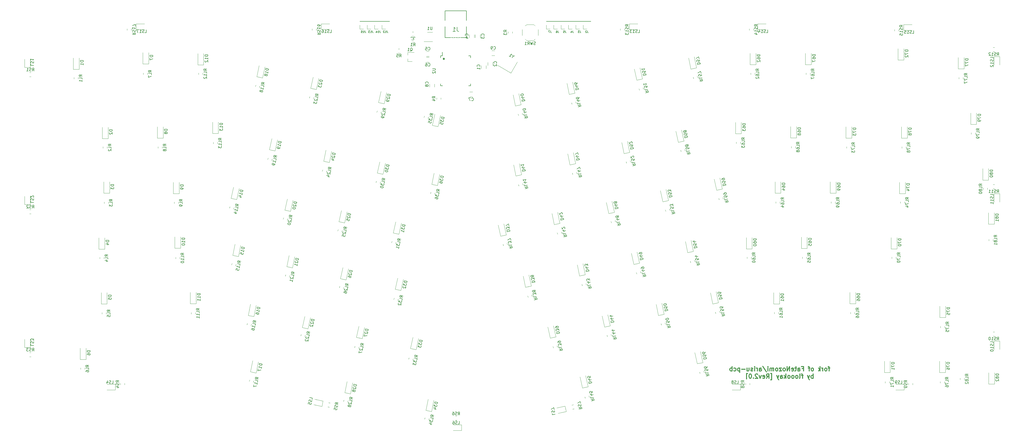
<source format=gbo>
%TF.GenerationSoftware,KiCad,Pcbnew,(5.1.10)-1*%
%TF.CreationDate,2021-09-23T19:03:45-07:00*%
%TF.ProjectId,adelheid,6164656c-6865-4696-942e-6b696361645f,2.0*%
%TF.SameCoordinates,Original*%
%TF.FileFunction,Legend,Bot*%
%TF.FilePolarity,Positive*%
%FSLAX46Y46*%
G04 Gerber Fmt 4.6, Leading zero omitted, Abs format (unit mm)*
G04 Created by KiCad (PCBNEW (5.1.10)-1) date 2021-09-23 19:03:45*
%MOMM*%
%LPD*%
G01*
G04 APERTURE LIST*
%ADD10C,0.500000*%
%ADD11C,0.300000*%
%ADD12C,0.120000*%
%ADD13C,0.200000*%
%ADD14C,0.150000*%
%ADD15C,2.352000*%
%ADD16C,4.089800*%
%ADD17C,2.007000*%
%ADD18C,1.852000*%
%ADD19C,2.102000*%
%ADD20C,3.150000*%
%ADD21O,1.302000X2.002000*%
%ADD22C,1.202000*%
%ADD23C,4.502000*%
G04 APERTURE END LIST*
D10*
X171450000Y-37937985D02*
X171354761Y-38033223D01*
X171450000Y-38128461D01*
X171545238Y-38033223D01*
X171450000Y-37937985D01*
X171450000Y-38128461D01*
D11*
X304432714Y-144580571D02*
X303861285Y-144580571D01*
X304218428Y-145580571D02*
X304218428Y-144294857D01*
X304147000Y-144152000D01*
X304004142Y-144080571D01*
X303861285Y-144080571D01*
X303147000Y-145580571D02*
X303289857Y-145509142D01*
X303361285Y-145437714D01*
X303432714Y-145294857D01*
X303432714Y-144866285D01*
X303361285Y-144723428D01*
X303289857Y-144652000D01*
X303147000Y-144580571D01*
X302932714Y-144580571D01*
X302789857Y-144652000D01*
X302718428Y-144723428D01*
X302647000Y-144866285D01*
X302647000Y-145294857D01*
X302718428Y-145437714D01*
X302789857Y-145509142D01*
X302932714Y-145580571D01*
X303147000Y-145580571D01*
X302004142Y-145580571D02*
X302004142Y-144580571D01*
X302004142Y-144866285D02*
X301932714Y-144723428D01*
X301861285Y-144652000D01*
X301718428Y-144580571D01*
X301575571Y-144580571D01*
X301075571Y-145580571D02*
X301075571Y-144080571D01*
X300932714Y-145009142D02*
X300504142Y-145580571D01*
X300504142Y-144580571D02*
X301075571Y-145152000D01*
X298504142Y-145580571D02*
X298647000Y-145509142D01*
X298718428Y-145437714D01*
X298789857Y-145294857D01*
X298789857Y-144866285D01*
X298718428Y-144723428D01*
X298647000Y-144652000D01*
X298504142Y-144580571D01*
X298289857Y-144580571D01*
X298147000Y-144652000D01*
X298075571Y-144723428D01*
X298004142Y-144866285D01*
X298004142Y-145294857D01*
X298075571Y-145437714D01*
X298147000Y-145509142D01*
X298289857Y-145580571D01*
X298504142Y-145580571D01*
X297575571Y-144580571D02*
X297004142Y-144580571D01*
X297361285Y-145580571D02*
X297361285Y-144294857D01*
X297289857Y-144152000D01*
X297147000Y-144080571D01*
X297004142Y-144080571D01*
X294861285Y-144794857D02*
X295361285Y-144794857D01*
X295361285Y-145580571D02*
X295361285Y-144080571D01*
X294647000Y-144080571D01*
X293432714Y-145580571D02*
X293432714Y-144794857D01*
X293504142Y-144652000D01*
X293647000Y-144580571D01*
X293932714Y-144580571D01*
X294075571Y-144652000D01*
X293432714Y-145509142D02*
X293575571Y-145580571D01*
X293932714Y-145580571D01*
X294075571Y-145509142D01*
X294147000Y-145366285D01*
X294147000Y-145223428D01*
X294075571Y-145080571D01*
X293932714Y-145009142D01*
X293575571Y-145009142D01*
X293432714Y-144937714D01*
X292932714Y-144580571D02*
X292361285Y-144580571D01*
X292718428Y-144080571D02*
X292718428Y-145366285D01*
X292647000Y-145509142D01*
X292504142Y-145580571D01*
X292361285Y-145580571D01*
X291289857Y-145509142D02*
X291432714Y-145580571D01*
X291718428Y-145580571D01*
X291861285Y-145509142D01*
X291932714Y-145366285D01*
X291932714Y-144794857D01*
X291861285Y-144652000D01*
X291718428Y-144580571D01*
X291432714Y-144580571D01*
X291289857Y-144652000D01*
X291218428Y-144794857D01*
X291218428Y-144937714D01*
X291932714Y-145080571D01*
X290575571Y-145580571D02*
X290575571Y-144080571D01*
X289718428Y-145580571D01*
X289718428Y-144080571D01*
X288789857Y-145580571D02*
X288932714Y-145509142D01*
X289004142Y-145437714D01*
X289075571Y-145294857D01*
X289075571Y-144866285D01*
X289004142Y-144723428D01*
X288932714Y-144652000D01*
X288789857Y-144580571D01*
X288575571Y-144580571D01*
X288432714Y-144652000D01*
X288361285Y-144723428D01*
X288289857Y-144866285D01*
X288289857Y-145294857D01*
X288361285Y-145437714D01*
X288432714Y-145509142D01*
X288575571Y-145580571D01*
X288789857Y-145580571D01*
X287789857Y-144580571D02*
X287004142Y-144580571D01*
X287789857Y-145580571D01*
X287004142Y-145580571D01*
X286218428Y-145580571D02*
X286361285Y-145509142D01*
X286432714Y-145437714D01*
X286504142Y-145294857D01*
X286504142Y-144866285D01*
X286432714Y-144723428D01*
X286361285Y-144652000D01*
X286218428Y-144580571D01*
X286004142Y-144580571D01*
X285861285Y-144652000D01*
X285789857Y-144723428D01*
X285718428Y-144866285D01*
X285718428Y-145294857D01*
X285789857Y-145437714D01*
X285861285Y-145509142D01*
X286004142Y-145580571D01*
X286218428Y-145580571D01*
X285075571Y-145580571D02*
X285075571Y-144580571D01*
X285075571Y-144723428D02*
X285004142Y-144652000D01*
X284861285Y-144580571D01*
X284647000Y-144580571D01*
X284504142Y-144652000D01*
X284432714Y-144794857D01*
X284432714Y-145580571D01*
X284432714Y-144794857D02*
X284361285Y-144652000D01*
X284218428Y-144580571D01*
X284004142Y-144580571D01*
X283861285Y-144652000D01*
X283789857Y-144794857D01*
X283789857Y-145580571D01*
X283075571Y-145580571D02*
X283075571Y-144580571D01*
X283075571Y-144080571D02*
X283147000Y-144152000D01*
X283075571Y-144223428D01*
X283004142Y-144152000D01*
X283075571Y-144080571D01*
X283075571Y-144223428D01*
X281289857Y-144009142D02*
X282575571Y-145937714D01*
X280147000Y-145580571D02*
X280147000Y-144794857D01*
X280218428Y-144652000D01*
X280361285Y-144580571D01*
X280647000Y-144580571D01*
X280789857Y-144652000D01*
X280147000Y-145509142D02*
X280289857Y-145580571D01*
X280647000Y-145580571D01*
X280789857Y-145509142D01*
X280861285Y-145366285D01*
X280861285Y-145223428D01*
X280789857Y-145080571D01*
X280647000Y-145009142D01*
X280289857Y-145009142D01*
X280147000Y-144937714D01*
X279432714Y-145580571D02*
X279432714Y-144580571D01*
X279432714Y-144866285D02*
X279361285Y-144723428D01*
X279289857Y-144652000D01*
X279147000Y-144580571D01*
X279004142Y-144580571D01*
X278504142Y-145580571D02*
X278504142Y-144580571D01*
X278504142Y-144080571D02*
X278575571Y-144152000D01*
X278504142Y-144223428D01*
X278432714Y-144152000D01*
X278504142Y-144080571D01*
X278504142Y-144223428D01*
X277861285Y-145509142D02*
X277718428Y-145580571D01*
X277432714Y-145580571D01*
X277289857Y-145509142D01*
X277218428Y-145366285D01*
X277218428Y-145294857D01*
X277289857Y-145152000D01*
X277432714Y-145080571D01*
X277647000Y-145080571D01*
X277789857Y-145009142D01*
X277861285Y-144866285D01*
X277861285Y-144794857D01*
X277789857Y-144652000D01*
X277647000Y-144580571D01*
X277432714Y-144580571D01*
X277289857Y-144652000D01*
X275932714Y-144580571D02*
X275932714Y-145580571D01*
X276575571Y-144580571D02*
X276575571Y-145366285D01*
X276504142Y-145509142D01*
X276361285Y-145580571D01*
X276147000Y-145580571D01*
X276004142Y-145509142D01*
X275932714Y-145437714D01*
X275218428Y-145009142D02*
X274075571Y-145009142D01*
X273361285Y-144580571D02*
X273361285Y-146080571D01*
X273361285Y-144652000D02*
X273218428Y-144580571D01*
X272932714Y-144580571D01*
X272789857Y-144652000D01*
X272718428Y-144723428D01*
X272647000Y-144866285D01*
X272647000Y-145294857D01*
X272718428Y-145437714D01*
X272789857Y-145509142D01*
X272932714Y-145580571D01*
X273218428Y-145580571D01*
X273361285Y-145509142D01*
X271361285Y-145509142D02*
X271504142Y-145580571D01*
X271789857Y-145580571D01*
X271932714Y-145509142D01*
X272004142Y-145437714D01*
X272075571Y-145294857D01*
X272075571Y-144866285D01*
X272004142Y-144723428D01*
X271932714Y-144652000D01*
X271789857Y-144580571D01*
X271504142Y-144580571D01*
X271361285Y-144652000D01*
X270718428Y-145580571D02*
X270718428Y-144080571D01*
X270718428Y-144652000D02*
X270575571Y-144580571D01*
X270289857Y-144580571D01*
X270147000Y-144652000D01*
X270075571Y-144723428D01*
X270004142Y-144866285D01*
X270004142Y-145294857D01*
X270075571Y-145437714D01*
X270147000Y-145509142D01*
X270289857Y-145580571D01*
X270575571Y-145580571D01*
X270718428Y-145509142D01*
X298647000Y-148130571D02*
X298647000Y-146630571D01*
X298647000Y-147202000D02*
X298504142Y-147130571D01*
X298218428Y-147130571D01*
X298075571Y-147202000D01*
X298004142Y-147273428D01*
X297932714Y-147416285D01*
X297932714Y-147844857D01*
X298004142Y-147987714D01*
X298075571Y-148059142D01*
X298218428Y-148130571D01*
X298504142Y-148130571D01*
X298647000Y-148059142D01*
X297432714Y-147130571D02*
X297075571Y-148130571D01*
X296718428Y-147130571D02*
X297075571Y-148130571D01*
X297218428Y-148487714D01*
X297289857Y-148559142D01*
X297432714Y-148630571D01*
X295218428Y-147130571D02*
X294647000Y-147130571D01*
X295004142Y-148130571D02*
X295004142Y-146844857D01*
X294932714Y-146702000D01*
X294789857Y-146630571D01*
X294647000Y-146630571D01*
X293932714Y-148130571D02*
X294075571Y-148059142D01*
X294147000Y-147916285D01*
X294147000Y-146630571D01*
X293147000Y-148130571D02*
X293289857Y-148059142D01*
X293361285Y-147987714D01*
X293432714Y-147844857D01*
X293432714Y-147416285D01*
X293361285Y-147273428D01*
X293289857Y-147202000D01*
X293147000Y-147130571D01*
X292932714Y-147130571D01*
X292789857Y-147202000D01*
X292718428Y-147273428D01*
X292647000Y-147416285D01*
X292647000Y-147844857D01*
X292718428Y-147987714D01*
X292789857Y-148059142D01*
X292932714Y-148130571D01*
X293147000Y-148130571D01*
X291789857Y-148130571D02*
X291932714Y-148059142D01*
X292004142Y-147987714D01*
X292075571Y-147844857D01*
X292075571Y-147416285D01*
X292004142Y-147273428D01*
X291932714Y-147202000D01*
X291789857Y-147130571D01*
X291575571Y-147130571D01*
X291432714Y-147202000D01*
X291361285Y-147273428D01*
X291289857Y-147416285D01*
X291289857Y-147844857D01*
X291361285Y-147987714D01*
X291432714Y-148059142D01*
X291575571Y-148130571D01*
X291789857Y-148130571D01*
X290432714Y-148130571D02*
X290575571Y-148059142D01*
X290647000Y-147987714D01*
X290718428Y-147844857D01*
X290718428Y-147416285D01*
X290647000Y-147273428D01*
X290575571Y-147202000D01*
X290432714Y-147130571D01*
X290218428Y-147130571D01*
X290075571Y-147202000D01*
X290004142Y-147273428D01*
X289932714Y-147416285D01*
X289932714Y-147844857D01*
X290004142Y-147987714D01*
X290075571Y-148059142D01*
X290218428Y-148130571D01*
X290432714Y-148130571D01*
X289289857Y-148130571D02*
X289289857Y-146630571D01*
X289147000Y-147559142D02*
X288718428Y-148130571D01*
X288718428Y-147130571D02*
X289289857Y-147702000D01*
X287432714Y-148130571D02*
X287432714Y-147344857D01*
X287504142Y-147202000D01*
X287647000Y-147130571D01*
X287932714Y-147130571D01*
X288075571Y-147202000D01*
X287432714Y-148059142D02*
X287575571Y-148130571D01*
X287932714Y-148130571D01*
X288075571Y-148059142D01*
X288147000Y-147916285D01*
X288147000Y-147773428D01*
X288075571Y-147630571D01*
X287932714Y-147559142D01*
X287575571Y-147559142D01*
X287432714Y-147487714D01*
X286861285Y-147130571D02*
X286504142Y-148130571D01*
X286147000Y-147130571D02*
X286504142Y-148130571D01*
X286647000Y-148487714D01*
X286718428Y-148559142D01*
X286861285Y-148630571D01*
X284004142Y-148630571D02*
X284361285Y-148630571D01*
X284361285Y-146487714D01*
X284004142Y-146487714D01*
X282575571Y-148130571D02*
X283075571Y-147416285D01*
X283432714Y-148130571D02*
X283432714Y-146630571D01*
X282861285Y-146630571D01*
X282718428Y-146702000D01*
X282647000Y-146773428D01*
X282575571Y-146916285D01*
X282575571Y-147130571D01*
X282647000Y-147273428D01*
X282718428Y-147344857D01*
X282861285Y-147416285D01*
X283432714Y-147416285D01*
X281361285Y-148059142D02*
X281504142Y-148130571D01*
X281789857Y-148130571D01*
X281932714Y-148059142D01*
X282004142Y-147916285D01*
X282004142Y-147344857D01*
X281932714Y-147202000D01*
X281789857Y-147130571D01*
X281504142Y-147130571D01*
X281361285Y-147202000D01*
X281289857Y-147344857D01*
X281289857Y-147487714D01*
X282004142Y-147630571D01*
X280789857Y-147130571D02*
X280432714Y-148130571D01*
X280075571Y-147130571D01*
X279575571Y-146773428D02*
X279504142Y-146702000D01*
X279361285Y-146630571D01*
X279004142Y-146630571D01*
X278861285Y-146702000D01*
X278789857Y-146773428D01*
X278718428Y-146916285D01*
X278718428Y-147059142D01*
X278789857Y-147273428D01*
X279647000Y-148130571D01*
X278718428Y-148130571D01*
X278075571Y-147987714D02*
X278004142Y-148059142D01*
X278075571Y-148130571D01*
X278147000Y-148059142D01*
X278075571Y-147987714D01*
X278075571Y-148130571D01*
X277075571Y-146630571D02*
X276932714Y-146630571D01*
X276789857Y-146702000D01*
X276718428Y-146773428D01*
X276647000Y-146916285D01*
X276575571Y-147202000D01*
X276575571Y-147559142D01*
X276647000Y-147844857D01*
X276718428Y-147987714D01*
X276789857Y-148059142D01*
X276932714Y-148130571D01*
X277075571Y-148130571D01*
X277218428Y-148059142D01*
X277289857Y-147987714D01*
X277361285Y-147844857D01*
X277432714Y-147559142D01*
X277432714Y-147202000D01*
X277361285Y-146916285D01*
X277289857Y-146773428D01*
X277218428Y-146702000D01*
X277075571Y-146630571D01*
X276075571Y-148630571D02*
X275718428Y-148630571D01*
X275718428Y-146487714D01*
X276075571Y-146487714D01*
D12*
X63702000Y-28210252D02*
X63702000Y-27687748D01*
X62282000Y-28210252D02*
X62282000Y-27687748D01*
X127456000Y-28201252D02*
X127456000Y-27678748D01*
X126036000Y-28201252D02*
X126036000Y-27678748D01*
X328125000Y-28455252D02*
X328125000Y-27932748D01*
X326705000Y-28455252D02*
X326705000Y-27932748D01*
X278078000Y-28201252D02*
X278078000Y-27678748D01*
X276658000Y-28201252D02*
X276658000Y-27678748D01*
X233628000Y-28201252D02*
X233628000Y-27678748D01*
X232208000Y-28201252D02*
X232208000Y-27678748D01*
X360663748Y-35508000D02*
X361186252Y-35508000D01*
X360663748Y-34088000D02*
X361186252Y-34088000D01*
X360663748Y-82752000D02*
X361186252Y-82752000D01*
X360663748Y-81332000D02*
X361186252Y-81332000D01*
X360663748Y-133552000D02*
X361186252Y-133552000D01*
X360663748Y-132132000D02*
X361186252Y-132132000D01*
X331522000Y-149843748D02*
X331522000Y-150366252D01*
X332942000Y-149843748D02*
X332942000Y-150366252D01*
X275388000Y-149852748D02*
X275388000Y-150375252D01*
X276808000Y-149852748D02*
X276808000Y-150375252D01*
X216007926Y-157239198D02*
X215496840Y-157347833D01*
X216303160Y-158628167D02*
X215792074Y-158736802D01*
X175388748Y-162508000D02*
X175911252Y-162508000D01*
X175388748Y-161088000D02*
X175911252Y-161088000D01*
X132242559Y-156648036D02*
X131731473Y-156539401D01*
X131947325Y-158037005D02*
X131436239Y-157928370D01*
X59996000Y-149843748D02*
X59996000Y-150366252D01*
X61416000Y-149843748D02*
X61416000Y-150366252D01*
X29226252Y-139244000D02*
X28703748Y-139244000D01*
X29226252Y-140664000D02*
X28703748Y-140664000D01*
X29226252Y-89968000D02*
X28703748Y-89968000D01*
X29226252Y-91388000D02*
X28703748Y-91388000D01*
X29226252Y-42724000D02*
X28703748Y-42724000D01*
X29226252Y-44144000D02*
X28703748Y-44144000D01*
X68310000Y-27884000D02*
X65450000Y-27884000D01*
X65450000Y-27884000D02*
X65450000Y-25964000D01*
X65450000Y-25964000D02*
X68310000Y-25964000D01*
X132064000Y-27875000D02*
X129204000Y-27875000D01*
X129204000Y-27875000D02*
X129204000Y-25955000D01*
X129204000Y-25955000D02*
X132064000Y-25955000D01*
X332724000Y-28138000D02*
X329864000Y-28138000D01*
X329864000Y-28138000D02*
X329864000Y-26218000D01*
X329864000Y-26218000D02*
X332724000Y-26218000D01*
X282432000Y-27884000D02*
X279572000Y-27884000D01*
X279572000Y-27884000D02*
X279572000Y-25964000D01*
X279572000Y-25964000D02*
X282432000Y-25964000D01*
X238227000Y-27884000D02*
X235367000Y-27884000D01*
X235367000Y-27884000D02*
X235367000Y-25964000D01*
X235367000Y-25964000D02*
X238227000Y-25964000D01*
X360990000Y-40116000D02*
X360990000Y-37256000D01*
X360990000Y-37256000D02*
X362910000Y-37256000D01*
X362910000Y-37256000D02*
X362910000Y-40116000D01*
X360990000Y-87369000D02*
X360990000Y-84509000D01*
X360990000Y-84509000D02*
X362910000Y-84509000D01*
X362910000Y-84509000D02*
X362910000Y-87369000D01*
X360990000Y-138169000D02*
X360990000Y-135309000D01*
X360990000Y-135309000D02*
X362910000Y-135309000D01*
X362910000Y-135309000D02*
X362910000Y-138169000D01*
X327159000Y-150170000D02*
X330019000Y-150170000D01*
X330019000Y-150170000D02*
X330019000Y-152090000D01*
X330019000Y-152090000D02*
X327159000Y-152090000D01*
X270780000Y-150170000D02*
X273640000Y-150170000D01*
X273640000Y-150170000D02*
X273640000Y-152090000D01*
X273640000Y-152090000D02*
X270780000Y-152090000D01*
X210404257Y-158272890D02*
X213201759Y-157678263D01*
X213201759Y-157678263D02*
X213600950Y-159556306D01*
X213600950Y-159556306D02*
X210803448Y-160150933D01*
X174650000Y-164140000D02*
X177510000Y-164140000D01*
X177510000Y-164140000D02*
X177510000Y-166060000D01*
X177510000Y-166060000D02*
X174650000Y-166060000D01*
X126996847Y-155357958D02*
X129794349Y-155952585D01*
X129794349Y-155952585D02*
X129395158Y-157830628D01*
X129395158Y-157830628D02*
X126597656Y-157236001D01*
X55379000Y-150170000D02*
X58239000Y-150170000D01*
X58239000Y-150170000D02*
X58239000Y-152090000D01*
X58239000Y-152090000D02*
X55379000Y-152090000D01*
X28900000Y-134645000D02*
X28900000Y-137505000D01*
X28900000Y-137505000D02*
X26980000Y-137505000D01*
X26980000Y-137505000D02*
X26980000Y-134645000D01*
X28900000Y-85369000D02*
X28900000Y-88229000D01*
X28900000Y-88229000D02*
X26980000Y-88229000D01*
X26980000Y-88229000D02*
X26980000Y-85369000D01*
X28900000Y-38125000D02*
X28900000Y-40985000D01*
X28900000Y-40985000D02*
X26980000Y-40985000D01*
X26980000Y-40985000D02*
X26980000Y-38125000D01*
D13*
X179176700Y-30683200D02*
X171876700Y-30683200D01*
X171876700Y-30683200D02*
X171876700Y-21483200D01*
X171876700Y-21483200D02*
X179176700Y-21483200D01*
X179176700Y-21483200D02*
X179176700Y-30683200D01*
D12*
X349302000Y-148606252D02*
X349302000Y-148083748D01*
X350722000Y-148606252D02*
X350722000Y-148083748D01*
X359208000Y-100727252D02*
X359208000Y-100204748D01*
X360628000Y-100727252D02*
X360628000Y-100204748D01*
X357303000Y-83056252D02*
X357303000Y-82533748D01*
X358723000Y-83056252D02*
X358723000Y-82533748D01*
X353112000Y-64006252D02*
X353112000Y-63483748D01*
X354532000Y-64006252D02*
X354532000Y-63483748D01*
X329236000Y-68832252D02*
X329236000Y-68309748D01*
X330656000Y-68832252D02*
X330656000Y-68309748D01*
X348921000Y-44974252D02*
X348921000Y-44451748D01*
X350341000Y-44974252D02*
X350341000Y-44451748D01*
X342444000Y-149731252D02*
X342444000Y-149208748D01*
X343864000Y-149731252D02*
X343864000Y-149208748D01*
X342571000Y-130681252D02*
X342571000Y-130158748D01*
X343991000Y-130681252D02*
X343991000Y-130158748D01*
X328728000Y-87755252D02*
X328728000Y-87232748D01*
X330148000Y-87755252D02*
X330148000Y-87232748D01*
X310186000Y-68850252D02*
X310186000Y-68327748D01*
X311606000Y-68850252D02*
X311606000Y-68327748D01*
X323521000Y-149731252D02*
X323521000Y-149208748D01*
X324941000Y-149731252D02*
X324941000Y-149208748D01*
X325807000Y-106805252D02*
X325807000Y-106282748D01*
X327227000Y-106805252D02*
X327227000Y-106282748D01*
X304852000Y-87755252D02*
X304852000Y-87232748D01*
X306272000Y-87755252D02*
X306272000Y-87232748D01*
X291136000Y-68705252D02*
X291136000Y-68182748D01*
X292556000Y-68705252D02*
X292556000Y-68182748D01*
X296216000Y-43450252D02*
X296216000Y-42927748D01*
X297636000Y-43450252D02*
X297636000Y-42927748D01*
X311583000Y-125855252D02*
X311583000Y-125332748D01*
X313003000Y-125855252D02*
X313003000Y-125332748D01*
X294946000Y-106814252D02*
X294946000Y-106291748D01*
X296366000Y-106814252D02*
X296366000Y-106291748D01*
X285802000Y-87773252D02*
X285802000Y-87250748D01*
X287222000Y-87773252D02*
X287222000Y-87250748D01*
X272213000Y-67181252D02*
X272213000Y-66658748D01*
X273633000Y-67181252D02*
X273633000Y-66658748D01*
X277166000Y-43441252D02*
X277166000Y-42918748D01*
X278586000Y-43441252D02*
X278586000Y-42918748D01*
X285294000Y-125855252D02*
X285294000Y-125332748D01*
X286714000Y-125855252D02*
X286714000Y-125332748D01*
X275896000Y-106805252D02*
X275896000Y-106282748D01*
X277316000Y-106805252D02*
X277316000Y-106282748D01*
X266272942Y-86622761D02*
X266164307Y-86111675D01*
X267661911Y-86327527D02*
X267553276Y-85816441D01*
X253146724Y-70012559D02*
X253038089Y-69501473D01*
X254535693Y-69717325D02*
X254427058Y-69206239D01*
X257464724Y-44853160D02*
X257356089Y-44342074D01*
X258853693Y-44557926D02*
X258745058Y-44046840D01*
X259668942Y-146439761D02*
X259560307Y-145928675D01*
X261057911Y-146144527D02*
X260949276Y-145633441D01*
X265084724Y-125765559D02*
X264976089Y-125254473D01*
X266473693Y-125470325D02*
X266365058Y-124959239D01*
X256448724Y-108239559D02*
X256340089Y-107728473D01*
X257837693Y-107944325D02*
X257729058Y-107433239D01*
X247857942Y-90559761D02*
X247749307Y-90048675D01*
X249246911Y-90264527D02*
X249138276Y-89753441D01*
X234350724Y-73949559D02*
X234242089Y-73438473D01*
X235739693Y-73654325D02*
X235631058Y-73143239D01*
X238795724Y-48803559D02*
X238687089Y-48292473D01*
X240184693Y-48508325D02*
X240076058Y-47997239D01*
X246374833Y-129816160D02*
X246266198Y-129305074D01*
X247763802Y-129520926D02*
X247655167Y-129009840D01*
X237865833Y-112163160D02*
X237757198Y-111652074D01*
X239254802Y-111867926D02*
X239146167Y-111356840D01*
X229143724Y-94523559D02*
X229035089Y-94012473D01*
X230532693Y-94228325D02*
X230424058Y-93717239D01*
X215808724Y-77886559D02*
X215700089Y-77375473D01*
X217197693Y-77591325D02*
X217089058Y-77080239D01*
X215554724Y-53629559D02*
X215446089Y-53118473D01*
X216943693Y-53334325D02*
X216835058Y-52823239D01*
X220126724Y-154975559D02*
X220018089Y-154464473D01*
X221515693Y-154680325D02*
X221407058Y-154169239D01*
X227746724Y-133766559D02*
X227638089Y-133255473D01*
X229135693Y-133471325D02*
X229027058Y-132960239D01*
X219110724Y-116240559D02*
X219002089Y-115729473D01*
X220499693Y-115945325D02*
X220391058Y-115434239D01*
X210601724Y-98460559D02*
X210493089Y-97949473D01*
X211990693Y-98165325D02*
X211882058Y-97654239D01*
X197266724Y-81823559D02*
X197158089Y-81312473D01*
X198655693Y-81528325D02*
X198547058Y-81017239D01*
X197139724Y-57566559D02*
X197031089Y-57055473D01*
X198528693Y-57271325D02*
X198420058Y-56760239D01*
X209163833Y-137690160D02*
X209055198Y-137179074D01*
X210552802Y-137394926D02*
X210444167Y-136883840D01*
X200441724Y-120177559D02*
X200333089Y-119666473D01*
X201830693Y-119882325D02*
X201722058Y-119371239D01*
X191932724Y-102397559D02*
X191824089Y-101886473D01*
X193321693Y-102102325D02*
X193213058Y-101591239D01*
X166850307Y-84449325D02*
X166958942Y-83938239D01*
X168239276Y-84744559D02*
X168347911Y-84233473D01*
X164605198Y-58273926D02*
X164713833Y-57762840D01*
X165994167Y-58569160D02*
X166102802Y-58058074D01*
X164818307Y-162173325D02*
X164926942Y-161662239D01*
X166207276Y-162468559D02*
X166315911Y-161957473D01*
X159312089Y-141572527D02*
X159420724Y-141061441D01*
X160701058Y-141867761D02*
X160809693Y-141356675D01*
X154191198Y-121011926D02*
X154299833Y-120500840D01*
X155580167Y-121307160D02*
X155688802Y-120796074D01*
X153429198Y-101453926D02*
X153537833Y-100942840D01*
X154818167Y-101749160D02*
X154926802Y-101238074D01*
X148054307Y-80639325D02*
X148162942Y-80128239D01*
X149443276Y-80934559D02*
X149551911Y-80423473D01*
X148349198Y-56495926D02*
X148457833Y-55984840D01*
X149738167Y-56791160D02*
X149846802Y-56280074D01*
X136878307Y-156077325D02*
X136986942Y-155566239D01*
X138267276Y-156372559D02*
X138375911Y-155861473D01*
X140688307Y-137535325D02*
X140796942Y-137024239D01*
X142077276Y-137830559D02*
X142185911Y-137319473D01*
X135436089Y-116934527D02*
X135544724Y-116423441D01*
X136825058Y-117229761D02*
X136933693Y-116718675D01*
X134887198Y-97389926D02*
X134995833Y-96878840D01*
X136276167Y-97685160D02*
X136384802Y-97174074D01*
X129553198Y-76815926D02*
X129661833Y-76304840D01*
X130942167Y-77111160D02*
X131050802Y-76600074D01*
X125108198Y-51542926D02*
X125216833Y-51031840D01*
X126497167Y-51838160D02*
X126605802Y-51327074D01*
X122146307Y-133471325D02*
X122254942Y-132960239D01*
X123535276Y-133766559D02*
X123643911Y-133255473D01*
X116812307Y-112897325D02*
X116920942Y-112386239D01*
X118201276Y-113192559D02*
X118309911Y-112681473D01*
X116091198Y-93325926D02*
X116199833Y-92814840D01*
X117480167Y-93621160D02*
X117588802Y-93110074D01*
X110757198Y-72751926D02*
X110865833Y-72240840D01*
X112146167Y-73047160D02*
X112254802Y-72536074D01*
X106515398Y-47580526D02*
X106624033Y-47069440D01*
X107904367Y-47875760D02*
X108013002Y-47364674D01*
X104407198Y-149205926D02*
X104515833Y-148694840D01*
X105796167Y-149501160D02*
X105904802Y-148990074D01*
X103604307Y-129661325D02*
X103712942Y-129150239D01*
X104993276Y-129956559D02*
X105101911Y-129445473D01*
X98311198Y-109073926D02*
X98419833Y-108562840D01*
X99700167Y-109369160D02*
X99808802Y-108858074D01*
X97590089Y-89502527D02*
X97698724Y-88991441D01*
X98979058Y-89797761D02*
X99087693Y-89286675D01*
X92000000Y-67308252D02*
X92000000Y-66785748D01*
X93420000Y-67308252D02*
X93420000Y-66785748D01*
X86920000Y-43432252D02*
X86920000Y-42909748D01*
X88340000Y-43432252D02*
X88340000Y-42909748D01*
X84380000Y-125982252D02*
X84380000Y-125459748D01*
X85800000Y-125982252D02*
X85800000Y-125459748D01*
X79046000Y-106932252D02*
X79046000Y-106409748D01*
X80466000Y-106932252D02*
X80466000Y-106409748D01*
X78538000Y-87900252D02*
X78538000Y-87377748D01*
X79958000Y-87900252D02*
X79958000Y-87377748D01*
X72950000Y-68841252D02*
X72950000Y-68318748D01*
X74370000Y-68841252D02*
X74370000Y-68318748D01*
X67870000Y-43432252D02*
X67870000Y-42909748D01*
X69290000Y-43432252D02*
X69290000Y-42909748D01*
X46280000Y-145032252D02*
X46280000Y-144509748D01*
X47700000Y-145032252D02*
X47700000Y-144509748D01*
X53646000Y-125982252D02*
X53646000Y-125459748D01*
X55066000Y-125982252D02*
X55066000Y-125459748D01*
X52884000Y-106941252D02*
X52884000Y-106418748D01*
X54304000Y-106941252D02*
X54304000Y-106418748D01*
X54408000Y-87882252D02*
X54408000Y-87359748D01*
X55828000Y-87882252D02*
X55828000Y-87359748D01*
X54001600Y-68841252D02*
X54001600Y-68318748D01*
X55421600Y-68841252D02*
X55421600Y-68318748D01*
X43994000Y-44965252D02*
X43994000Y-44442748D01*
X45414000Y-44965252D02*
X45414000Y-44442748D01*
X155685748Y-34596000D02*
X156208252Y-34596000D01*
X155685748Y-36016000D02*
X156208252Y-36016000D01*
X170382000Y-51474748D02*
X170382000Y-51997252D01*
X168962000Y-51474748D02*
X168962000Y-51997252D01*
X195020000Y-28694748D02*
X195020000Y-29217252D01*
X193600000Y-28694748D02*
X193600000Y-29217252D01*
X160520748Y-28754000D02*
X161043252Y-28754000D01*
X160520748Y-30174000D02*
X161043252Y-30174000D01*
X160520748Y-30786000D02*
X161043252Y-30786000D01*
X160520748Y-32206000D02*
X161043252Y-32206000D01*
X159006000Y-38918000D02*
X160466000Y-38918000D01*
X159006000Y-35758000D02*
X161166000Y-35758000D01*
X159006000Y-35758000D02*
X159006000Y-36688000D01*
X159006000Y-38918000D02*
X159006000Y-37988000D01*
X361172000Y-150077000D02*
X361172000Y-146177000D01*
X359172000Y-150077000D02*
X359172000Y-146177000D01*
X361172000Y-150077000D02*
X359172000Y-150077000D01*
X361045000Y-94961000D02*
X361045000Y-91061000D01*
X359045000Y-94961000D02*
X359045000Y-91061000D01*
X361045000Y-94961000D02*
X359045000Y-94961000D01*
X359089200Y-79783500D02*
X359089200Y-75883500D01*
X357089200Y-79783500D02*
X357089200Y-75883500D01*
X359089200Y-79783500D02*
X357089200Y-79783500D01*
X354936300Y-60593800D02*
X354936300Y-56693800D01*
X352936300Y-60593800D02*
X352936300Y-56693800D01*
X354936300Y-60593800D02*
X352936300Y-60593800D01*
X331098400Y-65318200D02*
X331098400Y-61418200D01*
X329098400Y-65318200D02*
X329098400Y-61418200D01*
X331098400Y-65318200D02*
X329098400Y-65318200D01*
X350631000Y-41493000D02*
X350631000Y-37593000D01*
X348631000Y-41493000D02*
X348631000Y-37593000D01*
X350631000Y-41493000D02*
X348631000Y-41493000D01*
X344217500Y-146128300D02*
X344217500Y-142228300D01*
X342217500Y-146128300D02*
X342217500Y-142228300D01*
X344217500Y-146128300D02*
X342217500Y-146128300D01*
X344293700Y-127192600D02*
X344293700Y-123292600D01*
X342293700Y-127192600D02*
X342293700Y-123292600D01*
X344293700Y-127192600D02*
X342293700Y-127192600D01*
X330438000Y-84495200D02*
X330438000Y-80595200D01*
X328438000Y-84495200D02*
X328438000Y-80595200D01*
X330438000Y-84495200D02*
X328438000Y-84495200D01*
X311959500Y-65370000D02*
X311959500Y-61470000D01*
X309959500Y-65370000D02*
X309959500Y-61470000D01*
X311959500Y-65370000D02*
X309959500Y-65370000D01*
X329930000Y-38445000D02*
X327930000Y-38445000D01*
X327930000Y-38445000D02*
X327930000Y-34545000D01*
X329930000Y-38445000D02*
X329930000Y-34545000D01*
X325205600Y-146115600D02*
X325205600Y-142215600D01*
X323205600Y-146115600D02*
X323205600Y-142215600D01*
X325205600Y-146115600D02*
X323205600Y-146115600D01*
X327529700Y-103507100D02*
X327529700Y-99607100D01*
X325529700Y-103507100D02*
X325529700Y-99607100D01*
X327529700Y-103507100D02*
X325529700Y-103507100D01*
X306562000Y-84317400D02*
X306562000Y-80417400D01*
X304562000Y-84317400D02*
X304562000Y-80417400D01*
X306562000Y-84317400D02*
X304562000Y-84317400D01*
X292922200Y-65292800D02*
X292922200Y-61392800D01*
X290922200Y-65292800D02*
X290922200Y-61392800D01*
X292922200Y-65292800D02*
X290922200Y-65292800D01*
X297964100Y-40007100D02*
X297964100Y-36107100D01*
X295964100Y-40007100D02*
X295964100Y-36107100D01*
X297964100Y-40007100D02*
X295964100Y-40007100D01*
X313293000Y-122391000D02*
X313293000Y-118491000D01*
X311293000Y-122391000D02*
X311293000Y-118491000D01*
X313293000Y-122391000D02*
X311293000Y-122391000D01*
X296605200Y-103376400D02*
X296605200Y-99476400D01*
X294605200Y-103376400D02*
X294605200Y-99476400D01*
X296605200Y-103376400D02*
X294605200Y-103376400D01*
X287524700Y-84330100D02*
X287524700Y-80430100D01*
X285524700Y-84330100D02*
X285524700Y-80430100D01*
X287524700Y-84330100D02*
X285524700Y-84330100D01*
X273897600Y-63807900D02*
X273897600Y-59907900D01*
X271897600Y-63807900D02*
X271897600Y-59907900D01*
X273897600Y-63807900D02*
X271897600Y-63807900D01*
X278926800Y-40070600D02*
X278926800Y-36170600D01*
X276926800Y-40070600D02*
X276926800Y-36170600D01*
X278926800Y-40070600D02*
X276926800Y-40070600D01*
X287042100Y-122468200D02*
X287042100Y-118568200D01*
X285042100Y-122468200D02*
X285042100Y-118568200D01*
X287042100Y-122468200D02*
X285042100Y-122468200D01*
X277631400Y-103507100D02*
X277631400Y-99607100D01*
X275631400Y-103507100D02*
X275631400Y-99607100D01*
X277631400Y-103507100D02*
X275631400Y-103507100D01*
X267329243Y-82855485D02*
X266518387Y-79040710D01*
X265372948Y-83271309D02*
X264562092Y-79456533D01*
X267329243Y-82855485D02*
X265372948Y-83271309D01*
X254150889Y-66372460D02*
X253340033Y-62557685D01*
X252194594Y-66788284D02*
X251383738Y-62973508D01*
X254150889Y-66372460D02*
X252194594Y-66788284D01*
X258493949Y-41108920D02*
X257683093Y-37294145D01*
X256537654Y-41524744D02*
X255726798Y-37709968D01*
X258493949Y-41108920D02*
X256537654Y-41524744D01*
X260670782Y-142694990D02*
X259859926Y-138880215D01*
X258714487Y-143110814D02*
X257903631Y-139296038D01*
X260670782Y-142694990D02*
X258714487Y-143110814D01*
X266024895Y-122044976D02*
X265214039Y-118230201D01*
X264068600Y-122460800D02*
X263257744Y-118646024D01*
X266024895Y-122044976D02*
X264068600Y-122460800D01*
X257388895Y-104391976D02*
X256578039Y-100577201D01*
X255432600Y-104807800D02*
X254621744Y-100993024D01*
X257388895Y-104391976D02*
X255432600Y-104807800D01*
X248802102Y-86858122D02*
X247991246Y-83043347D01*
X246845807Y-87273946D02*
X246034951Y-83459170D01*
X248802102Y-86858122D02*
X246845807Y-87273946D01*
X235469003Y-70281864D02*
X234658147Y-66467089D01*
X233512708Y-70697688D02*
X232701852Y-66882912D01*
X235469003Y-70281864D02*
X233512708Y-70697688D01*
X239824949Y-44918920D02*
X239014093Y-41104145D01*
X237868654Y-45334744D02*
X237057798Y-41519968D01*
X239824949Y-44918920D02*
X237868654Y-45334744D01*
X247317949Y-126071920D02*
X246507093Y-122257145D01*
X245361654Y-126487744D02*
X244550798Y-122672968D01*
X247317949Y-126071920D02*
X245361654Y-126487744D01*
X238809738Y-108429348D02*
X237998882Y-104614573D01*
X236853443Y-108845172D02*
X236042587Y-105030396D01*
X238809738Y-108429348D02*
X236853443Y-108845172D01*
X230172949Y-90892920D02*
X229362093Y-87078145D01*
X228216654Y-91308744D02*
X227405798Y-87493968D01*
X230172949Y-90892920D02*
X228216654Y-91308744D01*
X216837949Y-74128920D02*
X216027093Y-70314145D01*
X214881654Y-74544744D02*
X214070798Y-70729968D01*
X216837949Y-74128920D02*
X214881654Y-74544744D01*
X216583949Y-49871920D02*
X215773093Y-46057145D01*
X214627654Y-50287744D02*
X213816798Y-46472968D01*
X216583949Y-49871920D02*
X214627654Y-50287744D01*
X221110177Y-151044506D02*
X220299321Y-147229731D01*
X219153882Y-151460330D02*
X218343026Y-147645554D01*
X221110177Y-151044506D02*
X219153882Y-151460330D01*
X228737220Y-130061002D02*
X227926364Y-126246227D01*
X226780925Y-130476826D02*
X225970069Y-126662050D01*
X228737220Y-130061002D02*
X226780925Y-130476826D01*
X220151077Y-112455621D02*
X219340221Y-108640846D01*
X218194782Y-112871445D02*
X217383926Y-109056669D01*
X220151077Y-112455621D02*
X218194782Y-112871445D01*
X211425043Y-94722537D02*
X210614187Y-90907762D01*
X209468748Y-95138361D02*
X208657892Y-91323585D01*
X211425043Y-94722537D02*
X209468748Y-95138361D01*
X198200383Y-77933285D02*
X197389527Y-74118510D01*
X196244088Y-78349109D02*
X195433232Y-74534333D01*
X198200383Y-77933285D02*
X196244088Y-78349109D01*
X198041949Y-53808920D02*
X197231093Y-49994145D01*
X196085654Y-54224744D02*
X195274798Y-50409968D01*
X198041949Y-53808920D02*
X196085654Y-54224744D01*
X210023542Y-133878445D02*
X209212686Y-130063670D01*
X208067247Y-134294269D02*
X207256391Y-130479493D01*
X210023542Y-133878445D02*
X208067247Y-134294269D01*
X201527265Y-116294968D02*
X200716409Y-112480193D01*
X199570970Y-116710792D02*
X198760114Y-112896016D01*
X201527265Y-116294968D02*
X199570970Y-116710792D01*
X192924003Y-98729864D02*
X192113147Y-94915089D01*
X190967708Y-99145688D02*
X190156852Y-95330912D01*
X192924003Y-98729864D02*
X190967708Y-99145688D01*
X169198873Y-81663218D02*
X170009729Y-77848442D01*
X167242578Y-81247394D02*
X168053434Y-77432619D01*
X169198873Y-81663218D02*
X167242578Y-81247394D01*
X169420346Y-61336744D02*
X170231202Y-57521968D01*
X167464051Y-60920920D02*
X168274907Y-57106145D01*
X169420346Y-61336744D02*
X167464051Y-60920920D01*
X167170318Y-159540323D02*
X167981174Y-155725547D01*
X165214023Y-159124499D02*
X166024879Y-155309724D01*
X167170318Y-159540323D02*
X165214023Y-159124499D01*
X161889400Y-138208800D02*
X162700256Y-134394024D01*
X159933105Y-137792976D02*
X160743961Y-133978201D01*
X161889400Y-138208800D02*
X159933105Y-137792976D01*
X156631292Y-117814688D02*
X157442148Y-113999912D01*
X154674997Y-117398864D02*
X155485853Y-113584089D01*
X156631292Y-117814688D02*
X154674997Y-117398864D01*
X155958346Y-98420744D02*
X156769202Y-94605968D01*
X154002051Y-98004920D02*
X154812907Y-94190145D01*
X155958346Y-98420744D02*
X154002051Y-98004920D01*
X150456253Y-77758640D02*
X151267109Y-73943864D01*
X148499958Y-77342816D02*
X149310814Y-73528041D01*
X150456253Y-77758640D02*
X148499958Y-77342816D01*
X150878346Y-53462744D02*
X151689202Y-49647968D01*
X148922051Y-53046920D02*
X149732907Y-49232145D01*
X150878346Y-53462744D02*
X148922051Y-53046920D01*
X139236740Y-153473221D02*
X140047596Y-149658445D01*
X137280445Y-153057397D02*
X138091301Y-149242622D01*
X139236740Y-153473221D02*
X137280445Y-153057397D01*
X143275632Y-134425425D02*
X144086488Y-130610649D01*
X141319337Y-134009601D02*
X142130193Y-130194826D01*
X143275632Y-134425425D02*
X141319337Y-134009601D01*
X137759016Y-114170479D02*
X138569872Y-110355703D01*
X135802721Y-113754655D02*
X136613577Y-109939880D01*
X137759016Y-114170479D02*
X135802721Y-113754655D01*
X137226867Y-94559940D02*
X138037723Y-90745164D01*
X135270572Y-94144116D02*
X136081428Y-90329341D01*
X137226867Y-94559940D02*
X135270572Y-94144116D01*
X131943592Y-73760308D02*
X132754448Y-69945532D01*
X129987297Y-73344484D02*
X130798153Y-69529709D01*
X131943592Y-73760308D02*
X129987297Y-73344484D01*
X127510346Y-48560544D02*
X128321202Y-44745768D01*
X125554051Y-48144720D02*
X126364907Y-44329945D01*
X127510346Y-48560544D02*
X125554051Y-48144720D01*
X124627292Y-131022688D02*
X125438148Y-127207912D01*
X122670997Y-130606864D02*
X123481853Y-126792089D01*
X124627292Y-131022688D02*
X122670997Y-130606864D01*
X119254077Y-110029634D02*
X120064933Y-106214858D01*
X117297782Y-109613810D02*
X118108638Y-105799035D01*
X119254077Y-110029634D02*
X117297782Y-109613810D01*
X118620346Y-90546744D02*
X119431202Y-86731968D01*
X116664051Y-90130920D02*
X117474907Y-86316145D01*
X118620346Y-90546744D02*
X116664051Y-90130920D01*
X113286346Y-69718744D02*
X114097202Y-65903968D01*
X111330051Y-69302920D02*
X112140907Y-65488145D01*
X113286346Y-69718744D02*
X111330051Y-69302920D01*
X108942946Y-44623544D02*
X109753802Y-40808768D01*
X106986651Y-44207720D02*
X107797507Y-40392945D01*
X108942946Y-44623544D02*
X106986651Y-44207720D01*
X106715947Y-146316781D02*
X107526803Y-142502005D01*
X104759652Y-145900957D02*
X105570508Y-142086182D01*
X106715947Y-146316781D02*
X104759652Y-145900957D01*
X105968440Y-126849128D02*
X106779296Y-123034352D01*
X104012145Y-126433304D02*
X104823001Y-122618529D01*
X105968440Y-126849128D02*
X104012145Y-126433304D01*
X100616544Y-106180343D02*
X101427400Y-102365567D01*
X98660249Y-105764519D02*
X99471105Y-101949744D01*
X100616544Y-106180343D02*
X98660249Y-105764519D01*
X100078346Y-86482744D02*
X100889202Y-82667968D01*
X98122051Y-86066920D02*
X98932907Y-82252145D01*
X100078346Y-86482744D02*
X98122051Y-86066920D01*
X93735400Y-63705300D02*
X93735400Y-59805300D01*
X91735400Y-63705300D02*
X91735400Y-59805300D01*
X93735400Y-63705300D02*
X91735400Y-63705300D01*
X88655400Y-40146800D02*
X88655400Y-36246800D01*
X86655400Y-40146800D02*
X86655400Y-36246800D01*
X88655400Y-40146800D02*
X86655400Y-40146800D01*
X86051900Y-122379300D02*
X86051900Y-118479300D01*
X84051900Y-122379300D02*
X84051900Y-118479300D01*
X86051900Y-122379300D02*
X84051900Y-122379300D01*
X80717900Y-103265800D02*
X80717900Y-99365800D01*
X78717900Y-103265800D02*
X78717900Y-99365800D01*
X80717900Y-103265800D02*
X78717900Y-103265800D01*
X80248000Y-84444400D02*
X80248000Y-80544400D01*
X78248000Y-84444400D02*
X78248000Y-80544400D01*
X80248000Y-84444400D02*
X78248000Y-84444400D01*
X74723500Y-65318200D02*
X74723500Y-61418200D01*
X72723500Y-65318200D02*
X72723500Y-61418200D01*
X74723500Y-65318200D02*
X72723500Y-65318200D01*
X69745100Y-39816600D02*
X69745100Y-35916600D01*
X67745100Y-39816600D02*
X67745100Y-35916600D01*
X69745100Y-39816600D02*
X67745100Y-39816600D01*
X48117000Y-141594400D02*
X48117000Y-137694400D01*
X46117000Y-141594400D02*
X46117000Y-137694400D01*
X48117000Y-141594400D02*
X46117000Y-141594400D01*
X55381400Y-122468200D02*
X55381400Y-118568200D01*
X53381400Y-122468200D02*
X53381400Y-118568200D01*
X55381400Y-122468200D02*
X53381400Y-122468200D01*
X54594000Y-103596000D02*
X54594000Y-99696000D01*
X52594000Y-103596000D02*
X52594000Y-99696000D01*
X54594000Y-103596000D02*
X52594000Y-103596000D01*
X56270400Y-84330100D02*
X56270400Y-80430100D01*
X54270400Y-84330100D02*
X54270400Y-80430100D01*
X56270400Y-84330100D02*
X54270400Y-84330100D01*
X55749700Y-65496000D02*
X55749700Y-61596000D01*
X53749700Y-65496000D02*
X53749700Y-61596000D01*
X55749700Y-65496000D02*
X53749700Y-65496000D01*
X45780200Y-41620000D02*
X45780200Y-37720000D01*
X43780200Y-41620000D02*
X43780200Y-37720000D01*
X45780200Y-41620000D02*
X43780200Y-41620000D01*
X186016000Y-40394000D02*
X186016000Y-41394000D01*
X184316000Y-41394000D02*
X184316000Y-40394000D01*
X186602000Y-40251000D02*
X186602000Y-39251000D01*
X188302000Y-39251000D02*
X188302000Y-40251000D01*
X182284000Y-30726000D02*
X182284000Y-29726000D01*
X183984000Y-29726000D02*
X183984000Y-30726000D01*
X180252000Y-30726000D02*
X180252000Y-29726000D01*
X181952000Y-29726000D02*
X181952000Y-30726000D01*
X166382000Y-37172000D02*
X165382000Y-37172000D01*
X165382000Y-35472000D02*
X166382000Y-35472000D01*
X166382000Y-39204000D02*
X165382000Y-39204000D01*
X165382000Y-37504000D02*
X166382000Y-37504000D01*
X180348000Y-49442000D02*
X181348000Y-49442000D01*
X181348000Y-51142000D02*
X180348000Y-51142000D01*
X166536000Y-47744000D02*
X166536000Y-46744000D01*
X168236000Y-46744000D02*
X168236000Y-47744000D01*
X187948000Y-35218000D02*
X188948000Y-35218000D01*
X188948000Y-36918000D02*
X187948000Y-36918000D01*
X219396000Y-27746000D02*
X220726000Y-27746000D01*
X219396000Y-26416000D02*
X219396000Y-27746000D01*
X219396000Y-25146000D02*
X222056000Y-25146000D01*
X222056000Y-25146000D02*
X222056000Y-25086000D01*
X219396000Y-25146000D02*
X219396000Y-25086000D01*
X219396000Y-25086000D02*
X222056000Y-25086000D01*
X216856000Y-27746000D02*
X218186000Y-27746000D01*
X216856000Y-26416000D02*
X216856000Y-27746000D01*
X216856000Y-25146000D02*
X219516000Y-25146000D01*
X219516000Y-25146000D02*
X219516000Y-25086000D01*
X216856000Y-25146000D02*
X216856000Y-25086000D01*
X216856000Y-25086000D02*
X219516000Y-25086000D01*
X214316000Y-27746000D02*
X215646000Y-27746000D01*
X214316000Y-26416000D02*
X214316000Y-27746000D01*
X214316000Y-25146000D02*
X216976000Y-25146000D01*
X216976000Y-25146000D02*
X216976000Y-25086000D01*
X214316000Y-25146000D02*
X214316000Y-25086000D01*
X214316000Y-25086000D02*
X216976000Y-25086000D01*
X211776000Y-27746000D02*
X213106000Y-27746000D01*
X211776000Y-26416000D02*
X211776000Y-27746000D01*
X211776000Y-25146000D02*
X214436000Y-25146000D01*
X214436000Y-25146000D02*
X214436000Y-25086000D01*
X211776000Y-25146000D02*
X211776000Y-25086000D01*
X211776000Y-25086000D02*
X214436000Y-25086000D01*
X209236000Y-27746000D02*
X210566000Y-27746000D01*
X209236000Y-26416000D02*
X209236000Y-27746000D01*
X209236000Y-25146000D02*
X211896000Y-25146000D01*
X211896000Y-25146000D02*
X211896000Y-25086000D01*
X209236000Y-25146000D02*
X209236000Y-25086000D01*
X209236000Y-25086000D02*
X211896000Y-25086000D01*
X206696000Y-27746000D02*
X208026000Y-27746000D01*
X206696000Y-26416000D02*
X206696000Y-27746000D01*
X206696000Y-25146000D02*
X209356000Y-25146000D01*
X209356000Y-25146000D02*
X209356000Y-25086000D01*
X206696000Y-25146000D02*
X206696000Y-25086000D01*
X206696000Y-25086000D02*
X209356000Y-25086000D01*
X202418000Y-26206000D02*
X199918000Y-26206000D01*
X203918000Y-27956000D02*
X203918000Y-29956000D01*
X202418000Y-31706000D02*
X199918000Y-31706000D01*
X198418000Y-27956000D02*
X198418000Y-29956000D01*
X202868000Y-26656000D02*
X202418000Y-26206000D01*
X199468000Y-26656000D02*
X199918000Y-26206000D01*
X199468000Y-31256000D02*
X199918000Y-31706000D01*
X202868000Y-31256000D02*
X202418000Y-31706000D01*
X194532269Y-42879256D02*
X189855731Y-40179256D01*
X196732269Y-39068744D02*
X194532269Y-42879256D01*
X167524000Y-32090000D02*
X164574000Y-32090000D01*
X165724000Y-28870000D02*
X167524000Y-28870000D01*
D14*
X170339000Y-36989000D02*
X170914000Y-36989000D01*
X170339000Y-47339000D02*
X171014000Y-47339000D01*
X180689000Y-47339000D02*
X180014000Y-47339000D01*
X180689000Y-36989000D02*
X180014000Y-36989000D01*
X170339000Y-36989000D02*
X170339000Y-37664000D01*
X180689000Y-36989000D02*
X180689000Y-37664000D01*
X180689000Y-47339000D02*
X180689000Y-46664000D01*
X170339000Y-47339000D02*
X170339000Y-46664000D01*
X170914000Y-36989000D02*
X170914000Y-35714000D01*
D12*
X150054000Y-27746000D02*
X151384000Y-27746000D01*
X150054000Y-26416000D02*
X150054000Y-27746000D01*
X150054000Y-25146000D02*
X152714000Y-25146000D01*
X152714000Y-25146000D02*
X152714000Y-25086000D01*
X150054000Y-25146000D02*
X150054000Y-25086000D01*
X150054000Y-25086000D02*
X152714000Y-25086000D01*
X144974000Y-27746000D02*
X146304000Y-27746000D01*
X144974000Y-26416000D02*
X144974000Y-27746000D01*
X144974000Y-25146000D02*
X147634000Y-25146000D01*
X147634000Y-25146000D02*
X147634000Y-25086000D01*
X144974000Y-25146000D02*
X144974000Y-25086000D01*
X144974000Y-25086000D02*
X147634000Y-25086000D01*
X147514000Y-25086000D02*
X150174000Y-25086000D01*
X147514000Y-25146000D02*
X147514000Y-25086000D01*
X150174000Y-25146000D02*
X150174000Y-25086000D01*
X147514000Y-25146000D02*
X150174000Y-25146000D01*
X147514000Y-26416000D02*
X147514000Y-27746000D01*
X147514000Y-27746000D02*
X148844000Y-27746000D01*
X142434000Y-25086000D02*
X145094000Y-25086000D01*
X142434000Y-25146000D02*
X142434000Y-25086000D01*
X145094000Y-25146000D02*
X145094000Y-25086000D01*
X142434000Y-25146000D02*
X145094000Y-25146000D01*
X142434000Y-26416000D02*
X142434000Y-27746000D01*
X142434000Y-27746000D02*
X143764000Y-27746000D01*
D14*
X64189619Y-29068047D02*
X64665809Y-29401380D01*
X64189619Y-29639476D02*
X65189619Y-29639476D01*
X65189619Y-29258523D01*
X65142000Y-29163285D01*
X65094380Y-29115666D01*
X64999142Y-29068047D01*
X64856285Y-29068047D01*
X64761047Y-29115666D01*
X64713428Y-29163285D01*
X64665809Y-29258523D01*
X64665809Y-29639476D01*
X64237238Y-28687095D02*
X64189619Y-28544238D01*
X64189619Y-28306142D01*
X64237238Y-28210904D01*
X64284857Y-28163285D01*
X64380095Y-28115666D01*
X64475333Y-28115666D01*
X64570571Y-28163285D01*
X64618190Y-28210904D01*
X64665809Y-28306142D01*
X64713428Y-28496619D01*
X64761047Y-28591857D01*
X64808666Y-28639476D01*
X64903904Y-28687095D01*
X64999142Y-28687095D01*
X65094380Y-28639476D01*
X65142000Y-28591857D01*
X65189619Y-28496619D01*
X65189619Y-28258523D01*
X65142000Y-28115666D01*
X64189619Y-27163285D02*
X64189619Y-27734714D01*
X64189619Y-27449000D02*
X65189619Y-27449000D01*
X65046761Y-27544238D01*
X64951523Y-27639476D01*
X64903904Y-27734714D01*
X65189619Y-26829952D02*
X65189619Y-26163285D01*
X64189619Y-26591857D01*
X127943619Y-29059047D02*
X128419809Y-29392380D01*
X127943619Y-29630476D02*
X128943619Y-29630476D01*
X128943619Y-29249523D01*
X128896000Y-29154285D01*
X128848380Y-29106666D01*
X128753142Y-29059047D01*
X128610285Y-29059047D01*
X128515047Y-29106666D01*
X128467428Y-29154285D01*
X128419809Y-29249523D01*
X128419809Y-29630476D01*
X127991238Y-28678095D02*
X127943619Y-28535238D01*
X127943619Y-28297142D01*
X127991238Y-28201904D01*
X128038857Y-28154285D01*
X128134095Y-28106666D01*
X128229333Y-28106666D01*
X128324571Y-28154285D01*
X128372190Y-28201904D01*
X128419809Y-28297142D01*
X128467428Y-28487619D01*
X128515047Y-28582857D01*
X128562666Y-28630476D01*
X128657904Y-28678095D01*
X128753142Y-28678095D01*
X128848380Y-28630476D01*
X128896000Y-28582857D01*
X128943619Y-28487619D01*
X128943619Y-28249523D01*
X128896000Y-28106666D01*
X127943619Y-27154285D02*
X127943619Y-27725714D01*
X127943619Y-27440000D02*
X128943619Y-27440000D01*
X128800761Y-27535238D01*
X128705523Y-27630476D01*
X128657904Y-27725714D01*
X128943619Y-26297142D02*
X128943619Y-26487619D01*
X128896000Y-26582857D01*
X128848380Y-26630476D01*
X128705523Y-26725714D01*
X128515047Y-26773333D01*
X128134095Y-26773333D01*
X128038857Y-26725714D01*
X127991238Y-26678095D01*
X127943619Y-26582857D01*
X127943619Y-26392380D01*
X127991238Y-26297142D01*
X128038857Y-26249523D01*
X128134095Y-26201904D01*
X128372190Y-26201904D01*
X128467428Y-26249523D01*
X128515047Y-26297142D01*
X128562666Y-26392380D01*
X128562666Y-26582857D01*
X128515047Y-26678095D01*
X128467428Y-26725714D01*
X128372190Y-26773333D01*
X329517380Y-27074952D02*
X329041190Y-26741619D01*
X329517380Y-26503523D02*
X328517380Y-26503523D01*
X328517380Y-26884476D01*
X328565000Y-26979714D01*
X328612619Y-27027333D01*
X328707857Y-27074952D01*
X328850714Y-27074952D01*
X328945952Y-27027333D01*
X328993571Y-26979714D01*
X329041190Y-26884476D01*
X329041190Y-26503523D01*
X329469761Y-27455904D02*
X329517380Y-27598761D01*
X329517380Y-27836857D01*
X329469761Y-27932095D01*
X329422142Y-27979714D01*
X329326904Y-28027333D01*
X329231666Y-28027333D01*
X329136428Y-27979714D01*
X329088809Y-27932095D01*
X329041190Y-27836857D01*
X328993571Y-27646380D01*
X328945952Y-27551142D01*
X328898333Y-27503523D01*
X328803095Y-27455904D01*
X328707857Y-27455904D01*
X328612619Y-27503523D01*
X328565000Y-27551142D01*
X328517380Y-27646380D01*
X328517380Y-27884476D01*
X328565000Y-28027333D01*
X329517380Y-28979714D02*
X329517380Y-28408285D01*
X329517380Y-28694000D02*
X328517380Y-28694000D01*
X328660238Y-28598761D01*
X328755476Y-28503523D01*
X328803095Y-28408285D01*
X328517380Y-29884476D02*
X328517380Y-29408285D01*
X328993571Y-29360666D01*
X328945952Y-29408285D01*
X328898333Y-29503523D01*
X328898333Y-29741619D01*
X328945952Y-29836857D01*
X328993571Y-29884476D01*
X329088809Y-29932095D01*
X329326904Y-29932095D01*
X329422142Y-29884476D01*
X329469761Y-29836857D01*
X329517380Y-29741619D01*
X329517380Y-29503523D01*
X329469761Y-29408285D01*
X329422142Y-29360666D01*
X279470380Y-26820952D02*
X278994190Y-26487619D01*
X279470380Y-26249523D02*
X278470380Y-26249523D01*
X278470380Y-26630476D01*
X278518000Y-26725714D01*
X278565619Y-26773333D01*
X278660857Y-26820952D01*
X278803714Y-26820952D01*
X278898952Y-26773333D01*
X278946571Y-26725714D01*
X278994190Y-26630476D01*
X278994190Y-26249523D01*
X279422761Y-27201904D02*
X279470380Y-27344761D01*
X279470380Y-27582857D01*
X279422761Y-27678095D01*
X279375142Y-27725714D01*
X279279904Y-27773333D01*
X279184666Y-27773333D01*
X279089428Y-27725714D01*
X279041809Y-27678095D01*
X278994190Y-27582857D01*
X278946571Y-27392380D01*
X278898952Y-27297142D01*
X278851333Y-27249523D01*
X278756095Y-27201904D01*
X278660857Y-27201904D01*
X278565619Y-27249523D01*
X278518000Y-27297142D01*
X278470380Y-27392380D01*
X278470380Y-27630476D01*
X278518000Y-27773333D01*
X279470380Y-28725714D02*
X279470380Y-28154285D01*
X279470380Y-28440000D02*
X278470380Y-28440000D01*
X278613238Y-28344761D01*
X278708476Y-28249523D01*
X278756095Y-28154285D01*
X278803714Y-29582857D02*
X279470380Y-29582857D01*
X278422761Y-29344761D02*
X279137047Y-29106666D01*
X279137047Y-29725714D01*
X235020380Y-26820952D02*
X234544190Y-26487619D01*
X235020380Y-26249523D02*
X234020380Y-26249523D01*
X234020380Y-26630476D01*
X234068000Y-26725714D01*
X234115619Y-26773333D01*
X234210857Y-26820952D01*
X234353714Y-26820952D01*
X234448952Y-26773333D01*
X234496571Y-26725714D01*
X234544190Y-26630476D01*
X234544190Y-26249523D01*
X234972761Y-27201904D02*
X235020380Y-27344761D01*
X235020380Y-27582857D01*
X234972761Y-27678095D01*
X234925142Y-27725714D01*
X234829904Y-27773333D01*
X234734666Y-27773333D01*
X234639428Y-27725714D01*
X234591809Y-27678095D01*
X234544190Y-27582857D01*
X234496571Y-27392380D01*
X234448952Y-27297142D01*
X234401333Y-27249523D01*
X234306095Y-27201904D01*
X234210857Y-27201904D01*
X234115619Y-27249523D01*
X234068000Y-27297142D01*
X234020380Y-27392380D01*
X234020380Y-27630476D01*
X234068000Y-27773333D01*
X235020380Y-28725714D02*
X235020380Y-28154285D01*
X235020380Y-28440000D02*
X234020380Y-28440000D01*
X234163238Y-28344761D01*
X234258476Y-28249523D01*
X234306095Y-28154285D01*
X234020380Y-29059047D02*
X234020380Y-29678095D01*
X234401333Y-29344761D01*
X234401333Y-29487619D01*
X234448952Y-29582857D01*
X234496571Y-29630476D01*
X234591809Y-29678095D01*
X234829904Y-29678095D01*
X234925142Y-29630476D01*
X234972761Y-29582857D01*
X235020380Y-29487619D01*
X235020380Y-29201904D01*
X234972761Y-29106666D01*
X234925142Y-29059047D01*
X362044047Y-36900380D02*
X362377380Y-36424190D01*
X362615476Y-36900380D02*
X362615476Y-35900380D01*
X362234523Y-35900380D01*
X362139285Y-35948000D01*
X362091666Y-35995619D01*
X362044047Y-36090857D01*
X362044047Y-36233714D01*
X362091666Y-36328952D01*
X362139285Y-36376571D01*
X362234523Y-36424190D01*
X362615476Y-36424190D01*
X361663095Y-36852761D02*
X361520238Y-36900380D01*
X361282142Y-36900380D01*
X361186904Y-36852761D01*
X361139285Y-36805142D01*
X361091666Y-36709904D01*
X361091666Y-36614666D01*
X361139285Y-36519428D01*
X361186904Y-36471809D01*
X361282142Y-36424190D01*
X361472619Y-36376571D01*
X361567857Y-36328952D01*
X361615476Y-36281333D01*
X361663095Y-36186095D01*
X361663095Y-36090857D01*
X361615476Y-35995619D01*
X361567857Y-35948000D01*
X361472619Y-35900380D01*
X361234523Y-35900380D01*
X361091666Y-35948000D01*
X360139285Y-36900380D02*
X360710714Y-36900380D01*
X360425000Y-36900380D02*
X360425000Y-35900380D01*
X360520238Y-36043238D01*
X360615476Y-36138476D01*
X360710714Y-36186095D01*
X359758333Y-35995619D02*
X359710714Y-35948000D01*
X359615476Y-35900380D01*
X359377380Y-35900380D01*
X359282142Y-35948000D01*
X359234523Y-35995619D01*
X359186904Y-36090857D01*
X359186904Y-36186095D01*
X359234523Y-36328952D01*
X359805952Y-36900380D01*
X359186904Y-36900380D01*
X362044047Y-84144380D02*
X362377380Y-83668190D01*
X362615476Y-84144380D02*
X362615476Y-83144380D01*
X362234523Y-83144380D01*
X362139285Y-83192000D01*
X362091666Y-83239619D01*
X362044047Y-83334857D01*
X362044047Y-83477714D01*
X362091666Y-83572952D01*
X362139285Y-83620571D01*
X362234523Y-83668190D01*
X362615476Y-83668190D01*
X361663095Y-84096761D02*
X361520238Y-84144380D01*
X361282142Y-84144380D01*
X361186904Y-84096761D01*
X361139285Y-84049142D01*
X361091666Y-83953904D01*
X361091666Y-83858666D01*
X361139285Y-83763428D01*
X361186904Y-83715809D01*
X361282142Y-83668190D01*
X361472619Y-83620571D01*
X361567857Y-83572952D01*
X361615476Y-83525333D01*
X361663095Y-83430095D01*
X361663095Y-83334857D01*
X361615476Y-83239619D01*
X361567857Y-83192000D01*
X361472619Y-83144380D01*
X361234523Y-83144380D01*
X361091666Y-83192000D01*
X360139285Y-84144380D02*
X360710714Y-84144380D01*
X360425000Y-84144380D02*
X360425000Y-83144380D01*
X360520238Y-83287238D01*
X360615476Y-83382476D01*
X360710714Y-83430095D01*
X359186904Y-84144380D02*
X359758333Y-84144380D01*
X359472619Y-84144380D02*
X359472619Y-83144380D01*
X359567857Y-83287238D01*
X359663095Y-83382476D01*
X359758333Y-83430095D01*
X362044047Y-134944380D02*
X362377380Y-134468190D01*
X362615476Y-134944380D02*
X362615476Y-133944380D01*
X362234523Y-133944380D01*
X362139285Y-133992000D01*
X362091666Y-134039619D01*
X362044047Y-134134857D01*
X362044047Y-134277714D01*
X362091666Y-134372952D01*
X362139285Y-134420571D01*
X362234523Y-134468190D01*
X362615476Y-134468190D01*
X361663095Y-134896761D02*
X361520238Y-134944380D01*
X361282142Y-134944380D01*
X361186904Y-134896761D01*
X361139285Y-134849142D01*
X361091666Y-134753904D01*
X361091666Y-134658666D01*
X361139285Y-134563428D01*
X361186904Y-134515809D01*
X361282142Y-134468190D01*
X361472619Y-134420571D01*
X361567857Y-134372952D01*
X361615476Y-134325333D01*
X361663095Y-134230095D01*
X361663095Y-134134857D01*
X361615476Y-134039619D01*
X361567857Y-133992000D01*
X361472619Y-133944380D01*
X361234523Y-133944380D01*
X361091666Y-133992000D01*
X360139285Y-134944380D02*
X360710714Y-134944380D01*
X360425000Y-134944380D02*
X360425000Y-133944380D01*
X360520238Y-134087238D01*
X360615476Y-134182476D01*
X360710714Y-134230095D01*
X359520238Y-133944380D02*
X359425000Y-133944380D01*
X359329761Y-133992000D01*
X359282142Y-134039619D01*
X359234523Y-134134857D01*
X359186904Y-134325333D01*
X359186904Y-134563428D01*
X359234523Y-134753904D01*
X359282142Y-134849142D01*
X359329761Y-134896761D01*
X359425000Y-134944380D01*
X359520238Y-134944380D01*
X359615476Y-134896761D01*
X359663095Y-134849142D01*
X359710714Y-134753904D01*
X359758333Y-134563428D01*
X359758333Y-134325333D01*
X359710714Y-134134857D01*
X359663095Y-134039619D01*
X359615476Y-133992000D01*
X359520238Y-133944380D01*
X331034380Y-149462142D02*
X330558190Y-149128809D01*
X331034380Y-148890714D02*
X330034380Y-148890714D01*
X330034380Y-149271666D01*
X330082000Y-149366904D01*
X330129619Y-149414523D01*
X330224857Y-149462142D01*
X330367714Y-149462142D01*
X330462952Y-149414523D01*
X330510571Y-149366904D01*
X330558190Y-149271666D01*
X330558190Y-148890714D01*
X330986761Y-149843095D02*
X331034380Y-149985952D01*
X331034380Y-150224047D01*
X330986761Y-150319285D01*
X330939142Y-150366904D01*
X330843904Y-150414523D01*
X330748666Y-150414523D01*
X330653428Y-150366904D01*
X330605809Y-150319285D01*
X330558190Y-150224047D01*
X330510571Y-150033571D01*
X330462952Y-149938333D01*
X330415333Y-149890714D01*
X330320095Y-149843095D01*
X330224857Y-149843095D01*
X330129619Y-149890714D01*
X330082000Y-149938333D01*
X330034380Y-150033571D01*
X330034380Y-150271666D01*
X330082000Y-150414523D01*
X331034380Y-150890714D02*
X331034380Y-151081190D01*
X330986761Y-151176428D01*
X330939142Y-151224047D01*
X330796285Y-151319285D01*
X330605809Y-151366904D01*
X330224857Y-151366904D01*
X330129619Y-151319285D01*
X330082000Y-151271666D01*
X330034380Y-151176428D01*
X330034380Y-150985952D01*
X330082000Y-150890714D01*
X330129619Y-150843095D01*
X330224857Y-150795476D01*
X330462952Y-150795476D01*
X330558190Y-150843095D01*
X330605809Y-150890714D01*
X330653428Y-150985952D01*
X330653428Y-151176428D01*
X330605809Y-151271666D01*
X330558190Y-151319285D01*
X330462952Y-151366904D01*
X274900380Y-149471142D02*
X274424190Y-149137809D01*
X274900380Y-148899714D02*
X273900380Y-148899714D01*
X273900380Y-149280666D01*
X273948000Y-149375904D01*
X273995619Y-149423523D01*
X274090857Y-149471142D01*
X274233714Y-149471142D01*
X274328952Y-149423523D01*
X274376571Y-149375904D01*
X274424190Y-149280666D01*
X274424190Y-148899714D01*
X274852761Y-149852095D02*
X274900380Y-149994952D01*
X274900380Y-150233047D01*
X274852761Y-150328285D01*
X274805142Y-150375904D01*
X274709904Y-150423523D01*
X274614666Y-150423523D01*
X274519428Y-150375904D01*
X274471809Y-150328285D01*
X274424190Y-150233047D01*
X274376571Y-150042571D01*
X274328952Y-149947333D01*
X274281333Y-149899714D01*
X274186095Y-149852095D01*
X274090857Y-149852095D01*
X273995619Y-149899714D01*
X273948000Y-149947333D01*
X273900380Y-150042571D01*
X273900380Y-150280666D01*
X273948000Y-150423523D01*
X274328952Y-150994952D02*
X274281333Y-150899714D01*
X274233714Y-150852095D01*
X274138476Y-150804476D01*
X274090857Y-150804476D01*
X273995619Y-150852095D01*
X273948000Y-150899714D01*
X273900380Y-150994952D01*
X273900380Y-151185428D01*
X273948000Y-151280666D01*
X273995619Y-151328285D01*
X274090857Y-151375904D01*
X274138476Y-151375904D01*
X274233714Y-151328285D01*
X274281333Y-151280666D01*
X274328952Y-151185428D01*
X274328952Y-150994952D01*
X274376571Y-150899714D01*
X274424190Y-150852095D01*
X274519428Y-150804476D01*
X274709904Y-150804476D01*
X274805142Y-150852095D01*
X274852761Y-150899714D01*
X274900380Y-150994952D01*
X274900380Y-151185428D01*
X274852761Y-151280666D01*
X274805142Y-151328285D01*
X274709904Y-151375904D01*
X274519428Y-151375904D01*
X274424190Y-151328285D01*
X274376571Y-151280666D01*
X274328952Y-151185428D01*
X217877162Y-158202864D02*
X218412250Y-158429908D01*
X217995968Y-158761805D02*
X218974116Y-158553894D01*
X218894911Y-158181266D01*
X218828532Y-158098010D01*
X218772053Y-158061332D01*
X218668995Y-158034554D01*
X218529260Y-158064256D01*
X218446004Y-158130636D01*
X218409326Y-158187115D01*
X218382548Y-158290172D01*
X218461753Y-158662800D01*
X217844536Y-157820336D02*
X217768256Y-157690501D01*
X217718753Y-157457609D01*
X217745530Y-157354551D01*
X217782208Y-157298072D01*
X217865464Y-157231693D01*
X217958621Y-157211891D01*
X218061679Y-157238669D01*
X218118158Y-157275347D01*
X218184537Y-157358603D01*
X218270718Y-157535016D01*
X218337098Y-157618273D01*
X218393577Y-157654951D01*
X218496634Y-157681728D01*
X218589791Y-157661927D01*
X218673047Y-157595547D01*
X218709725Y-157539068D01*
X218736503Y-157436011D01*
X218687000Y-157203118D01*
X218610720Y-157073284D01*
X218587994Y-156737334D02*
X218449386Y-156085236D01*
X217560344Y-156712353D01*
X176301857Y-160726380D02*
X176635190Y-160250190D01*
X176873285Y-160726380D02*
X176873285Y-159726380D01*
X176492333Y-159726380D01*
X176397095Y-159774000D01*
X176349476Y-159821619D01*
X176301857Y-159916857D01*
X176301857Y-160059714D01*
X176349476Y-160154952D01*
X176397095Y-160202571D01*
X176492333Y-160250190D01*
X176873285Y-160250190D01*
X175920904Y-160678761D02*
X175778047Y-160726380D01*
X175539952Y-160726380D01*
X175444714Y-160678761D01*
X175397095Y-160631142D01*
X175349476Y-160535904D01*
X175349476Y-160440666D01*
X175397095Y-160345428D01*
X175444714Y-160297809D01*
X175539952Y-160250190D01*
X175730428Y-160202571D01*
X175825666Y-160154952D01*
X175873285Y-160107333D01*
X175920904Y-160012095D01*
X175920904Y-159916857D01*
X175873285Y-159821619D01*
X175825666Y-159774000D01*
X175730428Y-159726380D01*
X175492333Y-159726380D01*
X175349476Y-159774000D01*
X174492333Y-159726380D02*
X174682809Y-159726380D01*
X174778047Y-159774000D01*
X174825666Y-159821619D01*
X174920904Y-159964476D01*
X174968523Y-160154952D01*
X174968523Y-160535904D01*
X174920904Y-160631142D01*
X174873285Y-160678761D01*
X174778047Y-160726380D01*
X174587571Y-160726380D01*
X174492333Y-160678761D01*
X174444714Y-160631142D01*
X174397095Y-160535904D01*
X174397095Y-160297809D01*
X174444714Y-160202571D01*
X174492333Y-160154952D01*
X174587571Y-160107333D01*
X174778047Y-160107333D01*
X174873285Y-160154952D01*
X174920904Y-160202571D01*
X174968523Y-160297809D01*
X134942152Y-157199246D02*
X134545672Y-156774191D01*
X135060959Y-156640304D02*
X134082811Y-156432392D01*
X134003607Y-156805020D01*
X134030384Y-156908078D01*
X134067062Y-156964557D01*
X134150319Y-157030936D01*
X134290054Y-157060638D01*
X134393111Y-157033860D01*
X134449590Y-156997183D01*
X134515970Y-156913926D01*
X134595174Y-156541299D01*
X134816369Y-157561973D02*
X134833246Y-157711609D01*
X134783743Y-157944501D01*
X134717364Y-158027757D01*
X134660885Y-158064435D01*
X134557827Y-158091213D01*
X134464670Y-158071411D01*
X134381414Y-158005032D01*
X134344736Y-157948553D01*
X134317959Y-157845495D01*
X134310983Y-157649281D01*
X134284205Y-157546224D01*
X134247527Y-157489744D01*
X134164271Y-157423365D01*
X134071114Y-157403564D01*
X133968057Y-157430341D01*
X133911578Y-157467019D01*
X133845198Y-157550275D01*
X133795695Y-157783168D01*
X133812572Y-157932804D01*
X133577883Y-158807894D02*
X133676889Y-158342109D01*
X134152574Y-158394536D01*
X134096095Y-158431214D01*
X134029715Y-158514471D01*
X133980212Y-158747363D01*
X134006990Y-158850420D01*
X134043668Y-158906899D01*
X134126924Y-158973279D01*
X134359816Y-159022782D01*
X134462874Y-158996004D01*
X134519353Y-158959326D01*
X134585732Y-158876070D01*
X134635235Y-158643178D01*
X134608458Y-158540120D01*
X134571780Y-158483641D01*
X59508380Y-149462142D02*
X59032190Y-149128809D01*
X59508380Y-148890714D02*
X58508380Y-148890714D01*
X58508380Y-149271666D01*
X58556000Y-149366904D01*
X58603619Y-149414523D01*
X58698857Y-149462142D01*
X58841714Y-149462142D01*
X58936952Y-149414523D01*
X58984571Y-149366904D01*
X59032190Y-149271666D01*
X59032190Y-148890714D01*
X59460761Y-149843095D02*
X59508380Y-149985952D01*
X59508380Y-150224047D01*
X59460761Y-150319285D01*
X59413142Y-150366904D01*
X59317904Y-150414523D01*
X59222666Y-150414523D01*
X59127428Y-150366904D01*
X59079809Y-150319285D01*
X59032190Y-150224047D01*
X58984571Y-150033571D01*
X58936952Y-149938333D01*
X58889333Y-149890714D01*
X58794095Y-149843095D01*
X58698857Y-149843095D01*
X58603619Y-149890714D01*
X58556000Y-149938333D01*
X58508380Y-150033571D01*
X58508380Y-150271666D01*
X58556000Y-150414523D01*
X58841714Y-151271666D02*
X59508380Y-151271666D01*
X58460761Y-151033571D02*
X59175047Y-150795476D01*
X59175047Y-151414523D01*
X29607857Y-138756380D02*
X29941190Y-138280190D01*
X30179285Y-138756380D02*
X30179285Y-137756380D01*
X29798333Y-137756380D01*
X29703095Y-137804000D01*
X29655476Y-137851619D01*
X29607857Y-137946857D01*
X29607857Y-138089714D01*
X29655476Y-138184952D01*
X29703095Y-138232571D01*
X29798333Y-138280190D01*
X30179285Y-138280190D01*
X29226904Y-138708761D02*
X29084047Y-138756380D01*
X28845952Y-138756380D01*
X28750714Y-138708761D01*
X28703095Y-138661142D01*
X28655476Y-138565904D01*
X28655476Y-138470666D01*
X28703095Y-138375428D01*
X28750714Y-138327809D01*
X28845952Y-138280190D01*
X29036428Y-138232571D01*
X29131666Y-138184952D01*
X29179285Y-138137333D01*
X29226904Y-138042095D01*
X29226904Y-137946857D01*
X29179285Y-137851619D01*
X29131666Y-137804000D01*
X29036428Y-137756380D01*
X28798333Y-137756380D01*
X28655476Y-137804000D01*
X28322142Y-137756380D02*
X27703095Y-137756380D01*
X28036428Y-138137333D01*
X27893571Y-138137333D01*
X27798333Y-138184952D01*
X27750714Y-138232571D01*
X27703095Y-138327809D01*
X27703095Y-138565904D01*
X27750714Y-138661142D01*
X27798333Y-138708761D01*
X27893571Y-138756380D01*
X28179285Y-138756380D01*
X28274523Y-138708761D01*
X28322142Y-138661142D01*
X29607857Y-89480380D02*
X29941190Y-89004190D01*
X30179285Y-89480380D02*
X30179285Y-88480380D01*
X29798333Y-88480380D01*
X29703095Y-88528000D01*
X29655476Y-88575619D01*
X29607857Y-88670857D01*
X29607857Y-88813714D01*
X29655476Y-88908952D01*
X29703095Y-88956571D01*
X29798333Y-89004190D01*
X30179285Y-89004190D01*
X29226904Y-89432761D02*
X29084047Y-89480380D01*
X28845952Y-89480380D01*
X28750714Y-89432761D01*
X28703095Y-89385142D01*
X28655476Y-89289904D01*
X28655476Y-89194666D01*
X28703095Y-89099428D01*
X28750714Y-89051809D01*
X28845952Y-89004190D01*
X29036428Y-88956571D01*
X29131666Y-88908952D01*
X29179285Y-88861333D01*
X29226904Y-88766095D01*
X29226904Y-88670857D01*
X29179285Y-88575619D01*
X29131666Y-88528000D01*
X29036428Y-88480380D01*
X28798333Y-88480380D01*
X28655476Y-88528000D01*
X28274523Y-88575619D02*
X28226904Y-88528000D01*
X28131666Y-88480380D01*
X27893571Y-88480380D01*
X27798333Y-88528000D01*
X27750714Y-88575619D01*
X27703095Y-88670857D01*
X27703095Y-88766095D01*
X27750714Y-88908952D01*
X28322142Y-89480380D01*
X27703095Y-89480380D01*
X29607857Y-42236380D02*
X29941190Y-41760190D01*
X30179285Y-42236380D02*
X30179285Y-41236380D01*
X29798333Y-41236380D01*
X29703095Y-41284000D01*
X29655476Y-41331619D01*
X29607857Y-41426857D01*
X29607857Y-41569714D01*
X29655476Y-41664952D01*
X29703095Y-41712571D01*
X29798333Y-41760190D01*
X30179285Y-41760190D01*
X29226904Y-42188761D02*
X29084047Y-42236380D01*
X28845952Y-42236380D01*
X28750714Y-42188761D01*
X28703095Y-42141142D01*
X28655476Y-42045904D01*
X28655476Y-41950666D01*
X28703095Y-41855428D01*
X28750714Y-41807809D01*
X28845952Y-41760190D01*
X29036428Y-41712571D01*
X29131666Y-41664952D01*
X29179285Y-41617333D01*
X29226904Y-41522095D01*
X29226904Y-41426857D01*
X29179285Y-41331619D01*
X29131666Y-41284000D01*
X29036428Y-41236380D01*
X28798333Y-41236380D01*
X28655476Y-41284000D01*
X27703095Y-42236380D02*
X28274523Y-42236380D01*
X27988809Y-42236380D02*
X27988809Y-41236380D01*
X28084047Y-41379238D01*
X28179285Y-41474476D01*
X28274523Y-41522095D01*
X68429047Y-29026380D02*
X68905238Y-29026380D01*
X68905238Y-28026380D01*
X68143333Y-28978761D02*
X68000476Y-29026380D01*
X67762380Y-29026380D01*
X67667142Y-28978761D01*
X67619523Y-28931142D01*
X67571904Y-28835904D01*
X67571904Y-28740666D01*
X67619523Y-28645428D01*
X67667142Y-28597809D01*
X67762380Y-28550190D01*
X67952857Y-28502571D01*
X68048095Y-28454952D01*
X68095714Y-28407333D01*
X68143333Y-28312095D01*
X68143333Y-28216857D01*
X68095714Y-28121619D01*
X68048095Y-28074000D01*
X67952857Y-28026380D01*
X67714761Y-28026380D01*
X67571904Y-28074000D01*
X66619523Y-29026380D02*
X67190952Y-29026380D01*
X66905238Y-29026380D02*
X66905238Y-28026380D01*
X67000476Y-28169238D01*
X67095714Y-28264476D01*
X67190952Y-28312095D01*
X66286190Y-28026380D02*
X65619523Y-28026380D01*
X66048095Y-29026380D01*
X132183047Y-29017380D02*
X132659238Y-29017380D01*
X132659238Y-28017380D01*
X131897333Y-28969761D02*
X131754476Y-29017380D01*
X131516380Y-29017380D01*
X131421142Y-28969761D01*
X131373523Y-28922142D01*
X131325904Y-28826904D01*
X131325904Y-28731666D01*
X131373523Y-28636428D01*
X131421142Y-28588809D01*
X131516380Y-28541190D01*
X131706857Y-28493571D01*
X131802095Y-28445952D01*
X131849714Y-28398333D01*
X131897333Y-28303095D01*
X131897333Y-28207857D01*
X131849714Y-28112619D01*
X131802095Y-28065000D01*
X131706857Y-28017380D01*
X131468761Y-28017380D01*
X131325904Y-28065000D01*
X130373523Y-29017380D02*
X130944952Y-29017380D01*
X130659238Y-29017380D02*
X130659238Y-28017380D01*
X130754476Y-28160238D01*
X130849714Y-28255476D01*
X130944952Y-28303095D01*
X129516380Y-28017380D02*
X129706857Y-28017380D01*
X129802095Y-28065000D01*
X129849714Y-28112619D01*
X129944952Y-28255476D01*
X129992571Y-28445952D01*
X129992571Y-28826904D01*
X129944952Y-28922142D01*
X129897333Y-28969761D01*
X129802095Y-29017380D01*
X129611619Y-29017380D01*
X129516380Y-28969761D01*
X129468761Y-28922142D01*
X129421142Y-28826904D01*
X129421142Y-28588809D01*
X129468761Y-28493571D01*
X129516380Y-28445952D01*
X129611619Y-28398333D01*
X129802095Y-28398333D01*
X129897333Y-28445952D01*
X129944952Y-28493571D01*
X129992571Y-28588809D01*
X332843047Y-29280380D02*
X333319238Y-29280380D01*
X333319238Y-28280380D01*
X332557333Y-29232761D02*
X332414476Y-29280380D01*
X332176380Y-29280380D01*
X332081142Y-29232761D01*
X332033523Y-29185142D01*
X331985904Y-29089904D01*
X331985904Y-28994666D01*
X332033523Y-28899428D01*
X332081142Y-28851809D01*
X332176380Y-28804190D01*
X332366857Y-28756571D01*
X332462095Y-28708952D01*
X332509714Y-28661333D01*
X332557333Y-28566095D01*
X332557333Y-28470857D01*
X332509714Y-28375619D01*
X332462095Y-28328000D01*
X332366857Y-28280380D01*
X332128761Y-28280380D01*
X331985904Y-28328000D01*
X331033523Y-29280380D02*
X331604952Y-29280380D01*
X331319238Y-29280380D02*
X331319238Y-28280380D01*
X331414476Y-28423238D01*
X331509714Y-28518476D01*
X331604952Y-28566095D01*
X330128761Y-28280380D02*
X330604952Y-28280380D01*
X330652571Y-28756571D01*
X330604952Y-28708952D01*
X330509714Y-28661333D01*
X330271619Y-28661333D01*
X330176380Y-28708952D01*
X330128761Y-28756571D01*
X330081142Y-28851809D01*
X330081142Y-29089904D01*
X330128761Y-29185142D01*
X330176380Y-29232761D01*
X330271619Y-29280380D01*
X330509714Y-29280380D01*
X330604952Y-29232761D01*
X330652571Y-29185142D01*
X282551047Y-29026380D02*
X283027238Y-29026380D01*
X283027238Y-28026380D01*
X282265333Y-28978761D02*
X282122476Y-29026380D01*
X281884380Y-29026380D01*
X281789142Y-28978761D01*
X281741523Y-28931142D01*
X281693904Y-28835904D01*
X281693904Y-28740666D01*
X281741523Y-28645428D01*
X281789142Y-28597809D01*
X281884380Y-28550190D01*
X282074857Y-28502571D01*
X282170095Y-28454952D01*
X282217714Y-28407333D01*
X282265333Y-28312095D01*
X282265333Y-28216857D01*
X282217714Y-28121619D01*
X282170095Y-28074000D01*
X282074857Y-28026380D01*
X281836761Y-28026380D01*
X281693904Y-28074000D01*
X280741523Y-29026380D02*
X281312952Y-29026380D01*
X281027238Y-29026380D02*
X281027238Y-28026380D01*
X281122476Y-28169238D01*
X281217714Y-28264476D01*
X281312952Y-28312095D01*
X279884380Y-28359714D02*
X279884380Y-29026380D01*
X280122476Y-27978761D02*
X280360571Y-28693047D01*
X279741523Y-28693047D01*
X238346047Y-29026380D02*
X238822238Y-29026380D01*
X238822238Y-28026380D01*
X238060333Y-28978761D02*
X237917476Y-29026380D01*
X237679380Y-29026380D01*
X237584142Y-28978761D01*
X237536523Y-28931142D01*
X237488904Y-28835904D01*
X237488904Y-28740666D01*
X237536523Y-28645428D01*
X237584142Y-28597809D01*
X237679380Y-28550190D01*
X237869857Y-28502571D01*
X237965095Y-28454952D01*
X238012714Y-28407333D01*
X238060333Y-28312095D01*
X238060333Y-28216857D01*
X238012714Y-28121619D01*
X237965095Y-28074000D01*
X237869857Y-28026380D01*
X237631761Y-28026380D01*
X237488904Y-28074000D01*
X236536523Y-29026380D02*
X237107952Y-29026380D01*
X236822238Y-29026380D02*
X236822238Y-28026380D01*
X236917476Y-28169238D01*
X237012714Y-28264476D01*
X237107952Y-28312095D01*
X236203190Y-28026380D02*
X235584142Y-28026380D01*
X235917476Y-28407333D01*
X235774619Y-28407333D01*
X235679380Y-28454952D01*
X235631761Y-28502571D01*
X235584142Y-28597809D01*
X235584142Y-28835904D01*
X235631761Y-28931142D01*
X235679380Y-28978761D01*
X235774619Y-29026380D01*
X236060333Y-29026380D01*
X236155571Y-28978761D01*
X236203190Y-28931142D01*
X360752380Y-37996952D02*
X360752380Y-37520761D01*
X359752380Y-37520761D01*
X360704761Y-38282666D02*
X360752380Y-38425523D01*
X360752380Y-38663619D01*
X360704761Y-38758857D01*
X360657142Y-38806476D01*
X360561904Y-38854095D01*
X360466666Y-38854095D01*
X360371428Y-38806476D01*
X360323809Y-38758857D01*
X360276190Y-38663619D01*
X360228571Y-38473142D01*
X360180952Y-38377904D01*
X360133333Y-38330285D01*
X360038095Y-38282666D01*
X359942857Y-38282666D01*
X359847619Y-38330285D01*
X359800000Y-38377904D01*
X359752380Y-38473142D01*
X359752380Y-38711238D01*
X359800000Y-38854095D01*
X360752380Y-39806476D02*
X360752380Y-39235047D01*
X360752380Y-39520761D02*
X359752380Y-39520761D01*
X359895238Y-39425523D01*
X359990476Y-39330285D01*
X360038095Y-39235047D01*
X359847619Y-40187428D02*
X359800000Y-40235047D01*
X359752380Y-40330285D01*
X359752380Y-40568380D01*
X359800000Y-40663619D01*
X359847619Y-40711238D01*
X359942857Y-40758857D01*
X360038095Y-40758857D01*
X360180952Y-40711238D01*
X360752380Y-40139809D01*
X360752380Y-40758857D01*
X360752380Y-85249952D02*
X360752380Y-84773761D01*
X359752380Y-84773761D01*
X360704761Y-85535666D02*
X360752380Y-85678523D01*
X360752380Y-85916619D01*
X360704761Y-86011857D01*
X360657142Y-86059476D01*
X360561904Y-86107095D01*
X360466666Y-86107095D01*
X360371428Y-86059476D01*
X360323809Y-86011857D01*
X360276190Y-85916619D01*
X360228571Y-85726142D01*
X360180952Y-85630904D01*
X360133333Y-85583285D01*
X360038095Y-85535666D01*
X359942857Y-85535666D01*
X359847619Y-85583285D01*
X359800000Y-85630904D01*
X359752380Y-85726142D01*
X359752380Y-85964238D01*
X359800000Y-86107095D01*
X360752380Y-87059476D02*
X360752380Y-86488047D01*
X360752380Y-86773761D02*
X359752380Y-86773761D01*
X359895238Y-86678523D01*
X359990476Y-86583285D01*
X360038095Y-86488047D01*
X360752380Y-88011857D02*
X360752380Y-87440428D01*
X360752380Y-87726142D02*
X359752380Y-87726142D01*
X359895238Y-87630904D01*
X359990476Y-87535666D01*
X360038095Y-87440428D01*
X360752380Y-136049952D02*
X360752380Y-135573761D01*
X359752380Y-135573761D01*
X360704761Y-136335666D02*
X360752380Y-136478523D01*
X360752380Y-136716619D01*
X360704761Y-136811857D01*
X360657142Y-136859476D01*
X360561904Y-136907095D01*
X360466666Y-136907095D01*
X360371428Y-136859476D01*
X360323809Y-136811857D01*
X360276190Y-136716619D01*
X360228571Y-136526142D01*
X360180952Y-136430904D01*
X360133333Y-136383285D01*
X360038095Y-136335666D01*
X359942857Y-136335666D01*
X359847619Y-136383285D01*
X359800000Y-136430904D01*
X359752380Y-136526142D01*
X359752380Y-136764238D01*
X359800000Y-136907095D01*
X360752380Y-137859476D02*
X360752380Y-137288047D01*
X360752380Y-137573761D02*
X359752380Y-137573761D01*
X359895238Y-137478523D01*
X359990476Y-137383285D01*
X360038095Y-137288047D01*
X359752380Y-138478523D02*
X359752380Y-138573761D01*
X359800000Y-138669000D01*
X359847619Y-138716619D01*
X359942857Y-138764238D01*
X360133333Y-138811857D01*
X360371428Y-138811857D01*
X360561904Y-138764238D01*
X360657142Y-138716619D01*
X360704761Y-138669000D01*
X360752380Y-138573761D01*
X360752380Y-138478523D01*
X360704761Y-138383285D01*
X360657142Y-138335666D01*
X360561904Y-138288047D01*
X360371428Y-138240428D01*
X360133333Y-138240428D01*
X359942857Y-138288047D01*
X359847619Y-138335666D01*
X359800000Y-138383285D01*
X359752380Y-138478523D01*
X328801857Y-149932380D02*
X329278047Y-149932380D01*
X329278047Y-148932380D01*
X328516142Y-149884761D02*
X328373285Y-149932380D01*
X328135190Y-149932380D01*
X328039952Y-149884761D01*
X327992333Y-149837142D01*
X327944714Y-149741904D01*
X327944714Y-149646666D01*
X327992333Y-149551428D01*
X328039952Y-149503809D01*
X328135190Y-149456190D01*
X328325666Y-149408571D01*
X328420904Y-149360952D01*
X328468523Y-149313333D01*
X328516142Y-149218095D01*
X328516142Y-149122857D01*
X328468523Y-149027619D01*
X328420904Y-148980000D01*
X328325666Y-148932380D01*
X328087571Y-148932380D01*
X327944714Y-148980000D01*
X327468523Y-149932380D02*
X327278047Y-149932380D01*
X327182809Y-149884761D01*
X327135190Y-149837142D01*
X327039952Y-149694285D01*
X326992333Y-149503809D01*
X326992333Y-149122857D01*
X327039952Y-149027619D01*
X327087571Y-148980000D01*
X327182809Y-148932380D01*
X327373285Y-148932380D01*
X327468523Y-148980000D01*
X327516142Y-149027619D01*
X327563761Y-149122857D01*
X327563761Y-149360952D01*
X327516142Y-149456190D01*
X327468523Y-149503809D01*
X327373285Y-149551428D01*
X327182809Y-149551428D01*
X327087571Y-149503809D01*
X327039952Y-149456190D01*
X326992333Y-149360952D01*
X272422857Y-149932380D02*
X272899047Y-149932380D01*
X272899047Y-148932380D01*
X272137142Y-149884761D02*
X271994285Y-149932380D01*
X271756190Y-149932380D01*
X271660952Y-149884761D01*
X271613333Y-149837142D01*
X271565714Y-149741904D01*
X271565714Y-149646666D01*
X271613333Y-149551428D01*
X271660952Y-149503809D01*
X271756190Y-149456190D01*
X271946666Y-149408571D01*
X272041904Y-149360952D01*
X272089523Y-149313333D01*
X272137142Y-149218095D01*
X272137142Y-149122857D01*
X272089523Y-149027619D01*
X272041904Y-148980000D01*
X271946666Y-148932380D01*
X271708571Y-148932380D01*
X271565714Y-148980000D01*
X270994285Y-149360952D02*
X271089523Y-149313333D01*
X271137142Y-149265714D01*
X271184761Y-149170476D01*
X271184761Y-149122857D01*
X271137142Y-149027619D01*
X271089523Y-148980000D01*
X270994285Y-148932380D01*
X270803809Y-148932380D01*
X270708571Y-148980000D01*
X270660952Y-149027619D01*
X270613333Y-149122857D01*
X270613333Y-149170476D01*
X270660952Y-149265714D01*
X270708571Y-149313333D01*
X270803809Y-149360952D01*
X270994285Y-149360952D01*
X271089523Y-149408571D01*
X271137142Y-149456190D01*
X271184761Y-149551428D01*
X271184761Y-149741904D01*
X271137142Y-149837142D01*
X271089523Y-149884761D01*
X270994285Y-149932380D01*
X270803809Y-149932380D01*
X270708571Y-149884761D01*
X270660952Y-149837142D01*
X270613333Y-149741904D01*
X270613333Y-149551428D01*
X270660952Y-149456190D01*
X270708571Y-149408571D01*
X270803809Y-149360952D01*
X208733162Y-160234864D02*
X208832167Y-160700649D01*
X209810315Y-160492737D01*
X208720337Y-159945493D02*
X208644057Y-159815658D01*
X208594554Y-159582766D01*
X208621331Y-159479708D01*
X208658009Y-159423229D01*
X208741265Y-159356850D01*
X208834422Y-159337048D01*
X208937480Y-159363826D01*
X208993959Y-159400504D01*
X209060338Y-159483760D01*
X209146519Y-159660173D01*
X209212899Y-159743430D01*
X209269378Y-159780108D01*
X209372435Y-159806885D01*
X209465592Y-159787084D01*
X209548848Y-159720704D01*
X209585526Y-159664225D01*
X209612304Y-159561168D01*
X209562801Y-159328275D01*
X209486521Y-159198441D01*
X209463795Y-158862491D02*
X209325188Y-158210392D01*
X208436145Y-158837510D01*
X176292857Y-163902380D02*
X176769047Y-163902380D01*
X176769047Y-162902380D01*
X176007142Y-163854761D02*
X175864285Y-163902380D01*
X175626190Y-163902380D01*
X175530952Y-163854761D01*
X175483333Y-163807142D01*
X175435714Y-163711904D01*
X175435714Y-163616666D01*
X175483333Y-163521428D01*
X175530952Y-163473809D01*
X175626190Y-163426190D01*
X175816666Y-163378571D01*
X175911904Y-163330952D01*
X175959523Y-163283333D01*
X176007142Y-163188095D01*
X176007142Y-163092857D01*
X175959523Y-162997619D01*
X175911904Y-162950000D01*
X175816666Y-162902380D01*
X175578571Y-162902380D01*
X175435714Y-162950000D01*
X174578571Y-162902380D02*
X174769047Y-162902380D01*
X174864285Y-162950000D01*
X174911904Y-162997619D01*
X175007142Y-163140476D01*
X175054761Y-163330952D01*
X175054761Y-163711904D01*
X175007142Y-163807142D01*
X174959523Y-163854761D01*
X174864285Y-163902380D01*
X174673809Y-163902380D01*
X174578571Y-163854761D01*
X174530952Y-163807142D01*
X174483333Y-163711904D01*
X174483333Y-163473809D01*
X174530952Y-163378571D01*
X174578571Y-163330952D01*
X174673809Y-163283333D01*
X174864285Y-163283333D01*
X174959523Y-163330952D01*
X175007142Y-163378571D01*
X175054761Y-163473809D01*
X126052152Y-155421247D02*
X126151158Y-154955462D01*
X125173010Y-154747550D01*
X125946171Y-155690817D02*
X125963047Y-155840453D01*
X125913545Y-156073345D01*
X125847165Y-156156601D01*
X125790686Y-156193279D01*
X125687629Y-156220057D01*
X125594472Y-156200256D01*
X125511215Y-156133876D01*
X125474537Y-156077397D01*
X125447760Y-155974339D01*
X125440784Y-155778125D01*
X125414006Y-155675068D01*
X125377329Y-155618589D01*
X125294072Y-155552209D01*
X125200915Y-155532408D01*
X125097858Y-155559185D01*
X125041379Y-155595863D01*
X124974999Y-155679119D01*
X124925496Y-155912012D01*
X124942373Y-156061648D01*
X124707684Y-156936738D02*
X124806690Y-156470953D01*
X125282375Y-156523380D01*
X125225896Y-156560058D01*
X125159516Y-156643315D01*
X125110013Y-156876207D01*
X125136791Y-156979264D01*
X125173469Y-157035743D01*
X125256725Y-157102123D01*
X125489617Y-157151626D01*
X125592675Y-157124848D01*
X125649154Y-157088171D01*
X125715533Y-157004914D01*
X125765036Y-156772022D01*
X125738259Y-156668964D01*
X125701581Y-156612485D01*
X57021857Y-149932380D02*
X57498047Y-149932380D01*
X57498047Y-148932380D01*
X56736142Y-149884761D02*
X56593285Y-149932380D01*
X56355190Y-149932380D01*
X56259952Y-149884761D01*
X56212333Y-149837142D01*
X56164714Y-149741904D01*
X56164714Y-149646666D01*
X56212333Y-149551428D01*
X56259952Y-149503809D01*
X56355190Y-149456190D01*
X56545666Y-149408571D01*
X56640904Y-149360952D01*
X56688523Y-149313333D01*
X56736142Y-149218095D01*
X56736142Y-149122857D01*
X56688523Y-149027619D01*
X56640904Y-148980000D01*
X56545666Y-148932380D01*
X56307571Y-148932380D01*
X56164714Y-148980000D01*
X55307571Y-149265714D02*
X55307571Y-149932380D01*
X55545666Y-148884761D02*
X55783761Y-149599047D01*
X55164714Y-149599047D01*
X29137619Y-136287857D02*
X29137619Y-136764047D01*
X30137619Y-136764047D01*
X29185238Y-136002142D02*
X29137619Y-135859285D01*
X29137619Y-135621190D01*
X29185238Y-135525952D01*
X29232857Y-135478333D01*
X29328095Y-135430714D01*
X29423333Y-135430714D01*
X29518571Y-135478333D01*
X29566190Y-135525952D01*
X29613809Y-135621190D01*
X29661428Y-135811666D01*
X29709047Y-135906904D01*
X29756666Y-135954523D01*
X29851904Y-136002142D01*
X29947142Y-136002142D01*
X30042380Y-135954523D01*
X30090000Y-135906904D01*
X30137619Y-135811666D01*
X30137619Y-135573571D01*
X30090000Y-135430714D01*
X30137619Y-135097380D02*
X30137619Y-134478333D01*
X29756666Y-134811666D01*
X29756666Y-134668809D01*
X29709047Y-134573571D01*
X29661428Y-134525952D01*
X29566190Y-134478333D01*
X29328095Y-134478333D01*
X29232857Y-134525952D01*
X29185238Y-134573571D01*
X29137619Y-134668809D01*
X29137619Y-134954523D01*
X29185238Y-135049761D01*
X29232857Y-135097380D01*
X29137619Y-87011857D02*
X29137619Y-87488047D01*
X30137619Y-87488047D01*
X29185238Y-86726142D02*
X29137619Y-86583285D01*
X29137619Y-86345190D01*
X29185238Y-86249952D01*
X29232857Y-86202333D01*
X29328095Y-86154714D01*
X29423333Y-86154714D01*
X29518571Y-86202333D01*
X29566190Y-86249952D01*
X29613809Y-86345190D01*
X29661428Y-86535666D01*
X29709047Y-86630904D01*
X29756666Y-86678523D01*
X29851904Y-86726142D01*
X29947142Y-86726142D01*
X30042380Y-86678523D01*
X30090000Y-86630904D01*
X30137619Y-86535666D01*
X30137619Y-86297571D01*
X30090000Y-86154714D01*
X30042380Y-85773761D02*
X30090000Y-85726142D01*
X30137619Y-85630904D01*
X30137619Y-85392809D01*
X30090000Y-85297571D01*
X30042380Y-85249952D01*
X29947142Y-85202333D01*
X29851904Y-85202333D01*
X29709047Y-85249952D01*
X29137619Y-85821380D01*
X29137619Y-85202333D01*
X29137619Y-39767857D02*
X29137619Y-40244047D01*
X30137619Y-40244047D01*
X29185238Y-39482142D02*
X29137619Y-39339285D01*
X29137619Y-39101190D01*
X29185238Y-39005952D01*
X29232857Y-38958333D01*
X29328095Y-38910714D01*
X29423333Y-38910714D01*
X29518571Y-38958333D01*
X29566190Y-39005952D01*
X29613809Y-39101190D01*
X29661428Y-39291666D01*
X29709047Y-39386904D01*
X29756666Y-39434523D01*
X29851904Y-39482142D01*
X29947142Y-39482142D01*
X30042380Y-39434523D01*
X30090000Y-39386904D01*
X30137619Y-39291666D01*
X30137619Y-39053571D01*
X30090000Y-38910714D01*
X29137619Y-37958333D02*
X29137619Y-38529761D01*
X29137619Y-38244047D02*
X30137619Y-38244047D01*
X29994761Y-38339285D01*
X29899523Y-38434523D01*
X29851904Y-38529761D01*
X176026700Y-27105871D02*
X176026700Y-28177300D01*
X176098128Y-28391585D01*
X176240985Y-28534442D01*
X176455271Y-28605871D01*
X176598128Y-28605871D01*
X174526700Y-28605871D02*
X175383842Y-28605871D01*
X174955271Y-28605871D02*
X174955271Y-27105871D01*
X175098128Y-27320157D01*
X175240985Y-27463014D01*
X175383842Y-27534442D01*
X352114380Y-147297380D02*
X351638190Y-146964047D01*
X352114380Y-146725952D02*
X351114380Y-146725952D01*
X351114380Y-147106904D01*
X351162000Y-147202142D01*
X351209619Y-147249761D01*
X351304857Y-147297380D01*
X351447714Y-147297380D01*
X351542952Y-147249761D01*
X351590571Y-147202142D01*
X351638190Y-147106904D01*
X351638190Y-146725952D01*
X352114380Y-148202142D02*
X352114380Y-147725952D01*
X351114380Y-147725952D01*
X351542952Y-148678333D02*
X351495333Y-148583095D01*
X351447714Y-148535476D01*
X351352476Y-148487857D01*
X351304857Y-148487857D01*
X351209619Y-148535476D01*
X351162000Y-148583095D01*
X351114380Y-148678333D01*
X351114380Y-148868809D01*
X351162000Y-148964047D01*
X351209619Y-149011666D01*
X351304857Y-149059285D01*
X351352476Y-149059285D01*
X351447714Y-149011666D01*
X351495333Y-148964047D01*
X351542952Y-148868809D01*
X351542952Y-148678333D01*
X351590571Y-148583095D01*
X351638190Y-148535476D01*
X351733428Y-148487857D01*
X351923904Y-148487857D01*
X352019142Y-148535476D01*
X352066761Y-148583095D01*
X352114380Y-148678333D01*
X352114380Y-148868809D01*
X352066761Y-148964047D01*
X352019142Y-149011666D01*
X351923904Y-149059285D01*
X351733428Y-149059285D01*
X351638190Y-149011666D01*
X351590571Y-148964047D01*
X351542952Y-148868809D01*
X351209619Y-149440238D02*
X351162000Y-149487857D01*
X351114380Y-149583095D01*
X351114380Y-149821190D01*
X351162000Y-149916428D01*
X351209619Y-149964047D01*
X351304857Y-150011666D01*
X351400095Y-150011666D01*
X351542952Y-149964047D01*
X352114380Y-149392619D01*
X352114380Y-150011666D01*
X362020380Y-99418380D02*
X361544190Y-99085047D01*
X362020380Y-98846952D02*
X361020380Y-98846952D01*
X361020380Y-99227904D01*
X361068000Y-99323142D01*
X361115619Y-99370761D01*
X361210857Y-99418380D01*
X361353714Y-99418380D01*
X361448952Y-99370761D01*
X361496571Y-99323142D01*
X361544190Y-99227904D01*
X361544190Y-98846952D01*
X362020380Y-100323142D02*
X362020380Y-99846952D01*
X361020380Y-99846952D01*
X361448952Y-100799333D02*
X361401333Y-100704095D01*
X361353714Y-100656476D01*
X361258476Y-100608857D01*
X361210857Y-100608857D01*
X361115619Y-100656476D01*
X361068000Y-100704095D01*
X361020380Y-100799333D01*
X361020380Y-100989809D01*
X361068000Y-101085047D01*
X361115619Y-101132666D01*
X361210857Y-101180285D01*
X361258476Y-101180285D01*
X361353714Y-101132666D01*
X361401333Y-101085047D01*
X361448952Y-100989809D01*
X361448952Y-100799333D01*
X361496571Y-100704095D01*
X361544190Y-100656476D01*
X361639428Y-100608857D01*
X361829904Y-100608857D01*
X361925142Y-100656476D01*
X361972761Y-100704095D01*
X362020380Y-100799333D01*
X362020380Y-100989809D01*
X361972761Y-101085047D01*
X361925142Y-101132666D01*
X361829904Y-101180285D01*
X361639428Y-101180285D01*
X361544190Y-101132666D01*
X361496571Y-101085047D01*
X361448952Y-100989809D01*
X362020380Y-102132666D02*
X362020380Y-101561238D01*
X362020380Y-101846952D02*
X361020380Y-101846952D01*
X361163238Y-101751714D01*
X361258476Y-101656476D01*
X361306095Y-101561238D01*
X356814380Y-81747380D02*
X356338190Y-81414047D01*
X356814380Y-81175952D02*
X355814380Y-81175952D01*
X355814380Y-81556904D01*
X355862000Y-81652142D01*
X355909619Y-81699761D01*
X356004857Y-81747380D01*
X356147714Y-81747380D01*
X356242952Y-81699761D01*
X356290571Y-81652142D01*
X356338190Y-81556904D01*
X356338190Y-81175952D01*
X356814380Y-82652142D02*
X356814380Y-82175952D01*
X355814380Y-82175952D01*
X356242952Y-83128333D02*
X356195333Y-83033095D01*
X356147714Y-82985476D01*
X356052476Y-82937857D01*
X356004857Y-82937857D01*
X355909619Y-82985476D01*
X355862000Y-83033095D01*
X355814380Y-83128333D01*
X355814380Y-83318809D01*
X355862000Y-83414047D01*
X355909619Y-83461666D01*
X356004857Y-83509285D01*
X356052476Y-83509285D01*
X356147714Y-83461666D01*
X356195333Y-83414047D01*
X356242952Y-83318809D01*
X356242952Y-83128333D01*
X356290571Y-83033095D01*
X356338190Y-82985476D01*
X356433428Y-82937857D01*
X356623904Y-82937857D01*
X356719142Y-82985476D01*
X356766761Y-83033095D01*
X356814380Y-83128333D01*
X356814380Y-83318809D01*
X356766761Y-83414047D01*
X356719142Y-83461666D01*
X356623904Y-83509285D01*
X356433428Y-83509285D01*
X356338190Y-83461666D01*
X356290571Y-83414047D01*
X356242952Y-83318809D01*
X355814380Y-84128333D02*
X355814380Y-84223571D01*
X355862000Y-84318809D01*
X355909619Y-84366428D01*
X356004857Y-84414047D01*
X356195333Y-84461666D01*
X356433428Y-84461666D01*
X356623904Y-84414047D01*
X356719142Y-84366428D01*
X356766761Y-84318809D01*
X356814380Y-84223571D01*
X356814380Y-84128333D01*
X356766761Y-84033095D01*
X356719142Y-83985476D01*
X356623904Y-83937857D01*
X356433428Y-83890238D01*
X356195333Y-83890238D01*
X356004857Y-83937857D01*
X355909619Y-83985476D01*
X355862000Y-84033095D01*
X355814380Y-84128333D01*
X355924380Y-62697380D02*
X355448190Y-62364047D01*
X355924380Y-62125952D02*
X354924380Y-62125952D01*
X354924380Y-62506904D01*
X354972000Y-62602142D01*
X355019619Y-62649761D01*
X355114857Y-62697380D01*
X355257714Y-62697380D01*
X355352952Y-62649761D01*
X355400571Y-62602142D01*
X355448190Y-62506904D01*
X355448190Y-62125952D01*
X355924380Y-63602142D02*
X355924380Y-63125952D01*
X354924380Y-63125952D01*
X354924380Y-63840238D02*
X354924380Y-64506904D01*
X355924380Y-64078333D01*
X355924380Y-64935476D02*
X355924380Y-65125952D01*
X355876761Y-65221190D01*
X355829142Y-65268809D01*
X355686285Y-65364047D01*
X355495809Y-65411666D01*
X355114857Y-65411666D01*
X355019619Y-65364047D01*
X354972000Y-65316428D01*
X354924380Y-65221190D01*
X354924380Y-65030714D01*
X354972000Y-64935476D01*
X355019619Y-64887857D01*
X355114857Y-64840238D01*
X355352952Y-64840238D01*
X355448190Y-64887857D01*
X355495809Y-64935476D01*
X355543428Y-65030714D01*
X355543428Y-65221190D01*
X355495809Y-65316428D01*
X355448190Y-65364047D01*
X355352952Y-65411666D01*
X332048380Y-67523380D02*
X331572190Y-67190047D01*
X332048380Y-66951952D02*
X331048380Y-66951952D01*
X331048380Y-67332904D01*
X331096000Y-67428142D01*
X331143619Y-67475761D01*
X331238857Y-67523380D01*
X331381714Y-67523380D01*
X331476952Y-67475761D01*
X331524571Y-67428142D01*
X331572190Y-67332904D01*
X331572190Y-66951952D01*
X332048380Y-68428142D02*
X332048380Y-67951952D01*
X331048380Y-67951952D01*
X331048380Y-68666238D02*
X331048380Y-69332904D01*
X332048380Y-68904333D01*
X331476952Y-69856714D02*
X331429333Y-69761476D01*
X331381714Y-69713857D01*
X331286476Y-69666238D01*
X331238857Y-69666238D01*
X331143619Y-69713857D01*
X331096000Y-69761476D01*
X331048380Y-69856714D01*
X331048380Y-70047190D01*
X331096000Y-70142428D01*
X331143619Y-70190047D01*
X331238857Y-70237666D01*
X331286476Y-70237666D01*
X331381714Y-70190047D01*
X331429333Y-70142428D01*
X331476952Y-70047190D01*
X331476952Y-69856714D01*
X331524571Y-69761476D01*
X331572190Y-69713857D01*
X331667428Y-69666238D01*
X331857904Y-69666238D01*
X331953142Y-69713857D01*
X332000761Y-69761476D01*
X332048380Y-69856714D01*
X332048380Y-70047190D01*
X332000761Y-70142428D01*
X331953142Y-70190047D01*
X331857904Y-70237666D01*
X331667428Y-70237666D01*
X331572190Y-70190047D01*
X331524571Y-70142428D01*
X331476952Y-70047190D01*
X351733380Y-43665380D02*
X351257190Y-43332047D01*
X351733380Y-43093952D02*
X350733380Y-43093952D01*
X350733380Y-43474904D01*
X350781000Y-43570142D01*
X350828619Y-43617761D01*
X350923857Y-43665380D01*
X351066714Y-43665380D01*
X351161952Y-43617761D01*
X351209571Y-43570142D01*
X351257190Y-43474904D01*
X351257190Y-43093952D01*
X351733380Y-44570142D02*
X351733380Y-44093952D01*
X350733380Y-44093952D01*
X350733380Y-44808238D02*
X350733380Y-45474904D01*
X351733380Y-45046333D01*
X350733380Y-45760619D02*
X350733380Y-46427285D01*
X351733380Y-45998714D01*
X345256380Y-148422380D02*
X344780190Y-148089047D01*
X345256380Y-147850952D02*
X344256380Y-147850952D01*
X344256380Y-148231904D01*
X344304000Y-148327142D01*
X344351619Y-148374761D01*
X344446857Y-148422380D01*
X344589714Y-148422380D01*
X344684952Y-148374761D01*
X344732571Y-148327142D01*
X344780190Y-148231904D01*
X344780190Y-147850952D01*
X345256380Y-149327142D02*
X345256380Y-148850952D01*
X344256380Y-148850952D01*
X344256380Y-149565238D02*
X344256380Y-150231904D01*
X345256380Y-149803333D01*
X344256380Y-151041428D02*
X344256380Y-150850952D01*
X344304000Y-150755714D01*
X344351619Y-150708095D01*
X344494476Y-150612857D01*
X344684952Y-150565238D01*
X345065904Y-150565238D01*
X345161142Y-150612857D01*
X345208761Y-150660476D01*
X345256380Y-150755714D01*
X345256380Y-150946190D01*
X345208761Y-151041428D01*
X345161142Y-151089047D01*
X345065904Y-151136666D01*
X344827809Y-151136666D01*
X344732571Y-151089047D01*
X344684952Y-151041428D01*
X344637333Y-150946190D01*
X344637333Y-150755714D01*
X344684952Y-150660476D01*
X344732571Y-150612857D01*
X344827809Y-150565238D01*
X345383380Y-129372380D02*
X344907190Y-129039047D01*
X345383380Y-128800952D02*
X344383380Y-128800952D01*
X344383380Y-129181904D01*
X344431000Y-129277142D01*
X344478619Y-129324761D01*
X344573857Y-129372380D01*
X344716714Y-129372380D01*
X344811952Y-129324761D01*
X344859571Y-129277142D01*
X344907190Y-129181904D01*
X344907190Y-128800952D01*
X345383380Y-130277142D02*
X345383380Y-129800952D01*
X344383380Y-129800952D01*
X344383380Y-130515238D02*
X344383380Y-131181904D01*
X345383380Y-130753333D01*
X344383380Y-132039047D02*
X344383380Y-131562857D01*
X344859571Y-131515238D01*
X344811952Y-131562857D01*
X344764333Y-131658095D01*
X344764333Y-131896190D01*
X344811952Y-131991428D01*
X344859571Y-132039047D01*
X344954809Y-132086666D01*
X345192904Y-132086666D01*
X345288142Y-132039047D01*
X345335761Y-131991428D01*
X345383380Y-131896190D01*
X345383380Y-131658095D01*
X345335761Y-131562857D01*
X345288142Y-131515238D01*
X331540380Y-86446380D02*
X331064190Y-86113047D01*
X331540380Y-85874952D02*
X330540380Y-85874952D01*
X330540380Y-86255904D01*
X330588000Y-86351142D01*
X330635619Y-86398761D01*
X330730857Y-86446380D01*
X330873714Y-86446380D01*
X330968952Y-86398761D01*
X331016571Y-86351142D01*
X331064190Y-86255904D01*
X331064190Y-85874952D01*
X331540380Y-87351142D02*
X331540380Y-86874952D01*
X330540380Y-86874952D01*
X330540380Y-87589238D02*
X330540380Y-88255904D01*
X331540380Y-87827333D01*
X330873714Y-89065428D02*
X331540380Y-89065428D01*
X330492761Y-88827333D02*
X331207047Y-88589238D01*
X331207047Y-89208285D01*
X312998380Y-67541380D02*
X312522190Y-67208047D01*
X312998380Y-66969952D02*
X311998380Y-66969952D01*
X311998380Y-67350904D01*
X312046000Y-67446142D01*
X312093619Y-67493761D01*
X312188857Y-67541380D01*
X312331714Y-67541380D01*
X312426952Y-67493761D01*
X312474571Y-67446142D01*
X312522190Y-67350904D01*
X312522190Y-66969952D01*
X312998380Y-68446142D02*
X312998380Y-67969952D01*
X311998380Y-67969952D01*
X311998380Y-68684238D02*
X311998380Y-69350904D01*
X312998380Y-68922333D01*
X311998380Y-69636619D02*
X311998380Y-70255666D01*
X312379333Y-69922333D01*
X312379333Y-70065190D01*
X312426952Y-70160428D01*
X312474571Y-70208047D01*
X312569809Y-70255666D01*
X312807904Y-70255666D01*
X312903142Y-70208047D01*
X312950761Y-70160428D01*
X312998380Y-70065190D01*
X312998380Y-69779476D01*
X312950761Y-69684238D01*
X312903142Y-69636619D01*
X326333380Y-148422380D02*
X325857190Y-148089047D01*
X326333380Y-147850952D02*
X325333380Y-147850952D01*
X325333380Y-148231904D01*
X325381000Y-148327142D01*
X325428619Y-148374761D01*
X325523857Y-148422380D01*
X325666714Y-148422380D01*
X325761952Y-148374761D01*
X325809571Y-148327142D01*
X325857190Y-148231904D01*
X325857190Y-147850952D01*
X326333380Y-149327142D02*
X326333380Y-148850952D01*
X325333380Y-148850952D01*
X325333380Y-149565238D02*
X325333380Y-150231904D01*
X326333380Y-149803333D01*
X326333380Y-151136666D02*
X326333380Y-150565238D01*
X326333380Y-150850952D02*
X325333380Y-150850952D01*
X325476238Y-150755714D01*
X325571476Y-150660476D01*
X325619095Y-150565238D01*
X328619380Y-105496380D02*
X328143190Y-105163047D01*
X328619380Y-104924952D02*
X327619380Y-104924952D01*
X327619380Y-105305904D01*
X327667000Y-105401142D01*
X327714619Y-105448761D01*
X327809857Y-105496380D01*
X327952714Y-105496380D01*
X328047952Y-105448761D01*
X328095571Y-105401142D01*
X328143190Y-105305904D01*
X328143190Y-104924952D01*
X328619380Y-106401142D02*
X328619380Y-105924952D01*
X327619380Y-105924952D01*
X327619380Y-106639238D02*
X327619380Y-107305904D01*
X328619380Y-106877333D01*
X327619380Y-107877333D02*
X327619380Y-107972571D01*
X327667000Y-108067809D01*
X327714619Y-108115428D01*
X327809857Y-108163047D01*
X328000333Y-108210666D01*
X328238428Y-108210666D01*
X328428904Y-108163047D01*
X328524142Y-108115428D01*
X328571761Y-108067809D01*
X328619380Y-107972571D01*
X328619380Y-107877333D01*
X328571761Y-107782095D01*
X328524142Y-107734476D01*
X328428904Y-107686857D01*
X328238428Y-107639238D01*
X328000333Y-107639238D01*
X327809857Y-107686857D01*
X327714619Y-107734476D01*
X327667000Y-107782095D01*
X327619380Y-107877333D01*
X307664380Y-86446380D02*
X307188190Y-86113047D01*
X307664380Y-85874952D02*
X306664380Y-85874952D01*
X306664380Y-86255904D01*
X306712000Y-86351142D01*
X306759619Y-86398761D01*
X306854857Y-86446380D01*
X306997714Y-86446380D01*
X307092952Y-86398761D01*
X307140571Y-86351142D01*
X307188190Y-86255904D01*
X307188190Y-85874952D01*
X307664380Y-87351142D02*
X307664380Y-86874952D01*
X306664380Y-86874952D01*
X306664380Y-88113047D02*
X306664380Y-87922571D01*
X306712000Y-87827333D01*
X306759619Y-87779714D01*
X306902476Y-87684476D01*
X307092952Y-87636857D01*
X307473904Y-87636857D01*
X307569142Y-87684476D01*
X307616761Y-87732095D01*
X307664380Y-87827333D01*
X307664380Y-88017809D01*
X307616761Y-88113047D01*
X307569142Y-88160666D01*
X307473904Y-88208285D01*
X307235809Y-88208285D01*
X307140571Y-88160666D01*
X307092952Y-88113047D01*
X307045333Y-88017809D01*
X307045333Y-87827333D01*
X307092952Y-87732095D01*
X307140571Y-87684476D01*
X307235809Y-87636857D01*
X307664380Y-88684476D02*
X307664380Y-88874952D01*
X307616761Y-88970190D01*
X307569142Y-89017809D01*
X307426285Y-89113047D01*
X307235809Y-89160666D01*
X306854857Y-89160666D01*
X306759619Y-89113047D01*
X306712000Y-89065428D01*
X306664380Y-88970190D01*
X306664380Y-88779714D01*
X306712000Y-88684476D01*
X306759619Y-88636857D01*
X306854857Y-88589238D01*
X307092952Y-88589238D01*
X307188190Y-88636857D01*
X307235809Y-88684476D01*
X307283428Y-88779714D01*
X307283428Y-88970190D01*
X307235809Y-89065428D01*
X307188190Y-89113047D01*
X307092952Y-89160666D01*
X293948380Y-67396380D02*
X293472190Y-67063047D01*
X293948380Y-66824952D02*
X292948380Y-66824952D01*
X292948380Y-67205904D01*
X292996000Y-67301142D01*
X293043619Y-67348761D01*
X293138857Y-67396380D01*
X293281714Y-67396380D01*
X293376952Y-67348761D01*
X293424571Y-67301142D01*
X293472190Y-67205904D01*
X293472190Y-66824952D01*
X293948380Y-68301142D02*
X293948380Y-67824952D01*
X292948380Y-67824952D01*
X292948380Y-69063047D02*
X292948380Y-68872571D01*
X292996000Y-68777333D01*
X293043619Y-68729714D01*
X293186476Y-68634476D01*
X293376952Y-68586857D01*
X293757904Y-68586857D01*
X293853142Y-68634476D01*
X293900761Y-68682095D01*
X293948380Y-68777333D01*
X293948380Y-68967809D01*
X293900761Y-69063047D01*
X293853142Y-69110666D01*
X293757904Y-69158285D01*
X293519809Y-69158285D01*
X293424571Y-69110666D01*
X293376952Y-69063047D01*
X293329333Y-68967809D01*
X293329333Y-68777333D01*
X293376952Y-68682095D01*
X293424571Y-68634476D01*
X293519809Y-68586857D01*
X293376952Y-69729714D02*
X293329333Y-69634476D01*
X293281714Y-69586857D01*
X293186476Y-69539238D01*
X293138857Y-69539238D01*
X293043619Y-69586857D01*
X292996000Y-69634476D01*
X292948380Y-69729714D01*
X292948380Y-69920190D01*
X292996000Y-70015428D01*
X293043619Y-70063047D01*
X293138857Y-70110666D01*
X293186476Y-70110666D01*
X293281714Y-70063047D01*
X293329333Y-70015428D01*
X293376952Y-69920190D01*
X293376952Y-69729714D01*
X293424571Y-69634476D01*
X293472190Y-69586857D01*
X293567428Y-69539238D01*
X293757904Y-69539238D01*
X293853142Y-69586857D01*
X293900761Y-69634476D01*
X293948380Y-69729714D01*
X293948380Y-69920190D01*
X293900761Y-70015428D01*
X293853142Y-70063047D01*
X293757904Y-70110666D01*
X293567428Y-70110666D01*
X293472190Y-70063047D01*
X293424571Y-70015428D01*
X293376952Y-69920190D01*
X299028380Y-42141380D02*
X298552190Y-41808047D01*
X299028380Y-41569952D02*
X298028380Y-41569952D01*
X298028380Y-41950904D01*
X298076000Y-42046142D01*
X298123619Y-42093761D01*
X298218857Y-42141380D01*
X298361714Y-42141380D01*
X298456952Y-42093761D01*
X298504571Y-42046142D01*
X298552190Y-41950904D01*
X298552190Y-41569952D01*
X299028380Y-43046142D02*
X299028380Y-42569952D01*
X298028380Y-42569952D01*
X298028380Y-43808047D02*
X298028380Y-43617571D01*
X298076000Y-43522333D01*
X298123619Y-43474714D01*
X298266476Y-43379476D01*
X298456952Y-43331857D01*
X298837904Y-43331857D01*
X298933142Y-43379476D01*
X298980761Y-43427095D01*
X299028380Y-43522333D01*
X299028380Y-43712809D01*
X298980761Y-43808047D01*
X298933142Y-43855666D01*
X298837904Y-43903285D01*
X298599809Y-43903285D01*
X298504571Y-43855666D01*
X298456952Y-43808047D01*
X298409333Y-43712809D01*
X298409333Y-43522333D01*
X298456952Y-43427095D01*
X298504571Y-43379476D01*
X298599809Y-43331857D01*
X298028380Y-44236619D02*
X298028380Y-44903285D01*
X299028380Y-44474714D01*
X314395380Y-124546380D02*
X313919190Y-124213047D01*
X314395380Y-123974952D02*
X313395380Y-123974952D01*
X313395380Y-124355904D01*
X313443000Y-124451142D01*
X313490619Y-124498761D01*
X313585857Y-124546380D01*
X313728714Y-124546380D01*
X313823952Y-124498761D01*
X313871571Y-124451142D01*
X313919190Y-124355904D01*
X313919190Y-123974952D01*
X314395380Y-125451142D02*
X314395380Y-124974952D01*
X313395380Y-124974952D01*
X313395380Y-126213047D02*
X313395380Y-126022571D01*
X313443000Y-125927333D01*
X313490619Y-125879714D01*
X313633476Y-125784476D01*
X313823952Y-125736857D01*
X314204904Y-125736857D01*
X314300142Y-125784476D01*
X314347761Y-125832095D01*
X314395380Y-125927333D01*
X314395380Y-126117809D01*
X314347761Y-126213047D01*
X314300142Y-126260666D01*
X314204904Y-126308285D01*
X313966809Y-126308285D01*
X313871571Y-126260666D01*
X313823952Y-126213047D01*
X313776333Y-126117809D01*
X313776333Y-125927333D01*
X313823952Y-125832095D01*
X313871571Y-125784476D01*
X313966809Y-125736857D01*
X313395380Y-127165428D02*
X313395380Y-126974952D01*
X313443000Y-126879714D01*
X313490619Y-126832095D01*
X313633476Y-126736857D01*
X313823952Y-126689238D01*
X314204904Y-126689238D01*
X314300142Y-126736857D01*
X314347761Y-126784476D01*
X314395380Y-126879714D01*
X314395380Y-127070190D01*
X314347761Y-127165428D01*
X314300142Y-127213047D01*
X314204904Y-127260666D01*
X313966809Y-127260666D01*
X313871571Y-127213047D01*
X313823952Y-127165428D01*
X313776333Y-127070190D01*
X313776333Y-126879714D01*
X313823952Y-126784476D01*
X313871571Y-126736857D01*
X313966809Y-126689238D01*
X297758380Y-105505380D02*
X297282190Y-105172047D01*
X297758380Y-104933952D02*
X296758380Y-104933952D01*
X296758380Y-105314904D01*
X296806000Y-105410142D01*
X296853619Y-105457761D01*
X296948857Y-105505380D01*
X297091714Y-105505380D01*
X297186952Y-105457761D01*
X297234571Y-105410142D01*
X297282190Y-105314904D01*
X297282190Y-104933952D01*
X297758380Y-106410142D02*
X297758380Y-105933952D01*
X296758380Y-105933952D01*
X296758380Y-107172047D02*
X296758380Y-106981571D01*
X296806000Y-106886333D01*
X296853619Y-106838714D01*
X296996476Y-106743476D01*
X297186952Y-106695857D01*
X297567904Y-106695857D01*
X297663142Y-106743476D01*
X297710761Y-106791095D01*
X297758380Y-106886333D01*
X297758380Y-107076809D01*
X297710761Y-107172047D01*
X297663142Y-107219666D01*
X297567904Y-107267285D01*
X297329809Y-107267285D01*
X297234571Y-107219666D01*
X297186952Y-107172047D01*
X297139333Y-107076809D01*
X297139333Y-106886333D01*
X297186952Y-106791095D01*
X297234571Y-106743476D01*
X297329809Y-106695857D01*
X296758380Y-108172047D02*
X296758380Y-107695857D01*
X297234571Y-107648238D01*
X297186952Y-107695857D01*
X297139333Y-107791095D01*
X297139333Y-108029190D01*
X297186952Y-108124428D01*
X297234571Y-108172047D01*
X297329809Y-108219666D01*
X297567904Y-108219666D01*
X297663142Y-108172047D01*
X297710761Y-108124428D01*
X297758380Y-108029190D01*
X297758380Y-107791095D01*
X297710761Y-107695857D01*
X297663142Y-107648238D01*
X288614380Y-86464380D02*
X288138190Y-86131047D01*
X288614380Y-85892952D02*
X287614380Y-85892952D01*
X287614380Y-86273904D01*
X287662000Y-86369142D01*
X287709619Y-86416761D01*
X287804857Y-86464380D01*
X287947714Y-86464380D01*
X288042952Y-86416761D01*
X288090571Y-86369142D01*
X288138190Y-86273904D01*
X288138190Y-85892952D01*
X288614380Y-87369142D02*
X288614380Y-86892952D01*
X287614380Y-86892952D01*
X287614380Y-88131047D02*
X287614380Y-87940571D01*
X287662000Y-87845333D01*
X287709619Y-87797714D01*
X287852476Y-87702476D01*
X288042952Y-87654857D01*
X288423904Y-87654857D01*
X288519142Y-87702476D01*
X288566761Y-87750095D01*
X288614380Y-87845333D01*
X288614380Y-88035809D01*
X288566761Y-88131047D01*
X288519142Y-88178666D01*
X288423904Y-88226285D01*
X288185809Y-88226285D01*
X288090571Y-88178666D01*
X288042952Y-88131047D01*
X287995333Y-88035809D01*
X287995333Y-87845333D01*
X288042952Y-87750095D01*
X288090571Y-87702476D01*
X288185809Y-87654857D01*
X287947714Y-89083428D02*
X288614380Y-89083428D01*
X287566761Y-88845333D02*
X288281047Y-88607238D01*
X288281047Y-89226285D01*
X275025380Y-65872380D02*
X274549190Y-65539047D01*
X275025380Y-65300952D02*
X274025380Y-65300952D01*
X274025380Y-65681904D01*
X274073000Y-65777142D01*
X274120619Y-65824761D01*
X274215857Y-65872380D01*
X274358714Y-65872380D01*
X274453952Y-65824761D01*
X274501571Y-65777142D01*
X274549190Y-65681904D01*
X274549190Y-65300952D01*
X275025380Y-66777142D02*
X275025380Y-66300952D01*
X274025380Y-66300952D01*
X274025380Y-67539047D02*
X274025380Y-67348571D01*
X274073000Y-67253333D01*
X274120619Y-67205714D01*
X274263476Y-67110476D01*
X274453952Y-67062857D01*
X274834904Y-67062857D01*
X274930142Y-67110476D01*
X274977761Y-67158095D01*
X275025380Y-67253333D01*
X275025380Y-67443809D01*
X274977761Y-67539047D01*
X274930142Y-67586666D01*
X274834904Y-67634285D01*
X274596809Y-67634285D01*
X274501571Y-67586666D01*
X274453952Y-67539047D01*
X274406333Y-67443809D01*
X274406333Y-67253333D01*
X274453952Y-67158095D01*
X274501571Y-67110476D01*
X274596809Y-67062857D01*
X274025380Y-67967619D02*
X274025380Y-68586666D01*
X274406333Y-68253333D01*
X274406333Y-68396190D01*
X274453952Y-68491428D01*
X274501571Y-68539047D01*
X274596809Y-68586666D01*
X274834904Y-68586666D01*
X274930142Y-68539047D01*
X274977761Y-68491428D01*
X275025380Y-68396190D01*
X275025380Y-68110476D01*
X274977761Y-68015238D01*
X274930142Y-67967619D01*
X279978380Y-42132380D02*
X279502190Y-41799047D01*
X279978380Y-41560952D02*
X278978380Y-41560952D01*
X278978380Y-41941904D01*
X279026000Y-42037142D01*
X279073619Y-42084761D01*
X279168857Y-42132380D01*
X279311714Y-42132380D01*
X279406952Y-42084761D01*
X279454571Y-42037142D01*
X279502190Y-41941904D01*
X279502190Y-41560952D01*
X279978380Y-43037142D02*
X279978380Y-42560952D01*
X278978380Y-42560952D01*
X278978380Y-43799047D02*
X278978380Y-43608571D01*
X279026000Y-43513333D01*
X279073619Y-43465714D01*
X279216476Y-43370476D01*
X279406952Y-43322857D01*
X279787904Y-43322857D01*
X279883142Y-43370476D01*
X279930761Y-43418095D01*
X279978380Y-43513333D01*
X279978380Y-43703809D01*
X279930761Y-43799047D01*
X279883142Y-43846666D01*
X279787904Y-43894285D01*
X279549809Y-43894285D01*
X279454571Y-43846666D01*
X279406952Y-43799047D01*
X279359333Y-43703809D01*
X279359333Y-43513333D01*
X279406952Y-43418095D01*
X279454571Y-43370476D01*
X279549809Y-43322857D01*
X279073619Y-44275238D02*
X279026000Y-44322857D01*
X278978380Y-44418095D01*
X278978380Y-44656190D01*
X279026000Y-44751428D01*
X279073619Y-44799047D01*
X279168857Y-44846666D01*
X279264095Y-44846666D01*
X279406952Y-44799047D01*
X279978380Y-44227619D01*
X279978380Y-44846666D01*
X288106380Y-124546380D02*
X287630190Y-124213047D01*
X288106380Y-123974952D02*
X287106380Y-123974952D01*
X287106380Y-124355904D01*
X287154000Y-124451142D01*
X287201619Y-124498761D01*
X287296857Y-124546380D01*
X287439714Y-124546380D01*
X287534952Y-124498761D01*
X287582571Y-124451142D01*
X287630190Y-124355904D01*
X287630190Y-123974952D01*
X288106380Y-125451142D02*
X288106380Y-124974952D01*
X287106380Y-124974952D01*
X287106380Y-126213047D02*
X287106380Y-126022571D01*
X287154000Y-125927333D01*
X287201619Y-125879714D01*
X287344476Y-125784476D01*
X287534952Y-125736857D01*
X287915904Y-125736857D01*
X288011142Y-125784476D01*
X288058761Y-125832095D01*
X288106380Y-125927333D01*
X288106380Y-126117809D01*
X288058761Y-126213047D01*
X288011142Y-126260666D01*
X287915904Y-126308285D01*
X287677809Y-126308285D01*
X287582571Y-126260666D01*
X287534952Y-126213047D01*
X287487333Y-126117809D01*
X287487333Y-125927333D01*
X287534952Y-125832095D01*
X287582571Y-125784476D01*
X287677809Y-125736857D01*
X288106380Y-127260666D02*
X288106380Y-126689238D01*
X288106380Y-126974952D02*
X287106380Y-126974952D01*
X287249238Y-126879714D01*
X287344476Y-126784476D01*
X287392095Y-126689238D01*
X278708380Y-105496380D02*
X278232190Y-105163047D01*
X278708380Y-104924952D02*
X277708380Y-104924952D01*
X277708380Y-105305904D01*
X277756000Y-105401142D01*
X277803619Y-105448761D01*
X277898857Y-105496380D01*
X278041714Y-105496380D01*
X278136952Y-105448761D01*
X278184571Y-105401142D01*
X278232190Y-105305904D01*
X278232190Y-104924952D01*
X278708380Y-106401142D02*
X278708380Y-105924952D01*
X277708380Y-105924952D01*
X277708380Y-107163047D02*
X277708380Y-106972571D01*
X277756000Y-106877333D01*
X277803619Y-106829714D01*
X277946476Y-106734476D01*
X278136952Y-106686857D01*
X278517904Y-106686857D01*
X278613142Y-106734476D01*
X278660761Y-106782095D01*
X278708380Y-106877333D01*
X278708380Y-107067809D01*
X278660761Y-107163047D01*
X278613142Y-107210666D01*
X278517904Y-107258285D01*
X278279809Y-107258285D01*
X278184571Y-107210666D01*
X278136952Y-107163047D01*
X278089333Y-107067809D01*
X278089333Y-106877333D01*
X278136952Y-106782095D01*
X278184571Y-106734476D01*
X278279809Y-106686857D01*
X277708380Y-107877333D02*
X277708380Y-107972571D01*
X277756000Y-108067809D01*
X277803619Y-108115428D01*
X277898857Y-108163047D01*
X278089333Y-108210666D01*
X278327428Y-108210666D01*
X278517904Y-108163047D01*
X278613142Y-108115428D01*
X278660761Y-108067809D01*
X278708380Y-107972571D01*
X278708380Y-107877333D01*
X278660761Y-107782095D01*
X278613142Y-107734476D01*
X278517904Y-107686857D01*
X278327428Y-107639238D01*
X278089333Y-107639238D01*
X277898857Y-107686857D01*
X277803619Y-107734476D01*
X277756000Y-107782095D01*
X277708380Y-107877333D01*
X268302369Y-86995328D02*
X268837458Y-87222371D01*
X268421176Y-87554269D02*
X269399324Y-87346358D01*
X269320119Y-86973730D01*
X269253740Y-86890474D01*
X269197261Y-86853796D01*
X269094203Y-86827018D01*
X268954468Y-86856720D01*
X268871211Y-86923100D01*
X268834534Y-86979579D01*
X268807756Y-87082636D01*
X268886961Y-87455264D01*
X268114259Y-86110337D02*
X268213264Y-86576122D01*
X269191412Y-86368210D01*
X268924097Y-85110592D02*
X269023103Y-85576376D01*
X268567219Y-85721960D01*
X268603896Y-85665481D01*
X268630674Y-85562424D01*
X268581171Y-85329532D01*
X268514791Y-85246275D01*
X268458312Y-85209597D01*
X268355255Y-85182820D01*
X268122363Y-85232323D01*
X268039106Y-85298702D01*
X268002428Y-85355181D01*
X267975651Y-85458239D01*
X268025154Y-85691131D01*
X268091533Y-85774387D01*
X268148012Y-85811065D01*
X267837043Y-84806140D02*
X267797441Y-84619827D01*
X267824218Y-84516769D01*
X267860896Y-84460290D01*
X267980831Y-84337431D01*
X268157244Y-84251251D01*
X268529871Y-84172046D01*
X268632929Y-84198824D01*
X268689408Y-84235502D01*
X268755787Y-84318758D01*
X268795390Y-84505072D01*
X268768612Y-84608129D01*
X268731934Y-84664608D01*
X268648678Y-84730988D01*
X268415786Y-84780491D01*
X268312728Y-84753713D01*
X268256249Y-84717035D01*
X268189870Y-84633779D01*
X268150268Y-84447465D01*
X268177045Y-84344408D01*
X268213723Y-84287929D01*
X268296979Y-84221549D01*
X255176151Y-70385126D02*
X255711240Y-70612169D01*
X255294958Y-70944067D02*
X256273106Y-70736156D01*
X256193901Y-70363528D01*
X256127522Y-70280272D01*
X256071043Y-70243594D01*
X255967985Y-70216816D01*
X255828250Y-70246518D01*
X255744993Y-70312898D01*
X255708316Y-70369377D01*
X255681538Y-70472434D01*
X255760743Y-70845062D01*
X254988041Y-69500135D02*
X255087046Y-69965920D01*
X256065194Y-69758008D01*
X255797879Y-68500390D02*
X255896885Y-68966174D01*
X255441001Y-69111758D01*
X255477678Y-69055279D01*
X255504456Y-68952222D01*
X255454953Y-68719330D01*
X255388573Y-68636073D01*
X255332094Y-68599395D01*
X255229037Y-68572618D01*
X254996145Y-68622121D01*
X254912888Y-68688500D01*
X254876210Y-68744979D01*
X254849433Y-68848037D01*
X254898936Y-69080929D01*
X254965315Y-69164185D01*
X255021794Y-69200863D01*
X255249966Y-67983975D02*
X255316345Y-68067231D01*
X255372824Y-68103909D01*
X255475882Y-68130686D01*
X255522460Y-68120786D01*
X255605716Y-68054406D01*
X255642394Y-67997927D01*
X255669172Y-67894870D01*
X255629569Y-67708556D01*
X255563190Y-67625300D01*
X255506711Y-67588622D01*
X255403653Y-67561844D01*
X255357075Y-67571745D01*
X255273819Y-67638124D01*
X255237141Y-67694603D01*
X255210363Y-67797661D01*
X255249966Y-67983975D01*
X255223188Y-68087032D01*
X255186510Y-68143511D01*
X255103254Y-68209891D01*
X254916940Y-68249493D01*
X254813883Y-68222716D01*
X254757404Y-68186038D01*
X254691024Y-68102781D01*
X254651422Y-67916468D01*
X254678199Y-67813410D01*
X254714877Y-67756931D01*
X254798134Y-67690552D01*
X254984447Y-67650949D01*
X255087505Y-67677727D01*
X255143984Y-67714405D01*
X255210363Y-67797661D01*
X259494151Y-45225727D02*
X260029240Y-45452770D01*
X259612958Y-45784668D02*
X260591106Y-45576757D01*
X260511901Y-45204129D01*
X260445522Y-45120873D01*
X260389043Y-45084195D01*
X260285985Y-45057417D01*
X260146250Y-45087119D01*
X260062993Y-45153499D01*
X260026316Y-45209978D01*
X259999538Y-45313035D01*
X260078743Y-45685663D01*
X259306041Y-44340736D02*
X259405046Y-44806521D01*
X260383194Y-44598609D01*
X260115879Y-43340991D02*
X260214885Y-43806775D01*
X259759001Y-43952359D01*
X259795678Y-43895880D01*
X259822456Y-43792823D01*
X259772953Y-43559931D01*
X259706573Y-43476674D01*
X259650094Y-43439996D01*
X259547037Y-43413219D01*
X259314145Y-43462722D01*
X259230888Y-43529101D01*
X259194210Y-43585580D01*
X259167433Y-43688638D01*
X259216936Y-43921530D01*
X259283315Y-44004786D01*
X259339794Y-44041464D01*
X260036675Y-42968363D02*
X259898067Y-42316265D01*
X259009024Y-42943382D01*
X261698369Y-146812328D02*
X262233458Y-147039371D01*
X261817176Y-147371269D02*
X262795324Y-147163358D01*
X262716119Y-146790730D01*
X262649740Y-146707474D01*
X262593261Y-146670796D01*
X262490203Y-146644018D01*
X262350468Y-146673720D01*
X262267211Y-146740100D01*
X262230534Y-146796579D01*
X262203756Y-146899636D01*
X262282961Y-147272264D01*
X261510259Y-145927337D02*
X261609264Y-146393122D01*
X262587412Y-146185210D01*
X262320097Y-144927592D02*
X262419103Y-145393376D01*
X261963219Y-145538960D01*
X261999896Y-145482481D01*
X262026674Y-145379424D01*
X261977171Y-145146532D01*
X261910791Y-145063275D01*
X261854312Y-145026597D01*
X261751255Y-144999820D01*
X261518363Y-145049323D01*
X261435106Y-145115702D01*
X261398428Y-145172181D01*
X261371651Y-145275239D01*
X261421154Y-145508131D01*
X261487533Y-145591387D01*
X261544012Y-145628065D01*
X262131986Y-144042601D02*
X262171589Y-144228915D01*
X262144811Y-144331972D01*
X262108133Y-144388451D01*
X261988199Y-144511310D01*
X261811786Y-144597491D01*
X261439158Y-144676695D01*
X261336101Y-144649918D01*
X261279622Y-144613240D01*
X261213242Y-144529983D01*
X261173640Y-144343670D01*
X261200417Y-144240612D01*
X261237095Y-144184133D01*
X261320352Y-144117754D01*
X261553244Y-144068251D01*
X261656301Y-144095028D01*
X261712780Y-144131706D01*
X261779160Y-144214962D01*
X261818762Y-144401276D01*
X261791985Y-144504334D01*
X261755307Y-144560813D01*
X261672050Y-144627192D01*
X267114151Y-126138126D02*
X267649240Y-126365169D01*
X267232958Y-126697067D02*
X268211106Y-126489156D01*
X268131901Y-126116528D01*
X268065522Y-126033272D01*
X268009043Y-125996594D01*
X267905985Y-125969816D01*
X267766250Y-125999518D01*
X267682993Y-126065898D01*
X267646316Y-126122377D01*
X267619538Y-126225434D01*
X267698743Y-126598062D01*
X266926041Y-125253135D02*
X267025046Y-125718920D01*
X268003194Y-125511008D01*
X267735879Y-124253390D02*
X267834885Y-124719174D01*
X267379001Y-124864758D01*
X267415678Y-124808279D01*
X267442456Y-124705222D01*
X267392953Y-124472330D01*
X267326573Y-124389073D01*
X267270094Y-124352395D01*
X267167037Y-124325618D01*
X266934145Y-124375121D01*
X266850888Y-124441500D01*
X266814210Y-124497979D01*
X266787433Y-124601037D01*
X266836936Y-124833929D01*
X266903315Y-124917185D01*
X266959794Y-124953863D01*
X267537868Y-123321821D02*
X267636873Y-123787605D01*
X267180989Y-123933189D01*
X267217667Y-123876710D01*
X267244445Y-123773653D01*
X267194942Y-123540760D01*
X267128562Y-123457504D01*
X267072083Y-123420826D01*
X266969026Y-123394049D01*
X266736134Y-123443552D01*
X266652877Y-123509931D01*
X266616199Y-123566410D01*
X266589422Y-123669468D01*
X266638925Y-123902360D01*
X266705304Y-123985616D01*
X266761783Y-124022294D01*
X258478151Y-108612126D02*
X259013240Y-108839169D01*
X258596958Y-109171067D02*
X259575106Y-108963156D01*
X259495901Y-108590528D01*
X259429522Y-108507272D01*
X259373043Y-108470594D01*
X259269985Y-108443816D01*
X259130250Y-108473518D01*
X259046993Y-108539898D01*
X259010316Y-108596377D01*
X258983538Y-108699434D01*
X259062743Y-109072062D01*
X258290041Y-107727135D02*
X258389046Y-108192920D01*
X259367194Y-107985008D01*
X259099879Y-106727390D02*
X259198885Y-107193174D01*
X258743001Y-107338758D01*
X258779678Y-107282279D01*
X258806456Y-107179222D01*
X258756953Y-106946330D01*
X258690573Y-106863073D01*
X258634094Y-106826395D01*
X258531037Y-106799618D01*
X258298145Y-106849121D01*
X258214888Y-106915500D01*
X258178210Y-106971979D01*
X258151433Y-107075037D01*
X258200936Y-107307929D01*
X258267315Y-107391185D01*
X258323794Y-107427863D01*
X258585719Y-105911703D02*
X257933621Y-106050311D01*
X259007850Y-106065391D02*
X258358676Y-106446791D01*
X258229968Y-105841271D01*
X249887369Y-90932328D02*
X250422458Y-91159371D01*
X250006176Y-91491269D02*
X250984324Y-91283358D01*
X250905119Y-90910730D01*
X250838740Y-90827474D01*
X250782261Y-90790796D01*
X250679203Y-90764018D01*
X250539468Y-90793720D01*
X250456211Y-90860100D01*
X250419534Y-90916579D01*
X250392756Y-91019636D01*
X250471961Y-91392264D01*
X249699259Y-90047337D02*
X249798264Y-90513122D01*
X250776412Y-90305210D01*
X250509097Y-89047592D02*
X250608103Y-89513376D01*
X250152219Y-89658960D01*
X250188896Y-89602481D01*
X250215674Y-89499424D01*
X250166171Y-89266532D01*
X250099791Y-89183275D01*
X250043312Y-89146597D01*
X249940255Y-89119820D01*
X249707363Y-89169323D01*
X249624106Y-89235702D01*
X249587428Y-89292181D01*
X249560651Y-89395239D01*
X249610154Y-89628131D01*
X249676533Y-89711387D01*
X249733012Y-89748065D01*
X250429893Y-88674964D02*
X250301185Y-88069444D01*
X249997862Y-88474698D01*
X249968160Y-88334962D01*
X249901780Y-88251706D01*
X249845301Y-88215028D01*
X249742244Y-88188251D01*
X249509352Y-88237754D01*
X249426095Y-88304133D01*
X249389417Y-88360612D01*
X249362640Y-88463670D01*
X249422043Y-88743140D01*
X249488423Y-88826397D01*
X249544902Y-88863075D01*
X236380151Y-74322126D02*
X236915240Y-74549169D01*
X236498958Y-74881067D02*
X237477106Y-74673156D01*
X237397901Y-74300528D01*
X237331522Y-74217272D01*
X237275043Y-74180594D01*
X237171985Y-74153816D01*
X237032250Y-74183518D01*
X236948993Y-74249898D01*
X236912316Y-74306377D01*
X236885538Y-74409434D01*
X236964743Y-74782062D01*
X236192041Y-73437135D02*
X236291046Y-73902920D01*
X237269194Y-73695008D01*
X237001879Y-72437390D02*
X237100885Y-72903174D01*
X236645001Y-73048758D01*
X236681678Y-72992279D01*
X236708456Y-72889222D01*
X236658953Y-72656330D01*
X236592573Y-72573073D01*
X236536094Y-72536395D01*
X236433037Y-72509618D01*
X236200145Y-72559121D01*
X236116888Y-72625500D01*
X236080210Y-72681979D01*
X236053433Y-72785037D01*
X236102936Y-73017929D01*
X236169315Y-73101185D01*
X236225794Y-73137863D01*
X236819617Y-72037985D02*
X236856295Y-71981506D01*
X236883072Y-71878448D01*
X236833569Y-71645556D01*
X236767190Y-71562300D01*
X236710711Y-71525622D01*
X236607653Y-71498844D01*
X236514497Y-71518645D01*
X236384662Y-71594926D01*
X235944527Y-72272674D01*
X235815820Y-71667154D01*
X240825151Y-49176126D02*
X241360240Y-49403169D01*
X240943958Y-49735067D02*
X241922106Y-49527156D01*
X241842901Y-49154528D01*
X241776522Y-49071272D01*
X241720043Y-49034594D01*
X241616985Y-49007816D01*
X241477250Y-49037518D01*
X241393993Y-49103898D01*
X241357316Y-49160377D01*
X241330538Y-49263434D01*
X241409743Y-49636062D01*
X240637041Y-48291135D02*
X240736046Y-48756920D01*
X241714194Y-48549008D01*
X241446879Y-47291390D02*
X241545885Y-47757174D01*
X241090001Y-47902758D01*
X241126678Y-47846279D01*
X241153456Y-47743222D01*
X241103953Y-47510330D01*
X241037573Y-47427073D01*
X240981094Y-47390395D01*
X240878037Y-47363618D01*
X240645145Y-47413121D01*
X240561888Y-47479500D01*
X240525210Y-47535979D01*
X240498433Y-47639037D01*
X240547936Y-47871929D01*
X240614315Y-47955185D01*
X240670794Y-47991863D01*
X240260820Y-46521154D02*
X240379626Y-47080095D01*
X240320223Y-46800625D02*
X241298371Y-46592713D01*
X241178436Y-46715571D01*
X241105081Y-46828529D01*
X241078303Y-46931587D01*
X248404260Y-130188727D02*
X248939349Y-130415770D01*
X248523067Y-130747668D02*
X249501215Y-130539757D01*
X249422010Y-130167129D01*
X249355631Y-130083873D01*
X249299152Y-130047195D01*
X249196094Y-130020417D01*
X249056359Y-130050119D01*
X248973102Y-130116499D01*
X248936425Y-130172978D01*
X248909647Y-130276035D01*
X248988852Y-130648663D01*
X248216150Y-129303736D02*
X248315155Y-129769521D01*
X249293303Y-129561609D01*
X249025988Y-128303991D02*
X249124994Y-128769775D01*
X248669110Y-128915359D01*
X248705787Y-128858880D01*
X248732565Y-128755823D01*
X248683062Y-128522931D01*
X248616682Y-128439674D01*
X248560203Y-128402996D01*
X248457146Y-128376219D01*
X248224254Y-128425722D01*
X248140997Y-128492101D01*
X248104319Y-128548580D01*
X248077542Y-128651638D01*
X248127045Y-128884530D01*
X248193424Y-128967786D01*
X248249903Y-129004464D01*
X248887380Y-127651892D02*
X248867579Y-127558735D01*
X248801199Y-127475479D01*
X248744720Y-127438801D01*
X248641663Y-127412024D01*
X248445449Y-127405048D01*
X248212556Y-127454550D01*
X248036143Y-127540731D01*
X247952887Y-127607111D01*
X247916209Y-127663590D01*
X247889431Y-127766647D01*
X247909233Y-127859804D01*
X247975612Y-127943060D01*
X248032091Y-127979738D01*
X248135149Y-128006516D01*
X248331363Y-128013492D01*
X248564255Y-127963989D01*
X248740669Y-127877808D01*
X248823925Y-127811429D01*
X248860603Y-127754950D01*
X248887380Y-127651892D01*
X239895260Y-112535727D02*
X240430349Y-112762770D01*
X240014067Y-113094668D02*
X240992215Y-112886757D01*
X240913010Y-112514129D01*
X240846631Y-112430873D01*
X240790152Y-112394195D01*
X240687094Y-112367417D01*
X240547359Y-112397119D01*
X240464102Y-112463499D01*
X240427425Y-112519978D01*
X240400647Y-112623035D01*
X240479852Y-112995663D01*
X239707150Y-111650736D02*
X239806155Y-112116521D01*
X240784303Y-111908609D01*
X240200839Y-110766873D02*
X239548741Y-110905481D01*
X240622970Y-110920561D02*
X239973796Y-111301962D01*
X239845088Y-110696442D01*
X239429934Y-110346539D02*
X239390332Y-110160226D01*
X239417109Y-110057168D01*
X239453787Y-110000689D01*
X239573722Y-109877830D01*
X239750135Y-109791650D01*
X240122762Y-109712445D01*
X240225820Y-109739223D01*
X240282299Y-109775901D01*
X240348678Y-109859157D01*
X240388281Y-110045471D01*
X240361503Y-110148528D01*
X240324825Y-110205007D01*
X240241569Y-110271387D01*
X240008677Y-110320890D01*
X239905619Y-110294112D01*
X239849140Y-110257434D01*
X239782761Y-110174178D01*
X239743159Y-109987864D01*
X239769936Y-109884807D01*
X239806614Y-109828328D01*
X239889870Y-109761948D01*
X231173151Y-94896126D02*
X231708240Y-95123169D01*
X231291958Y-95455067D02*
X232270106Y-95247156D01*
X232190901Y-94874528D01*
X232124522Y-94791272D01*
X232068043Y-94754594D01*
X231964985Y-94727816D01*
X231825250Y-94757518D01*
X231741993Y-94823898D01*
X231705316Y-94880377D01*
X231678538Y-94983434D01*
X231757743Y-95356062D01*
X230985041Y-94011135D02*
X231084046Y-94476920D01*
X232062194Y-94269008D01*
X231478730Y-93127272D02*
X230826632Y-93265880D01*
X231900861Y-93280960D02*
X231251687Y-93662361D01*
X231122979Y-93056841D01*
X231246966Y-92494975D02*
X231313345Y-92578231D01*
X231369824Y-92614909D01*
X231472882Y-92641686D01*
X231519460Y-92631786D01*
X231602716Y-92565406D01*
X231639394Y-92508927D01*
X231666172Y-92405870D01*
X231626569Y-92219556D01*
X231560190Y-92136300D01*
X231503711Y-92099622D01*
X231400653Y-92072844D01*
X231354075Y-92082745D01*
X231270819Y-92149124D01*
X231234141Y-92205603D01*
X231207363Y-92308661D01*
X231246966Y-92494975D01*
X231220188Y-92598032D01*
X231183510Y-92654511D01*
X231100254Y-92720891D01*
X230913940Y-92760493D01*
X230810883Y-92733716D01*
X230754404Y-92697038D01*
X230688024Y-92613781D01*
X230648422Y-92427468D01*
X230675199Y-92324410D01*
X230711877Y-92267931D01*
X230795134Y-92201552D01*
X230981447Y-92161949D01*
X231084505Y-92188727D01*
X231140984Y-92225405D01*
X231207363Y-92308661D01*
X217838151Y-78259126D02*
X218373240Y-78486169D01*
X217956958Y-78818067D02*
X218935106Y-78610156D01*
X218855901Y-78237528D01*
X218789522Y-78154272D01*
X218733043Y-78117594D01*
X218629985Y-78090816D01*
X218490250Y-78120518D01*
X218406993Y-78186898D01*
X218370316Y-78243377D01*
X218343538Y-78346434D01*
X218422743Y-78719062D01*
X217650041Y-77374135D02*
X217749046Y-77839920D01*
X218727194Y-77632008D01*
X218143730Y-76490272D02*
X217491632Y-76628880D01*
X218565861Y-76643960D02*
X217916687Y-77025361D01*
X217787979Y-76419841D01*
X218380675Y-76001762D02*
X218242067Y-75349664D01*
X217353024Y-75976781D01*
X217584151Y-54002126D02*
X218119240Y-54229169D01*
X217702958Y-54561067D02*
X218681106Y-54353156D01*
X218601901Y-53980528D01*
X218535522Y-53897272D01*
X218479043Y-53860594D01*
X218375985Y-53833816D01*
X218236250Y-53863518D01*
X218152993Y-53929898D01*
X218116316Y-53986377D01*
X218089538Y-54089434D01*
X218168743Y-54462062D01*
X217396041Y-53117135D02*
X217495046Y-53582920D01*
X218473194Y-53375008D01*
X217889730Y-52233272D02*
X217237632Y-52371880D01*
X218311861Y-52386960D02*
X217662687Y-52768361D01*
X217533979Y-52162841D01*
X218017768Y-51232399D02*
X218057371Y-51418713D01*
X218030593Y-51521770D01*
X217993915Y-51578249D01*
X217873981Y-51701108D01*
X217697568Y-51787289D01*
X217324940Y-51866493D01*
X217221883Y-51839716D01*
X217165404Y-51803038D01*
X217099024Y-51719781D01*
X217059422Y-51533468D01*
X217086199Y-51430410D01*
X217122877Y-51373931D01*
X217206134Y-51307552D01*
X217439026Y-51258049D01*
X217542083Y-51284826D01*
X217598562Y-51321504D01*
X217664942Y-51404760D01*
X217704544Y-51591074D01*
X217677767Y-51694132D01*
X217641089Y-51750611D01*
X217557832Y-51816990D01*
X222156151Y-155348126D02*
X222691240Y-155575169D01*
X222274958Y-155907067D02*
X223253106Y-155699156D01*
X223173901Y-155326528D01*
X223107522Y-155243272D01*
X223051043Y-155206594D01*
X222947985Y-155179816D01*
X222808250Y-155209518D01*
X222724993Y-155275898D01*
X222688316Y-155332377D01*
X222661538Y-155435434D01*
X222740743Y-155808062D01*
X221968041Y-154463135D02*
X222067046Y-154928920D01*
X223045194Y-154721008D01*
X222461730Y-153579272D02*
X221809632Y-153717880D01*
X222883861Y-153732960D02*
X222234687Y-154114361D01*
X222105979Y-153508841D01*
X222579868Y-152531821D02*
X222678873Y-152997605D01*
X222222989Y-153143189D01*
X222259667Y-153086710D01*
X222286445Y-152983653D01*
X222236942Y-152750760D01*
X222170562Y-152667504D01*
X222114083Y-152630826D01*
X222011026Y-152604049D01*
X221778134Y-152653552D01*
X221694877Y-152719931D01*
X221658199Y-152776410D01*
X221631422Y-152879468D01*
X221680925Y-153112360D01*
X221747304Y-153195616D01*
X221803783Y-153232294D01*
X229776151Y-134139126D02*
X230311240Y-134366169D01*
X229894958Y-134698067D02*
X230873106Y-134490156D01*
X230793901Y-134117528D01*
X230727522Y-134034272D01*
X230671043Y-133997594D01*
X230567985Y-133970816D01*
X230428250Y-134000518D01*
X230344993Y-134066898D01*
X230308316Y-134123377D01*
X230281538Y-134226434D01*
X230360743Y-134599062D01*
X229588041Y-133254135D02*
X229687046Y-133719920D01*
X230665194Y-133512008D01*
X230081730Y-132370272D02*
X229429632Y-132508880D01*
X230503861Y-132523960D02*
X229854687Y-132905361D01*
X229725979Y-132299841D01*
X229883719Y-131438703D02*
X229231621Y-131577311D01*
X230305850Y-131592391D02*
X229656676Y-131973791D01*
X229527968Y-131368271D01*
X221140151Y-116613126D02*
X221675240Y-116840169D01*
X221258958Y-117172067D02*
X222237106Y-116964156D01*
X222157901Y-116591528D01*
X222091522Y-116508272D01*
X222035043Y-116471594D01*
X221931985Y-116444816D01*
X221792250Y-116474518D01*
X221708993Y-116540898D01*
X221672316Y-116597377D01*
X221645538Y-116700434D01*
X221724743Y-117073062D01*
X220952041Y-115728135D02*
X221051046Y-116193920D01*
X222029194Y-115986008D01*
X221445730Y-114844272D02*
X220793632Y-114982880D01*
X221867861Y-114997960D02*
X221218687Y-115379361D01*
X221089979Y-114773841D01*
X221682675Y-114355762D02*
X221553967Y-113750242D01*
X221250644Y-114155496D01*
X221220942Y-114015760D01*
X221154562Y-113932504D01*
X221098083Y-113895826D01*
X220995026Y-113869049D01*
X220762134Y-113918552D01*
X220678877Y-113984931D01*
X220642199Y-114041410D01*
X220615422Y-114144468D01*
X220674825Y-114423938D01*
X220741205Y-114507195D01*
X220797684Y-114543873D01*
X212631151Y-98833126D02*
X213166240Y-99060169D01*
X212749958Y-99392067D02*
X213728106Y-99184156D01*
X213648901Y-98811528D01*
X213582522Y-98728272D01*
X213526043Y-98691594D01*
X213422985Y-98664816D01*
X213283250Y-98694518D01*
X213199993Y-98760898D01*
X213163316Y-98817377D01*
X213136538Y-98920434D01*
X213215743Y-99293062D01*
X212443041Y-97948135D02*
X212542046Y-98413920D01*
X213520194Y-98206008D01*
X212936730Y-97064272D02*
X212284632Y-97202880D01*
X213358861Y-97217960D02*
X212709687Y-97599361D01*
X212580979Y-96993841D01*
X213070617Y-96548985D02*
X213107295Y-96492506D01*
X213134072Y-96389448D01*
X213084569Y-96156556D01*
X213018190Y-96073300D01*
X212961711Y-96036622D01*
X212858653Y-96009844D01*
X212765497Y-96029645D01*
X212635662Y-96105926D01*
X212195527Y-96783674D01*
X212066820Y-96178154D01*
X199296151Y-82196126D02*
X199831240Y-82423169D01*
X199414958Y-82755067D02*
X200393106Y-82547156D01*
X200313901Y-82174528D01*
X200247522Y-82091272D01*
X200191043Y-82054594D01*
X200087985Y-82027816D01*
X199948250Y-82057518D01*
X199864993Y-82123898D01*
X199828316Y-82180377D01*
X199801538Y-82283434D01*
X199880743Y-82656062D01*
X199108041Y-81311135D02*
X199207046Y-81776920D01*
X200185194Y-81569008D01*
X199601730Y-80427272D02*
X198949632Y-80565880D01*
X200023861Y-80580960D02*
X199374687Y-80962361D01*
X199245979Y-80356841D01*
X198731820Y-79541154D02*
X198850626Y-80100095D01*
X198791223Y-79820625D02*
X199769371Y-79612713D01*
X199649436Y-79735571D01*
X199576081Y-79848529D01*
X199549303Y-79951587D01*
X199169151Y-57939126D02*
X199704240Y-58166169D01*
X199287958Y-58498067D02*
X200266106Y-58290156D01*
X200186901Y-57917528D01*
X200120522Y-57834272D01*
X200064043Y-57797594D01*
X199960985Y-57770816D01*
X199821250Y-57800518D01*
X199737993Y-57866898D01*
X199701316Y-57923377D01*
X199674538Y-58026434D01*
X199753743Y-58399062D01*
X198981041Y-57054135D02*
X199080046Y-57519920D01*
X200058194Y-57312008D01*
X199474730Y-56170272D02*
X198822632Y-56308880D01*
X199896861Y-56323960D02*
X199247687Y-56705361D01*
X199118979Y-56099841D01*
X199652271Y-55402291D02*
X199632470Y-55309134D01*
X199566090Y-55225878D01*
X199509611Y-55189200D01*
X199406554Y-55162423D01*
X199210340Y-55155447D01*
X198977447Y-55204949D01*
X198801034Y-55291130D01*
X198717778Y-55357510D01*
X198681100Y-55413989D01*
X198654322Y-55517046D01*
X198674124Y-55610203D01*
X198740503Y-55693459D01*
X198796982Y-55730137D01*
X198900040Y-55756915D01*
X199096254Y-55763891D01*
X199329146Y-55714388D01*
X199505560Y-55628207D01*
X199588816Y-55561828D01*
X199625494Y-55505349D01*
X199652271Y-55402291D01*
X211193260Y-138062727D02*
X211728349Y-138289770D01*
X211312067Y-138621668D02*
X212290215Y-138413757D01*
X212211010Y-138041129D01*
X212144631Y-137957873D01*
X212088152Y-137921195D01*
X211985094Y-137894417D01*
X211845359Y-137924119D01*
X211762102Y-137990499D01*
X211725425Y-138046978D01*
X211698647Y-138150035D01*
X211777852Y-138522663D01*
X211005150Y-137177736D02*
X211104155Y-137643521D01*
X212082303Y-137435609D01*
X211933795Y-136736932D02*
X211805087Y-136131412D01*
X211501764Y-136536666D01*
X211472062Y-136396931D01*
X211405682Y-136313674D01*
X211349203Y-136276996D01*
X211246146Y-136250219D01*
X211013254Y-136299722D01*
X210929997Y-136366101D01*
X210893319Y-136422580D01*
X210866542Y-136525638D01*
X210925945Y-136805109D01*
X210992325Y-136888365D01*
X211048804Y-136925043D01*
X210727934Y-135873539D02*
X210688332Y-135687226D01*
X210715109Y-135584168D01*
X210751787Y-135527689D01*
X210871722Y-135404830D01*
X211048135Y-135318650D01*
X211420762Y-135239445D01*
X211523820Y-135266223D01*
X211580299Y-135302901D01*
X211646678Y-135386157D01*
X211686281Y-135572471D01*
X211659503Y-135675528D01*
X211622825Y-135732007D01*
X211539569Y-135798387D01*
X211306677Y-135847890D01*
X211203619Y-135821112D01*
X211147140Y-135784434D01*
X211080761Y-135701178D01*
X211041159Y-135514864D01*
X211067936Y-135411807D01*
X211104614Y-135355328D01*
X211187870Y-135288948D01*
X202471151Y-120550126D02*
X203006240Y-120777169D01*
X202589958Y-121109067D02*
X203568106Y-120901156D01*
X203488901Y-120528528D01*
X203422522Y-120445272D01*
X203366043Y-120408594D01*
X203262985Y-120381816D01*
X203123250Y-120411518D01*
X203039993Y-120477898D01*
X203003316Y-120534377D01*
X202976538Y-120637434D01*
X203055743Y-121010062D01*
X202283041Y-119665135D02*
X202382046Y-120130920D01*
X203360194Y-119923008D01*
X203211686Y-119224331D02*
X203082978Y-118618811D01*
X202779655Y-119024065D01*
X202749953Y-118884330D01*
X202683573Y-118801073D01*
X202627094Y-118764395D01*
X202524037Y-118737618D01*
X202291145Y-118787121D01*
X202207888Y-118853500D01*
X202171210Y-118909979D01*
X202144433Y-119013037D01*
X202203836Y-119292508D01*
X202270216Y-119375764D01*
X202326695Y-119412442D01*
X202544966Y-118148975D02*
X202611345Y-118232231D01*
X202667824Y-118268909D01*
X202770882Y-118295686D01*
X202817460Y-118285786D01*
X202900716Y-118219406D01*
X202937394Y-118162927D01*
X202964172Y-118059870D01*
X202924569Y-117873556D01*
X202858190Y-117790300D01*
X202801711Y-117753622D01*
X202698653Y-117726844D01*
X202652075Y-117736745D01*
X202568819Y-117803124D01*
X202532141Y-117859603D01*
X202505363Y-117962661D01*
X202544966Y-118148975D01*
X202518188Y-118252032D01*
X202481510Y-118308511D01*
X202398254Y-118374891D01*
X202211940Y-118414493D01*
X202108883Y-118387716D01*
X202052404Y-118351038D01*
X201986024Y-118267781D01*
X201946422Y-118081468D01*
X201973199Y-117978410D01*
X202009877Y-117921931D01*
X202093134Y-117855552D01*
X202279447Y-117815949D01*
X202382505Y-117842727D01*
X202438984Y-117879405D01*
X202505363Y-117962661D01*
X193962151Y-102770126D02*
X194497240Y-102997169D01*
X194080958Y-103329067D02*
X195059106Y-103121156D01*
X194979901Y-102748528D01*
X194913522Y-102665272D01*
X194857043Y-102628594D01*
X194753985Y-102601816D01*
X194614250Y-102631518D01*
X194530993Y-102697898D01*
X194494316Y-102754377D01*
X194467538Y-102857434D01*
X194546743Y-103230062D01*
X193774041Y-101885135D02*
X193873046Y-102350920D01*
X194851194Y-102143008D01*
X194702686Y-101444331D02*
X194573978Y-100838811D01*
X194270655Y-101244065D01*
X194240953Y-101104330D01*
X194174573Y-101021073D01*
X194118094Y-100984395D01*
X194015037Y-100957618D01*
X193782145Y-101007121D01*
X193698888Y-101073500D01*
X193662210Y-101129979D01*
X193635433Y-101233037D01*
X193694836Y-101512508D01*
X193761216Y-101595764D01*
X193817695Y-101632442D01*
X194504675Y-100512762D02*
X194366067Y-99860664D01*
X193477024Y-100487781D01*
X169873360Y-83753782D02*
X169476879Y-83328727D01*
X169992167Y-83194840D02*
X169014019Y-82986929D01*
X168934815Y-83359556D01*
X168961592Y-83462614D01*
X168998270Y-83519093D01*
X169081526Y-83585472D01*
X169221262Y-83615174D01*
X169324319Y-83588397D01*
X169380798Y-83551719D01*
X169447178Y-83468462D01*
X169526382Y-83095835D01*
X169685250Y-84638772D02*
X169784255Y-84172988D01*
X168806107Y-83965076D01*
X168657599Y-84663753D02*
X168528892Y-85269273D01*
X168970823Y-85022428D01*
X168941122Y-85162164D01*
X168967899Y-85265221D01*
X169004577Y-85321700D01*
X169087833Y-85388080D01*
X169320726Y-85437582D01*
X169423783Y-85410805D01*
X169480262Y-85374127D01*
X169546642Y-85290871D01*
X169606045Y-85011400D01*
X169579268Y-84908343D01*
X169542590Y-84851864D01*
X168350682Y-86107685D02*
X168390284Y-85921371D01*
X168456664Y-85838115D01*
X168513143Y-85801437D01*
X168672679Y-85737982D01*
X168868894Y-85731006D01*
X169241521Y-85810210D01*
X169324778Y-85876590D01*
X169361455Y-85933069D01*
X169388233Y-86036126D01*
X169348631Y-86222440D01*
X169282251Y-86305696D01*
X169225772Y-86342374D01*
X169122715Y-86369152D01*
X168889822Y-86319649D01*
X168806566Y-86253269D01*
X168769888Y-86196790D01*
X168743111Y-86093733D01*
X168782713Y-85907419D01*
X168849092Y-85824163D01*
X168905571Y-85787485D01*
X169008629Y-85760707D01*
X167628251Y-57578383D02*
X167231770Y-57153328D01*
X167747058Y-57019441D02*
X166768910Y-56811530D01*
X166689706Y-57184157D01*
X166716483Y-57287215D01*
X166753161Y-57343694D01*
X166836417Y-57410073D01*
X166976153Y-57439775D01*
X167079210Y-57412998D01*
X167135689Y-57376320D01*
X167202069Y-57293063D01*
X167281273Y-56920436D01*
X167440141Y-58463373D02*
X167539146Y-57997589D01*
X166560998Y-57789677D01*
X166412490Y-58488354D02*
X166283783Y-59093874D01*
X166725714Y-58847029D01*
X166696013Y-58986765D01*
X166722790Y-59089822D01*
X166759468Y-59146301D01*
X166842724Y-59212681D01*
X167075617Y-59262183D01*
X167178674Y-59235406D01*
X167235153Y-59198728D01*
X167301533Y-59115472D01*
X167360936Y-58836001D01*
X167334159Y-58732944D01*
X167297481Y-58676465D01*
X166095672Y-59978865D02*
X166194678Y-59513080D01*
X166670363Y-59565507D01*
X166613884Y-59602185D01*
X166547504Y-59685441D01*
X166498002Y-59918334D01*
X166524779Y-60021391D01*
X166561457Y-60077870D01*
X166644713Y-60144250D01*
X166877606Y-60193753D01*
X166980663Y-60166975D01*
X167037142Y-60130297D01*
X167103522Y-60047041D01*
X167153024Y-59814149D01*
X167126247Y-59711091D01*
X167089569Y-59654612D01*
X167841360Y-161477782D02*
X167444879Y-161052727D01*
X167960167Y-160918840D02*
X166982019Y-160710929D01*
X166902815Y-161083556D01*
X166929592Y-161186614D01*
X166966270Y-161243093D01*
X167049526Y-161309472D01*
X167189262Y-161339174D01*
X167292319Y-161312397D01*
X167348798Y-161275719D01*
X167415178Y-161192462D01*
X167494382Y-160819835D01*
X167653250Y-162362772D02*
X167752255Y-161896988D01*
X166774107Y-161689076D01*
X166625599Y-162387753D02*
X166496892Y-162993273D01*
X166938823Y-162746428D01*
X166909122Y-162886164D01*
X166935899Y-162989221D01*
X166972577Y-163045700D01*
X167055833Y-163112080D01*
X167288726Y-163161582D01*
X167391783Y-163134805D01*
X167448262Y-163098127D01*
X167514642Y-163014871D01*
X167574045Y-162735400D01*
X167547268Y-162632343D01*
X167510590Y-162575864D01*
X166644731Y-163900989D02*
X167296829Y-164039597D01*
X166321606Y-163588892D02*
X167069786Y-163504508D01*
X166941079Y-164110028D01*
X162335142Y-140876984D02*
X161938661Y-140451929D01*
X162453949Y-140318042D02*
X161475801Y-140110131D01*
X161396597Y-140482758D01*
X161423374Y-140585816D01*
X161460052Y-140642295D01*
X161543308Y-140708674D01*
X161683044Y-140738376D01*
X161786101Y-140711599D01*
X161842580Y-140674921D01*
X161908960Y-140591664D01*
X161988164Y-140219037D01*
X162147032Y-141761974D02*
X162246037Y-141296190D01*
X161267889Y-141088278D01*
X161119381Y-141786955D02*
X160990674Y-142392475D01*
X161432605Y-142145630D01*
X161402904Y-142285366D01*
X161429681Y-142388423D01*
X161466359Y-142444902D01*
X161549615Y-142511282D01*
X161782508Y-142560784D01*
X161885565Y-142534007D01*
X161942044Y-142497329D01*
X162008424Y-142414073D01*
X162067827Y-142134602D01*
X162041050Y-142031545D01*
X162004372Y-141975066D01*
X160921370Y-142718524D02*
X160792663Y-143324044D01*
X161234594Y-143077199D01*
X161204893Y-143216935D01*
X161231670Y-143319992D01*
X161268348Y-143376471D01*
X161351604Y-143442851D01*
X161584497Y-143492354D01*
X161687554Y-143465576D01*
X161744033Y-143428898D01*
X161810413Y-143345642D01*
X161869816Y-143066171D01*
X161843039Y-142963114D01*
X161806361Y-142906635D01*
X157214251Y-120316383D02*
X156817770Y-119891328D01*
X157333058Y-119757441D02*
X156354910Y-119549530D01*
X156275706Y-119922157D01*
X156302483Y-120025215D01*
X156339161Y-120081694D01*
X156422417Y-120148073D01*
X156562153Y-120177775D01*
X156665210Y-120150998D01*
X156721689Y-120114320D01*
X156788069Y-120031063D01*
X156867273Y-119658436D01*
X157026141Y-121201373D02*
X157125146Y-120735589D01*
X156146998Y-120527677D01*
X155998490Y-121226354D02*
X155869783Y-121831874D01*
X156311714Y-121585029D01*
X156282013Y-121724765D01*
X156308790Y-121827822D01*
X156345468Y-121884301D01*
X156428724Y-121950681D01*
X156661617Y-122000183D01*
X156764674Y-121973406D01*
X156821153Y-121936728D01*
X156887533Y-121853472D01*
X156946936Y-121574001D01*
X156920159Y-121470944D01*
X156883481Y-121414465D01*
X155883735Y-122224303D02*
X155827256Y-122260981D01*
X155760877Y-122344237D01*
X155711374Y-122577129D01*
X155738151Y-122680187D01*
X155774829Y-122736666D01*
X155858086Y-122803045D01*
X155951243Y-122822846D01*
X156100878Y-122805970D01*
X156778627Y-122365835D01*
X156649919Y-122971355D01*
X156452251Y-100758383D02*
X156055770Y-100333328D01*
X156571058Y-100199441D02*
X155592910Y-99991530D01*
X155513706Y-100364157D01*
X155540483Y-100467215D01*
X155577161Y-100523694D01*
X155660417Y-100590073D01*
X155800153Y-100619775D01*
X155903210Y-100592998D01*
X155959689Y-100556320D01*
X156026069Y-100473063D01*
X156105273Y-100100436D01*
X156264141Y-101643373D02*
X156363146Y-101177589D01*
X155384998Y-100969677D01*
X155236490Y-101668354D02*
X155107783Y-102273874D01*
X155549714Y-102027029D01*
X155520013Y-102166765D01*
X155546790Y-102269822D01*
X155583468Y-102326301D01*
X155666724Y-102392681D01*
X155899617Y-102442183D01*
X156002674Y-102415406D01*
X156059153Y-102378728D01*
X156125533Y-102295472D01*
X156184936Y-102016001D01*
X156158159Y-101912944D01*
X156121481Y-101856465D01*
X155887919Y-103413355D02*
X156006726Y-102854413D01*
X155947323Y-103133884D02*
X154969175Y-102925972D01*
X155128712Y-102862517D01*
X155241670Y-102789161D01*
X155308049Y-102705905D01*
X151077360Y-79943782D02*
X150680879Y-79518727D01*
X151196167Y-79384840D02*
X150218019Y-79176929D01*
X150138815Y-79549556D01*
X150165592Y-79652614D01*
X150202270Y-79709093D01*
X150285526Y-79775472D01*
X150425262Y-79805174D01*
X150528319Y-79778397D01*
X150584798Y-79741719D01*
X150651178Y-79658462D01*
X150730382Y-79285835D01*
X150889250Y-80828772D02*
X150988255Y-80362988D01*
X150010107Y-80155076D01*
X149861599Y-80853753D02*
X149732892Y-81459273D01*
X150174823Y-81212428D01*
X150145122Y-81352164D01*
X150171899Y-81455221D01*
X150208577Y-81511700D01*
X150291833Y-81578080D01*
X150524726Y-81627582D01*
X150627783Y-81600805D01*
X150684262Y-81564127D01*
X150750642Y-81480871D01*
X150810045Y-81201400D01*
X150783268Y-81098343D01*
X150746590Y-81041864D01*
X149604185Y-82064793D02*
X149584384Y-82157950D01*
X149611161Y-82261007D01*
X149647839Y-82317486D01*
X149731095Y-82383866D01*
X149907508Y-82470047D01*
X150140401Y-82519549D01*
X150336615Y-82512573D01*
X150439673Y-82485796D01*
X150496152Y-82449118D01*
X150562531Y-82365862D01*
X150582332Y-82272705D01*
X150555555Y-82169647D01*
X150518877Y-82113168D01*
X150435621Y-82046789D01*
X150259207Y-81960608D01*
X150026315Y-81911105D01*
X149830101Y-81918081D01*
X149727043Y-81944859D01*
X149670564Y-81981537D01*
X149604185Y-82064793D01*
X151372251Y-55800383D02*
X150975770Y-55375328D01*
X151491058Y-55241441D02*
X150512910Y-55033530D01*
X150433706Y-55406157D01*
X150460483Y-55509215D01*
X150497161Y-55565694D01*
X150580417Y-55632073D01*
X150720153Y-55661775D01*
X150823210Y-55634998D01*
X150879689Y-55598320D01*
X150946069Y-55515063D01*
X151025273Y-55142436D01*
X151184141Y-56685373D02*
X151283146Y-56219589D01*
X150304998Y-56011677D01*
X150239746Y-56776734D02*
X150183267Y-56813411D01*
X150116888Y-56896668D01*
X150067385Y-57129560D01*
X150094162Y-57232618D01*
X150130840Y-57289097D01*
X150214097Y-57355476D01*
X150307254Y-57375277D01*
X150456890Y-57358401D01*
X151134638Y-56918266D01*
X151005930Y-57523786D01*
X150906925Y-57989570D02*
X150867323Y-58175884D01*
X150800943Y-58259140D01*
X150744464Y-58295818D01*
X150584928Y-58359274D01*
X150388713Y-58366250D01*
X150016086Y-58287045D01*
X149932829Y-58220666D01*
X149896151Y-58164187D01*
X149869374Y-58061129D01*
X149908976Y-57874815D01*
X149975356Y-57791559D01*
X150031835Y-57754881D01*
X150134892Y-57728104D01*
X150367785Y-57777607D01*
X150451041Y-57843986D01*
X150487719Y-57900465D01*
X150514496Y-58003523D01*
X150474894Y-58189837D01*
X150408514Y-58273093D01*
X150352035Y-58309771D01*
X150248978Y-58336548D01*
X139901360Y-155381782D02*
X139504879Y-154956727D01*
X140020167Y-154822840D02*
X139042019Y-154614929D01*
X138962815Y-154987556D01*
X138989592Y-155090614D01*
X139026270Y-155147093D01*
X139109526Y-155213472D01*
X139249262Y-155243174D01*
X139352319Y-155216397D01*
X139408798Y-155179719D01*
X139475178Y-155096462D01*
X139554382Y-154723835D01*
X139713250Y-156266772D02*
X139812255Y-155800988D01*
X138834107Y-155593076D01*
X138768855Y-156358133D02*
X138712376Y-156394810D01*
X138645997Y-156478067D01*
X138596494Y-156710959D01*
X138623271Y-156814017D01*
X138659949Y-156870496D01*
X138743206Y-156936875D01*
X138836363Y-156956676D01*
X138985999Y-156939800D01*
X139663747Y-156499665D01*
X139535039Y-157105185D01*
X138857291Y-157545319D02*
X138830514Y-157442262D01*
X138793836Y-157385783D01*
X138710580Y-157319403D01*
X138664001Y-157309503D01*
X138560944Y-157336280D01*
X138504465Y-157372958D01*
X138438085Y-157456214D01*
X138398483Y-157642528D01*
X138425260Y-157745586D01*
X138461938Y-157802065D01*
X138545195Y-157868444D01*
X138591773Y-157878345D01*
X138694831Y-157851568D01*
X138751310Y-157814890D01*
X138817689Y-157731633D01*
X138857291Y-157545319D01*
X138923671Y-157462063D01*
X138980150Y-157425385D01*
X139083207Y-157398608D01*
X139269521Y-157438210D01*
X139352778Y-157504590D01*
X139389455Y-157561069D01*
X139416233Y-157664126D01*
X139376631Y-157850440D01*
X139310251Y-157933696D01*
X139253772Y-157970374D01*
X139150715Y-157997152D01*
X138964401Y-157957549D01*
X138881144Y-157891170D01*
X138844466Y-157834691D01*
X138817689Y-157731633D01*
X143711360Y-136839782D02*
X143314879Y-136414727D01*
X143830167Y-136280840D02*
X142852019Y-136072929D01*
X142772815Y-136445556D01*
X142799592Y-136548614D01*
X142836270Y-136605093D01*
X142919526Y-136671472D01*
X143059262Y-136701174D01*
X143162319Y-136674397D01*
X143218798Y-136637719D01*
X143285178Y-136554462D01*
X143364382Y-136181835D01*
X143523250Y-137724772D02*
X143622255Y-137258988D01*
X142644107Y-137051076D01*
X142578855Y-137816133D02*
X142522376Y-137852810D01*
X142455997Y-137936067D01*
X142406494Y-138168959D01*
X142433271Y-138272017D01*
X142469949Y-138328496D01*
X142553206Y-138394875D01*
X142646363Y-138414676D01*
X142795999Y-138397800D01*
X143473747Y-137957665D01*
X143345039Y-138563185D01*
X142297588Y-138681322D02*
X142158980Y-139333421D01*
X143226233Y-139122126D01*
X138459142Y-116238984D02*
X138062661Y-115813929D01*
X138577949Y-115680042D02*
X137599801Y-115472131D01*
X137520597Y-115844758D01*
X137547374Y-115947816D01*
X137584052Y-116004295D01*
X137667308Y-116070674D01*
X137807044Y-116100376D01*
X137910101Y-116073599D01*
X137966580Y-116036921D01*
X138032960Y-115953664D01*
X138112164Y-115581037D01*
X138271032Y-117123974D02*
X138370037Y-116658190D01*
X137391889Y-116450278D01*
X137326637Y-117215335D02*
X137270158Y-117252012D01*
X137203779Y-117335269D01*
X137154276Y-117568161D01*
X137181053Y-117671219D01*
X137217731Y-117727698D01*
X137300988Y-117794077D01*
X137394145Y-117813878D01*
X137543781Y-117797002D01*
X138221529Y-117356867D01*
X138092821Y-117962387D01*
X136936464Y-118592887D02*
X136976066Y-118406573D01*
X137042446Y-118323317D01*
X137098925Y-118286639D01*
X137258461Y-118223184D01*
X137454676Y-118216208D01*
X137827303Y-118295412D01*
X137910560Y-118361792D01*
X137947237Y-118418271D01*
X137974015Y-118521328D01*
X137934413Y-118707642D01*
X137868033Y-118790898D01*
X137811554Y-118827576D01*
X137708497Y-118854354D01*
X137475604Y-118804851D01*
X137392348Y-118738471D01*
X137355670Y-118681992D01*
X137328893Y-118578935D01*
X137368495Y-118392621D01*
X137434874Y-118309365D01*
X137491353Y-118272687D01*
X137594411Y-118245909D01*
X137910251Y-96694383D02*
X137513770Y-96269328D01*
X138029058Y-96135441D02*
X137050910Y-95927530D01*
X136971706Y-96300157D01*
X136998483Y-96403215D01*
X137035161Y-96459694D01*
X137118417Y-96526073D01*
X137258153Y-96555775D01*
X137361210Y-96528998D01*
X137417689Y-96492320D01*
X137484069Y-96409063D01*
X137563273Y-96036436D01*
X137722141Y-97579373D02*
X137821146Y-97113589D01*
X136842998Y-96905677D01*
X136777746Y-97670734D02*
X136721267Y-97707411D01*
X136654888Y-97790668D01*
X136605385Y-98023560D01*
X136632162Y-98126618D01*
X136668840Y-98183097D01*
X136752097Y-98249476D01*
X136845254Y-98269277D01*
X136994890Y-98252401D01*
X137672638Y-97812266D01*
X137543930Y-98417786D01*
X136377672Y-99094865D02*
X136476678Y-98629080D01*
X136952363Y-98681507D01*
X136895884Y-98718185D01*
X136829504Y-98801441D01*
X136780002Y-99034334D01*
X136806779Y-99137391D01*
X136843457Y-99193870D01*
X136926713Y-99260250D01*
X137159606Y-99309753D01*
X137262663Y-99282975D01*
X137319142Y-99246297D01*
X137385522Y-99163041D01*
X137435024Y-98930149D01*
X137408247Y-98827091D01*
X137371569Y-98770612D01*
X132576251Y-76120383D02*
X132179770Y-75695328D01*
X132695058Y-75561441D02*
X131716910Y-75353530D01*
X131637706Y-75726157D01*
X131664483Y-75829215D01*
X131701161Y-75885694D01*
X131784417Y-75952073D01*
X131924153Y-75981775D01*
X132027210Y-75954998D01*
X132083689Y-75918320D01*
X132150069Y-75835063D01*
X132229273Y-75462436D01*
X132388141Y-77005373D02*
X132487146Y-76539589D01*
X131508998Y-76331677D01*
X131443746Y-77096734D02*
X131387267Y-77133411D01*
X131320888Y-77216668D01*
X131271385Y-77449560D01*
X131298162Y-77552618D01*
X131334840Y-77609097D01*
X131418097Y-77675476D01*
X131511254Y-77695277D01*
X131660890Y-77678401D01*
X132338638Y-77238266D01*
X132209930Y-77843786D01*
X131379622Y-78543590D02*
X132031720Y-78682198D01*
X131056497Y-78231493D02*
X131804677Y-78147109D01*
X131675970Y-78752629D01*
X128131251Y-50847383D02*
X127734770Y-50422328D01*
X128250058Y-50288441D02*
X127271910Y-50080530D01*
X127192706Y-50453157D01*
X127219483Y-50556215D01*
X127256161Y-50612694D01*
X127339417Y-50679073D01*
X127479153Y-50708775D01*
X127582210Y-50681998D01*
X127638689Y-50645320D01*
X127705069Y-50562063D01*
X127784273Y-50189436D01*
X127943141Y-51732373D02*
X128042146Y-51266589D01*
X127063998Y-51058677D01*
X126998746Y-51823734D02*
X126942267Y-51860411D01*
X126875888Y-51943668D01*
X126826385Y-52176560D01*
X126853162Y-52279618D01*
X126889840Y-52336097D01*
X126973097Y-52402476D01*
X127066254Y-52422277D01*
X127215890Y-52405401D01*
X127893638Y-51965266D01*
X127764930Y-52570786D01*
X126717479Y-52688923D02*
X126588772Y-53294443D01*
X127030703Y-53047598D01*
X127001002Y-53187334D01*
X127027779Y-53290391D01*
X127064457Y-53346870D01*
X127147713Y-53413250D01*
X127380606Y-53462753D01*
X127483663Y-53435975D01*
X127540142Y-53399297D01*
X127606522Y-53316041D01*
X127665925Y-53036570D01*
X127639148Y-52933513D01*
X127602470Y-52877034D01*
X125169360Y-132775782D02*
X124772879Y-132350727D01*
X125288167Y-132216840D02*
X124310019Y-132008929D01*
X124230815Y-132381556D01*
X124257592Y-132484614D01*
X124294270Y-132541093D01*
X124377526Y-132607472D01*
X124517262Y-132637174D01*
X124620319Y-132610397D01*
X124676798Y-132573719D01*
X124743178Y-132490462D01*
X124822382Y-132117835D01*
X124981250Y-133660772D02*
X125080255Y-133194988D01*
X124102107Y-132987076D01*
X124036855Y-133752133D02*
X123980376Y-133788810D01*
X123913997Y-133872067D01*
X123864494Y-134104959D01*
X123891271Y-134208017D01*
X123927949Y-134264496D01*
X124011206Y-134330875D01*
X124104363Y-134350676D01*
X124253999Y-134333800D01*
X124931747Y-133893665D01*
X124803039Y-134499185D01*
X123838844Y-134683702D02*
X123782365Y-134720380D01*
X123715986Y-134803636D01*
X123666483Y-135036528D01*
X123693260Y-135139586D01*
X123729938Y-135196065D01*
X123813195Y-135262444D01*
X123906352Y-135282245D01*
X124055987Y-135265369D01*
X124733736Y-134825234D01*
X124605028Y-135430754D01*
X119835360Y-112201782D02*
X119438879Y-111776727D01*
X119954167Y-111642840D02*
X118976019Y-111434929D01*
X118896815Y-111807556D01*
X118923592Y-111910614D01*
X118960270Y-111967093D01*
X119043526Y-112033472D01*
X119183262Y-112063174D01*
X119286319Y-112036397D01*
X119342798Y-111999719D01*
X119409178Y-111916462D01*
X119488382Y-111543835D01*
X119647250Y-113086772D02*
X119746255Y-112620988D01*
X118768107Y-112413076D01*
X118702855Y-113178133D02*
X118646376Y-113214810D01*
X118579997Y-113298067D01*
X118530494Y-113530959D01*
X118557271Y-113634017D01*
X118593949Y-113690496D01*
X118677206Y-113756875D01*
X118770363Y-113776676D01*
X118919999Y-113759800D01*
X119597747Y-113319665D01*
X119469039Y-113925185D01*
X119271028Y-114856754D02*
X119389835Y-114297812D01*
X119330432Y-114577283D02*
X118352284Y-114369371D01*
X118511821Y-114305916D01*
X118624779Y-114232560D01*
X118691158Y-114149304D01*
X119114251Y-92630383D02*
X118717770Y-92205328D01*
X119233058Y-92071441D02*
X118254910Y-91863530D01*
X118175706Y-92236157D01*
X118202483Y-92339215D01*
X118239161Y-92395694D01*
X118322417Y-92462073D01*
X118462153Y-92491775D01*
X118565210Y-92464998D01*
X118621689Y-92428320D01*
X118688069Y-92345063D01*
X118767273Y-91972436D01*
X118926141Y-93515373D02*
X119025146Y-93049589D01*
X118046998Y-92841677D01*
X117981746Y-93606734D02*
X117925267Y-93643411D01*
X117858888Y-93726668D01*
X117809385Y-93959560D01*
X117836162Y-94062618D01*
X117872840Y-94119097D01*
X117956097Y-94185476D01*
X118049254Y-94205277D01*
X118198890Y-94188401D01*
X118876638Y-93748266D01*
X118747930Y-94353786D01*
X117641076Y-94751394D02*
X117621275Y-94844551D01*
X117648052Y-94947608D01*
X117684730Y-95004087D01*
X117767986Y-95070467D01*
X117944399Y-95156648D01*
X118177292Y-95206150D01*
X118373506Y-95199174D01*
X118476564Y-95172397D01*
X118533043Y-95135719D01*
X118599422Y-95052463D01*
X118619223Y-94959306D01*
X118592446Y-94856248D01*
X118555768Y-94799769D01*
X118472512Y-94733390D01*
X118296098Y-94647209D01*
X118063206Y-94597706D01*
X117866992Y-94604682D01*
X117763934Y-94631460D01*
X117707455Y-94668138D01*
X117641076Y-94751394D01*
X113780251Y-72056383D02*
X113383770Y-71631328D01*
X113899058Y-71497441D02*
X112920910Y-71289530D01*
X112841706Y-71662157D01*
X112868483Y-71765215D01*
X112905161Y-71821694D01*
X112988417Y-71888073D01*
X113128153Y-71917775D01*
X113231210Y-71890998D01*
X113287689Y-71854320D01*
X113354069Y-71771063D01*
X113433273Y-71398436D01*
X113592141Y-72941373D02*
X113691146Y-72475589D01*
X112712998Y-72267677D01*
X113413930Y-73779786D02*
X113532737Y-73220844D01*
X113473334Y-73500315D02*
X112495186Y-73292403D01*
X112654723Y-73228948D01*
X112767681Y-73155592D01*
X112834060Y-73072336D01*
X113314925Y-74245570D02*
X113275323Y-74431884D01*
X113208943Y-74515140D01*
X113152464Y-74551818D01*
X112992928Y-74615274D01*
X112796713Y-74622250D01*
X112424086Y-74543045D01*
X112340829Y-74476666D01*
X112304151Y-74420187D01*
X112277374Y-74317129D01*
X112316976Y-74130815D01*
X112383356Y-74047559D01*
X112439835Y-74010881D01*
X112542892Y-73984104D01*
X112775785Y-74033607D01*
X112859041Y-74099986D01*
X112895719Y-74156465D01*
X112922496Y-74259523D01*
X112882894Y-74445837D01*
X112816514Y-74529093D01*
X112760035Y-74565771D01*
X112656978Y-74592548D01*
X109538451Y-46884983D02*
X109141970Y-46459928D01*
X109657258Y-46326041D02*
X108679110Y-46118130D01*
X108599906Y-46490757D01*
X108626683Y-46593815D01*
X108663361Y-46650294D01*
X108746617Y-46716673D01*
X108886353Y-46746375D01*
X108989410Y-46719598D01*
X109045889Y-46682920D01*
X109112269Y-46599663D01*
X109191473Y-46227036D01*
X109350341Y-47769973D02*
X109449346Y-47304189D01*
X108471198Y-47096277D01*
X109172130Y-48608386D02*
X109290937Y-48049444D01*
X109231534Y-48328915D02*
X108253386Y-48121003D01*
X108412923Y-48057548D01*
X108525881Y-47984192D01*
X108592260Y-47900936D01*
X108494382Y-49048520D02*
X108467605Y-48945463D01*
X108430927Y-48888984D01*
X108347671Y-48822604D01*
X108301092Y-48812704D01*
X108198035Y-48839481D01*
X108141556Y-48876159D01*
X108075176Y-48959415D01*
X108035574Y-49145729D01*
X108062351Y-49248787D01*
X108099029Y-49305266D01*
X108182286Y-49371645D01*
X108228864Y-49381546D01*
X108331922Y-49354769D01*
X108388401Y-49318091D01*
X108454780Y-49234834D01*
X108494382Y-49048520D01*
X108560762Y-48965264D01*
X108617241Y-48928586D01*
X108720298Y-48901809D01*
X108906612Y-48941411D01*
X108989869Y-49007791D01*
X109026546Y-49064270D01*
X109053324Y-49167327D01*
X109013722Y-49353641D01*
X108947342Y-49436897D01*
X108890863Y-49473575D01*
X108787806Y-49500353D01*
X108601492Y-49460750D01*
X108518235Y-49394371D01*
X108481557Y-49337892D01*
X108454780Y-49234834D01*
X107430251Y-148510383D02*
X107033770Y-148085328D01*
X107549058Y-147951441D02*
X106570910Y-147743530D01*
X106491706Y-148116157D01*
X106518483Y-148219215D01*
X106555161Y-148275694D01*
X106638417Y-148342073D01*
X106778153Y-148371775D01*
X106881210Y-148344998D01*
X106937689Y-148308320D01*
X107004069Y-148225063D01*
X107083273Y-147852436D01*
X107242141Y-149395373D02*
X107341146Y-148929589D01*
X106362998Y-148721677D01*
X107063930Y-150233786D02*
X107182737Y-149674844D01*
X107123334Y-149954315D02*
X106145186Y-149746403D01*
X106304723Y-149682948D01*
X106417681Y-149609592D01*
X106484060Y-149526336D01*
X106016479Y-150351923D02*
X105877871Y-151004022D01*
X106945124Y-150792727D01*
X106627360Y-128965782D02*
X106230879Y-128540727D01*
X106746167Y-128406840D02*
X105768019Y-128198929D01*
X105688815Y-128571556D01*
X105715592Y-128674614D01*
X105752270Y-128731093D01*
X105835526Y-128797472D01*
X105975262Y-128827174D01*
X106078319Y-128800397D01*
X106134798Y-128763719D01*
X106201178Y-128680462D01*
X106280382Y-128307835D01*
X106439250Y-129850772D02*
X106538255Y-129384988D01*
X105560107Y-129177076D01*
X106261039Y-130689185D02*
X106379846Y-130130243D01*
X106320443Y-130409714D02*
X105342295Y-130201802D01*
X105501832Y-130138347D01*
X105614790Y-130064991D01*
X105681169Y-129981735D01*
X105104682Y-131319685D02*
X105144284Y-131133371D01*
X105210664Y-131050115D01*
X105267143Y-131013437D01*
X105426679Y-130949982D01*
X105622894Y-130943006D01*
X105995521Y-131022210D01*
X106078778Y-131088590D01*
X106115455Y-131145069D01*
X106142233Y-131248126D01*
X106102631Y-131434440D01*
X106036251Y-131517696D01*
X105979772Y-131554374D01*
X105876715Y-131581152D01*
X105643822Y-131531649D01*
X105560566Y-131465269D01*
X105523888Y-131408790D01*
X105497111Y-131305733D01*
X105536713Y-131119419D01*
X105603092Y-131036163D01*
X105659571Y-130999485D01*
X105762629Y-130972707D01*
X101334251Y-108378383D02*
X100937770Y-107953328D01*
X101453058Y-107819441D02*
X100474910Y-107611530D01*
X100395706Y-107984157D01*
X100422483Y-108087215D01*
X100459161Y-108143694D01*
X100542417Y-108210073D01*
X100682153Y-108239775D01*
X100785210Y-108212998D01*
X100841689Y-108176320D01*
X100908069Y-108093063D01*
X100987273Y-107720436D01*
X101146141Y-109263373D02*
X101245146Y-108797589D01*
X100266998Y-108589677D01*
X100967930Y-110101786D02*
X101086737Y-109542844D01*
X101027334Y-109822315D02*
X100049186Y-109614403D01*
X100208723Y-109550948D01*
X100321681Y-109477592D01*
X100388060Y-109394336D01*
X99801672Y-110778865D02*
X99900678Y-110313080D01*
X100376363Y-110365507D01*
X100319884Y-110402185D01*
X100253504Y-110485441D01*
X100204002Y-110718334D01*
X100230779Y-110821391D01*
X100267457Y-110877870D01*
X100350713Y-110944250D01*
X100583606Y-110993753D01*
X100686663Y-110966975D01*
X100743142Y-110930297D01*
X100809522Y-110847041D01*
X100859024Y-110614149D01*
X100832247Y-110511091D01*
X100795569Y-110454612D01*
X100613142Y-88806984D02*
X100216661Y-88381929D01*
X100731949Y-88248042D02*
X99753801Y-88040131D01*
X99674597Y-88412758D01*
X99701374Y-88515816D01*
X99738052Y-88572295D01*
X99821308Y-88638674D01*
X99961044Y-88668376D01*
X100064101Y-88641599D01*
X100120580Y-88604921D01*
X100186960Y-88521664D01*
X100266164Y-88149037D01*
X100425032Y-89691974D02*
X100524037Y-89226190D01*
X99545889Y-89018278D01*
X100246821Y-90530387D02*
X100365628Y-89971445D01*
X100306225Y-90250916D02*
X99328077Y-90043004D01*
X99487614Y-89979549D01*
X99600572Y-89906193D01*
X99666951Y-89822937D01*
X99416513Y-91230191D02*
X100068611Y-91368799D01*
X99093388Y-90918094D02*
X99841568Y-90833710D01*
X99712861Y-91439230D01*
X94812380Y-65999380D02*
X94336190Y-65666047D01*
X94812380Y-65427952D02*
X93812380Y-65427952D01*
X93812380Y-65808904D01*
X93860000Y-65904142D01*
X93907619Y-65951761D01*
X94002857Y-65999380D01*
X94145714Y-65999380D01*
X94240952Y-65951761D01*
X94288571Y-65904142D01*
X94336190Y-65808904D01*
X94336190Y-65427952D01*
X94812380Y-66904142D02*
X94812380Y-66427952D01*
X93812380Y-66427952D01*
X94812380Y-67761285D02*
X94812380Y-67189857D01*
X94812380Y-67475571D02*
X93812380Y-67475571D01*
X93955238Y-67380333D01*
X94050476Y-67285095D01*
X94098095Y-67189857D01*
X93812380Y-68094619D02*
X93812380Y-68713666D01*
X94193333Y-68380333D01*
X94193333Y-68523190D01*
X94240952Y-68618428D01*
X94288571Y-68666047D01*
X94383809Y-68713666D01*
X94621904Y-68713666D01*
X94717142Y-68666047D01*
X94764761Y-68618428D01*
X94812380Y-68523190D01*
X94812380Y-68237476D01*
X94764761Y-68142238D01*
X94717142Y-68094619D01*
X89732380Y-42123380D02*
X89256190Y-41790047D01*
X89732380Y-41551952D02*
X88732380Y-41551952D01*
X88732380Y-41932904D01*
X88780000Y-42028142D01*
X88827619Y-42075761D01*
X88922857Y-42123380D01*
X89065714Y-42123380D01*
X89160952Y-42075761D01*
X89208571Y-42028142D01*
X89256190Y-41932904D01*
X89256190Y-41551952D01*
X89732380Y-43028142D02*
X89732380Y-42551952D01*
X88732380Y-42551952D01*
X89732380Y-43885285D02*
X89732380Y-43313857D01*
X89732380Y-43599571D02*
X88732380Y-43599571D01*
X88875238Y-43504333D01*
X88970476Y-43409095D01*
X89018095Y-43313857D01*
X88827619Y-44266238D02*
X88780000Y-44313857D01*
X88732380Y-44409095D01*
X88732380Y-44647190D01*
X88780000Y-44742428D01*
X88827619Y-44790047D01*
X88922857Y-44837666D01*
X89018095Y-44837666D01*
X89160952Y-44790047D01*
X89732380Y-44218619D01*
X89732380Y-44837666D01*
X87192380Y-124673380D02*
X86716190Y-124340047D01*
X87192380Y-124101952D02*
X86192380Y-124101952D01*
X86192380Y-124482904D01*
X86240000Y-124578142D01*
X86287619Y-124625761D01*
X86382857Y-124673380D01*
X86525714Y-124673380D01*
X86620952Y-124625761D01*
X86668571Y-124578142D01*
X86716190Y-124482904D01*
X86716190Y-124101952D01*
X87192380Y-125578142D02*
X87192380Y-125101952D01*
X86192380Y-125101952D01*
X87192380Y-126435285D02*
X87192380Y-125863857D01*
X87192380Y-126149571D02*
X86192380Y-126149571D01*
X86335238Y-126054333D01*
X86430476Y-125959095D01*
X86478095Y-125863857D01*
X87192380Y-127387666D02*
X87192380Y-126816238D01*
X87192380Y-127101952D02*
X86192380Y-127101952D01*
X86335238Y-127006714D01*
X86430476Y-126911476D01*
X86478095Y-126816238D01*
X81858380Y-105623380D02*
X81382190Y-105290047D01*
X81858380Y-105051952D02*
X80858380Y-105051952D01*
X80858380Y-105432904D01*
X80906000Y-105528142D01*
X80953619Y-105575761D01*
X81048857Y-105623380D01*
X81191714Y-105623380D01*
X81286952Y-105575761D01*
X81334571Y-105528142D01*
X81382190Y-105432904D01*
X81382190Y-105051952D01*
X81858380Y-106528142D02*
X81858380Y-106051952D01*
X80858380Y-106051952D01*
X81858380Y-107385285D02*
X81858380Y-106813857D01*
X81858380Y-107099571D02*
X80858380Y-107099571D01*
X81001238Y-107004333D01*
X81096476Y-106909095D01*
X81144095Y-106813857D01*
X80858380Y-108004333D02*
X80858380Y-108099571D01*
X80906000Y-108194809D01*
X80953619Y-108242428D01*
X81048857Y-108290047D01*
X81239333Y-108337666D01*
X81477428Y-108337666D01*
X81667904Y-108290047D01*
X81763142Y-108242428D01*
X81810761Y-108194809D01*
X81858380Y-108099571D01*
X81858380Y-108004333D01*
X81810761Y-107909095D01*
X81763142Y-107861476D01*
X81667904Y-107813857D01*
X81477428Y-107766238D01*
X81239333Y-107766238D01*
X81048857Y-107813857D01*
X80953619Y-107861476D01*
X80906000Y-107909095D01*
X80858380Y-108004333D01*
X81350380Y-87067571D02*
X80874190Y-86734238D01*
X81350380Y-86496142D02*
X80350380Y-86496142D01*
X80350380Y-86877095D01*
X80398000Y-86972333D01*
X80445619Y-87019952D01*
X80540857Y-87067571D01*
X80683714Y-87067571D01*
X80778952Y-87019952D01*
X80826571Y-86972333D01*
X80874190Y-86877095D01*
X80874190Y-86496142D01*
X81350380Y-87972333D02*
X81350380Y-87496142D01*
X80350380Y-87496142D01*
X81350380Y-88353285D02*
X81350380Y-88543761D01*
X81302761Y-88639000D01*
X81255142Y-88686619D01*
X81112285Y-88781857D01*
X80921809Y-88829476D01*
X80540857Y-88829476D01*
X80445619Y-88781857D01*
X80398000Y-88734238D01*
X80350380Y-88639000D01*
X80350380Y-88448523D01*
X80398000Y-88353285D01*
X80445619Y-88305666D01*
X80540857Y-88258047D01*
X80778952Y-88258047D01*
X80874190Y-88305666D01*
X80921809Y-88353285D01*
X80969428Y-88448523D01*
X80969428Y-88639000D01*
X80921809Y-88734238D01*
X80874190Y-88781857D01*
X80778952Y-88829476D01*
X75762380Y-68008571D02*
X75286190Y-67675238D01*
X75762380Y-67437142D02*
X74762380Y-67437142D01*
X74762380Y-67818095D01*
X74810000Y-67913333D01*
X74857619Y-67960952D01*
X74952857Y-68008571D01*
X75095714Y-68008571D01*
X75190952Y-67960952D01*
X75238571Y-67913333D01*
X75286190Y-67818095D01*
X75286190Y-67437142D01*
X75762380Y-68913333D02*
X75762380Y-68437142D01*
X74762380Y-68437142D01*
X75190952Y-69389523D02*
X75143333Y-69294285D01*
X75095714Y-69246666D01*
X75000476Y-69199047D01*
X74952857Y-69199047D01*
X74857619Y-69246666D01*
X74810000Y-69294285D01*
X74762380Y-69389523D01*
X74762380Y-69580000D01*
X74810000Y-69675238D01*
X74857619Y-69722857D01*
X74952857Y-69770476D01*
X75000476Y-69770476D01*
X75095714Y-69722857D01*
X75143333Y-69675238D01*
X75190952Y-69580000D01*
X75190952Y-69389523D01*
X75238571Y-69294285D01*
X75286190Y-69246666D01*
X75381428Y-69199047D01*
X75571904Y-69199047D01*
X75667142Y-69246666D01*
X75714761Y-69294285D01*
X75762380Y-69389523D01*
X75762380Y-69580000D01*
X75714761Y-69675238D01*
X75667142Y-69722857D01*
X75571904Y-69770476D01*
X75381428Y-69770476D01*
X75286190Y-69722857D01*
X75238571Y-69675238D01*
X75190952Y-69580000D01*
X70682380Y-42599571D02*
X70206190Y-42266238D01*
X70682380Y-42028142D02*
X69682380Y-42028142D01*
X69682380Y-42409095D01*
X69730000Y-42504333D01*
X69777619Y-42551952D01*
X69872857Y-42599571D01*
X70015714Y-42599571D01*
X70110952Y-42551952D01*
X70158571Y-42504333D01*
X70206190Y-42409095D01*
X70206190Y-42028142D01*
X70682380Y-43504333D02*
X70682380Y-43028142D01*
X69682380Y-43028142D01*
X69682380Y-43742428D02*
X69682380Y-44409095D01*
X70682380Y-43980523D01*
X49092380Y-144199571D02*
X48616190Y-143866238D01*
X49092380Y-143628142D02*
X48092380Y-143628142D01*
X48092380Y-144009095D01*
X48140000Y-144104333D01*
X48187619Y-144151952D01*
X48282857Y-144199571D01*
X48425714Y-144199571D01*
X48520952Y-144151952D01*
X48568571Y-144104333D01*
X48616190Y-144009095D01*
X48616190Y-143628142D01*
X49092380Y-145104333D02*
X49092380Y-144628142D01*
X48092380Y-144628142D01*
X48092380Y-145866238D02*
X48092380Y-145675761D01*
X48140000Y-145580523D01*
X48187619Y-145532904D01*
X48330476Y-145437666D01*
X48520952Y-145390047D01*
X48901904Y-145390047D01*
X48997142Y-145437666D01*
X49044761Y-145485285D01*
X49092380Y-145580523D01*
X49092380Y-145771000D01*
X49044761Y-145866238D01*
X48997142Y-145913857D01*
X48901904Y-145961476D01*
X48663809Y-145961476D01*
X48568571Y-145913857D01*
X48520952Y-145866238D01*
X48473333Y-145771000D01*
X48473333Y-145580523D01*
X48520952Y-145485285D01*
X48568571Y-145437666D01*
X48663809Y-145390047D01*
X56458380Y-125149571D02*
X55982190Y-124816238D01*
X56458380Y-124578142D02*
X55458380Y-124578142D01*
X55458380Y-124959095D01*
X55506000Y-125054333D01*
X55553619Y-125101952D01*
X55648857Y-125149571D01*
X55791714Y-125149571D01*
X55886952Y-125101952D01*
X55934571Y-125054333D01*
X55982190Y-124959095D01*
X55982190Y-124578142D01*
X56458380Y-126054333D02*
X56458380Y-125578142D01*
X55458380Y-125578142D01*
X55458380Y-126863857D02*
X55458380Y-126387666D01*
X55934571Y-126340047D01*
X55886952Y-126387666D01*
X55839333Y-126482904D01*
X55839333Y-126721000D01*
X55886952Y-126816238D01*
X55934571Y-126863857D01*
X56029809Y-126911476D01*
X56267904Y-126911476D01*
X56363142Y-126863857D01*
X56410761Y-126816238D01*
X56458380Y-126721000D01*
X56458380Y-126482904D01*
X56410761Y-126387666D01*
X56363142Y-126340047D01*
X55696380Y-106108571D02*
X55220190Y-105775238D01*
X55696380Y-105537142D02*
X54696380Y-105537142D01*
X54696380Y-105918095D01*
X54744000Y-106013333D01*
X54791619Y-106060952D01*
X54886857Y-106108571D01*
X55029714Y-106108571D01*
X55124952Y-106060952D01*
X55172571Y-106013333D01*
X55220190Y-105918095D01*
X55220190Y-105537142D01*
X55696380Y-107013333D02*
X55696380Y-106537142D01*
X54696380Y-106537142D01*
X55029714Y-107775238D02*
X55696380Y-107775238D01*
X54648761Y-107537142D02*
X55363047Y-107299047D01*
X55363047Y-107918095D01*
X57220380Y-87049571D02*
X56744190Y-86716238D01*
X57220380Y-86478142D02*
X56220380Y-86478142D01*
X56220380Y-86859095D01*
X56268000Y-86954333D01*
X56315619Y-87001952D01*
X56410857Y-87049571D01*
X56553714Y-87049571D01*
X56648952Y-87001952D01*
X56696571Y-86954333D01*
X56744190Y-86859095D01*
X56744190Y-86478142D01*
X57220380Y-87954333D02*
X57220380Y-87478142D01*
X56220380Y-87478142D01*
X56220380Y-88192428D02*
X56220380Y-88811476D01*
X56601333Y-88478142D01*
X56601333Y-88621000D01*
X56648952Y-88716238D01*
X56696571Y-88763857D01*
X56791809Y-88811476D01*
X57029904Y-88811476D01*
X57125142Y-88763857D01*
X57172761Y-88716238D01*
X57220380Y-88621000D01*
X57220380Y-88335285D01*
X57172761Y-88240047D01*
X57125142Y-88192428D01*
X56813980Y-68008571D02*
X56337790Y-67675238D01*
X56813980Y-67437142D02*
X55813980Y-67437142D01*
X55813980Y-67818095D01*
X55861600Y-67913333D01*
X55909219Y-67960952D01*
X56004457Y-68008571D01*
X56147314Y-68008571D01*
X56242552Y-67960952D01*
X56290171Y-67913333D01*
X56337790Y-67818095D01*
X56337790Y-67437142D01*
X56813980Y-68913333D02*
X56813980Y-68437142D01*
X55813980Y-68437142D01*
X55909219Y-69199047D02*
X55861600Y-69246666D01*
X55813980Y-69341904D01*
X55813980Y-69580000D01*
X55861600Y-69675238D01*
X55909219Y-69722857D01*
X56004457Y-69770476D01*
X56099695Y-69770476D01*
X56242552Y-69722857D01*
X56813980Y-69151428D01*
X56813980Y-69770476D01*
X46806380Y-44132571D02*
X46330190Y-43799238D01*
X46806380Y-43561142D02*
X45806380Y-43561142D01*
X45806380Y-43942095D01*
X45854000Y-44037333D01*
X45901619Y-44084952D01*
X45996857Y-44132571D01*
X46139714Y-44132571D01*
X46234952Y-44084952D01*
X46282571Y-44037333D01*
X46330190Y-43942095D01*
X46330190Y-43561142D01*
X46806380Y-45037333D02*
X46806380Y-44561142D01*
X45806380Y-44561142D01*
X46806380Y-45894476D02*
X46806380Y-45323047D01*
X46806380Y-45608761D02*
X45806380Y-45608761D01*
X45949238Y-45513523D01*
X46044476Y-45418285D01*
X46092095Y-45323047D01*
X156113666Y-37408380D02*
X156447000Y-36932190D01*
X156685095Y-37408380D02*
X156685095Y-36408380D01*
X156304142Y-36408380D01*
X156208904Y-36456000D01*
X156161285Y-36503619D01*
X156113666Y-36598857D01*
X156113666Y-36741714D01*
X156161285Y-36836952D01*
X156208904Y-36884571D01*
X156304142Y-36932190D01*
X156685095Y-36932190D01*
X155208904Y-36408380D02*
X155685095Y-36408380D01*
X155732714Y-36884571D01*
X155685095Y-36836952D01*
X155589857Y-36789333D01*
X155351761Y-36789333D01*
X155256523Y-36836952D01*
X155208904Y-36884571D01*
X155161285Y-36979809D01*
X155161285Y-37217904D01*
X155208904Y-37313142D01*
X155256523Y-37360761D01*
X155351761Y-37408380D01*
X155589857Y-37408380D01*
X155685095Y-37360761D01*
X155732714Y-37313142D01*
X168474380Y-51569333D02*
X167998190Y-51236000D01*
X168474380Y-50997904D02*
X167474380Y-50997904D01*
X167474380Y-51378857D01*
X167522000Y-51474095D01*
X167569619Y-51521714D01*
X167664857Y-51569333D01*
X167807714Y-51569333D01*
X167902952Y-51521714D01*
X167950571Y-51474095D01*
X167998190Y-51378857D01*
X167998190Y-50997904D01*
X167807714Y-52426476D02*
X168474380Y-52426476D01*
X167426761Y-52188380D02*
X168141047Y-51950285D01*
X168141047Y-52569333D01*
X193112380Y-28789333D02*
X192636190Y-28456000D01*
X193112380Y-28217904D02*
X192112380Y-28217904D01*
X192112380Y-28598857D01*
X192160000Y-28694095D01*
X192207619Y-28741714D01*
X192302857Y-28789333D01*
X192445714Y-28789333D01*
X192540952Y-28741714D01*
X192588571Y-28694095D01*
X192636190Y-28598857D01*
X192636190Y-28217904D01*
X192112380Y-29122666D02*
X192112380Y-29741714D01*
X192493333Y-29408380D01*
X192493333Y-29551238D01*
X192540952Y-29646476D01*
X192588571Y-29694095D01*
X192683809Y-29741714D01*
X192921904Y-29741714D01*
X193017142Y-29694095D01*
X193064761Y-29646476D01*
X193112380Y-29551238D01*
X193112380Y-29265523D01*
X193064761Y-29170285D01*
X193017142Y-29122666D01*
X160948666Y-31566380D02*
X161282000Y-31090190D01*
X161520095Y-31566380D02*
X161520095Y-30566380D01*
X161139142Y-30566380D01*
X161043904Y-30614000D01*
X160996285Y-30661619D01*
X160948666Y-30756857D01*
X160948666Y-30899714D01*
X160996285Y-30994952D01*
X161043904Y-31042571D01*
X161139142Y-31090190D01*
X161520095Y-31090190D01*
X160567714Y-30661619D02*
X160520095Y-30614000D01*
X160424857Y-30566380D01*
X160186761Y-30566380D01*
X160091523Y-30614000D01*
X160043904Y-30661619D01*
X159996285Y-30756857D01*
X159996285Y-30852095D01*
X160043904Y-30994952D01*
X160615333Y-31566380D01*
X159996285Y-31566380D01*
X160948666Y-33598380D02*
X161282000Y-33122190D01*
X161520095Y-33598380D02*
X161520095Y-32598380D01*
X161139142Y-32598380D01*
X161043904Y-32646000D01*
X160996285Y-32693619D01*
X160948666Y-32788857D01*
X160948666Y-32931714D01*
X160996285Y-33026952D01*
X161043904Y-33074571D01*
X161139142Y-33122190D01*
X161520095Y-33122190D01*
X159996285Y-33598380D02*
X160567714Y-33598380D01*
X160282000Y-33598380D02*
X160282000Y-32598380D01*
X160377238Y-32741238D01*
X160472476Y-32836476D01*
X160567714Y-32884095D01*
X159861238Y-35385619D02*
X159956476Y-35338000D01*
X160051714Y-35242761D01*
X160194571Y-35099904D01*
X160289809Y-35052285D01*
X160385047Y-35052285D01*
X160337428Y-35290380D02*
X160432666Y-35242761D01*
X160527904Y-35147523D01*
X160575523Y-34957047D01*
X160575523Y-34623714D01*
X160527904Y-34433238D01*
X160432666Y-34338000D01*
X160337428Y-34290380D01*
X160146952Y-34290380D01*
X160051714Y-34338000D01*
X159956476Y-34433238D01*
X159908857Y-34623714D01*
X159908857Y-34957047D01*
X159956476Y-35147523D01*
X160051714Y-35242761D01*
X160146952Y-35290380D01*
X160337428Y-35290380D01*
X158956476Y-35290380D02*
X159527904Y-35290380D01*
X159242190Y-35290380D02*
X159242190Y-34290380D01*
X159337428Y-34433238D01*
X159432666Y-34528476D01*
X159527904Y-34576095D01*
X362624380Y-146612714D02*
X361624380Y-146612714D01*
X361624380Y-146850809D01*
X361672000Y-146993666D01*
X361767238Y-147088904D01*
X361862476Y-147136523D01*
X362052952Y-147184142D01*
X362195809Y-147184142D01*
X362386285Y-147136523D01*
X362481523Y-147088904D01*
X362576761Y-146993666D01*
X362624380Y-146850809D01*
X362624380Y-146612714D01*
X362052952Y-147755571D02*
X362005333Y-147660333D01*
X361957714Y-147612714D01*
X361862476Y-147565095D01*
X361814857Y-147565095D01*
X361719619Y-147612714D01*
X361672000Y-147660333D01*
X361624380Y-147755571D01*
X361624380Y-147946047D01*
X361672000Y-148041285D01*
X361719619Y-148088904D01*
X361814857Y-148136523D01*
X361862476Y-148136523D01*
X361957714Y-148088904D01*
X362005333Y-148041285D01*
X362052952Y-147946047D01*
X362052952Y-147755571D01*
X362100571Y-147660333D01*
X362148190Y-147612714D01*
X362243428Y-147565095D01*
X362433904Y-147565095D01*
X362529142Y-147612714D01*
X362576761Y-147660333D01*
X362624380Y-147755571D01*
X362624380Y-147946047D01*
X362576761Y-148041285D01*
X362529142Y-148088904D01*
X362433904Y-148136523D01*
X362243428Y-148136523D01*
X362148190Y-148088904D01*
X362100571Y-148041285D01*
X362052952Y-147946047D01*
X361719619Y-148517476D02*
X361672000Y-148565095D01*
X361624380Y-148660333D01*
X361624380Y-148898428D01*
X361672000Y-148993666D01*
X361719619Y-149041285D01*
X361814857Y-149088904D01*
X361910095Y-149088904D01*
X362052952Y-149041285D01*
X362624380Y-148469857D01*
X362624380Y-149088904D01*
X362497380Y-91496714D02*
X361497380Y-91496714D01*
X361497380Y-91734809D01*
X361545000Y-91877666D01*
X361640238Y-91972904D01*
X361735476Y-92020523D01*
X361925952Y-92068142D01*
X362068809Y-92068142D01*
X362259285Y-92020523D01*
X362354523Y-91972904D01*
X362449761Y-91877666D01*
X362497380Y-91734809D01*
X362497380Y-91496714D01*
X361925952Y-92639571D02*
X361878333Y-92544333D01*
X361830714Y-92496714D01*
X361735476Y-92449095D01*
X361687857Y-92449095D01*
X361592619Y-92496714D01*
X361545000Y-92544333D01*
X361497380Y-92639571D01*
X361497380Y-92830047D01*
X361545000Y-92925285D01*
X361592619Y-92972904D01*
X361687857Y-93020523D01*
X361735476Y-93020523D01*
X361830714Y-92972904D01*
X361878333Y-92925285D01*
X361925952Y-92830047D01*
X361925952Y-92639571D01*
X361973571Y-92544333D01*
X362021190Y-92496714D01*
X362116428Y-92449095D01*
X362306904Y-92449095D01*
X362402142Y-92496714D01*
X362449761Y-92544333D01*
X362497380Y-92639571D01*
X362497380Y-92830047D01*
X362449761Y-92925285D01*
X362402142Y-92972904D01*
X362306904Y-93020523D01*
X362116428Y-93020523D01*
X362021190Y-92972904D01*
X361973571Y-92925285D01*
X361925952Y-92830047D01*
X362497380Y-93972904D02*
X362497380Y-93401476D01*
X362497380Y-93687190D02*
X361497380Y-93687190D01*
X361640238Y-93591952D01*
X361735476Y-93496714D01*
X361783095Y-93401476D01*
X360541580Y-76319214D02*
X359541580Y-76319214D01*
X359541580Y-76557309D01*
X359589200Y-76700166D01*
X359684438Y-76795404D01*
X359779676Y-76843023D01*
X359970152Y-76890642D01*
X360113009Y-76890642D01*
X360303485Y-76843023D01*
X360398723Y-76795404D01*
X360493961Y-76700166D01*
X360541580Y-76557309D01*
X360541580Y-76319214D01*
X359970152Y-77462071D02*
X359922533Y-77366833D01*
X359874914Y-77319214D01*
X359779676Y-77271595D01*
X359732057Y-77271595D01*
X359636819Y-77319214D01*
X359589200Y-77366833D01*
X359541580Y-77462071D01*
X359541580Y-77652547D01*
X359589200Y-77747785D01*
X359636819Y-77795404D01*
X359732057Y-77843023D01*
X359779676Y-77843023D01*
X359874914Y-77795404D01*
X359922533Y-77747785D01*
X359970152Y-77652547D01*
X359970152Y-77462071D01*
X360017771Y-77366833D01*
X360065390Y-77319214D01*
X360160628Y-77271595D01*
X360351104Y-77271595D01*
X360446342Y-77319214D01*
X360493961Y-77366833D01*
X360541580Y-77462071D01*
X360541580Y-77652547D01*
X360493961Y-77747785D01*
X360446342Y-77795404D01*
X360351104Y-77843023D01*
X360160628Y-77843023D01*
X360065390Y-77795404D01*
X360017771Y-77747785D01*
X359970152Y-77652547D01*
X359541580Y-78462071D02*
X359541580Y-78557309D01*
X359589200Y-78652547D01*
X359636819Y-78700166D01*
X359732057Y-78747785D01*
X359922533Y-78795404D01*
X360160628Y-78795404D01*
X360351104Y-78747785D01*
X360446342Y-78700166D01*
X360493961Y-78652547D01*
X360541580Y-78557309D01*
X360541580Y-78462071D01*
X360493961Y-78366833D01*
X360446342Y-78319214D01*
X360351104Y-78271595D01*
X360160628Y-78223976D01*
X359922533Y-78223976D01*
X359732057Y-78271595D01*
X359636819Y-78319214D01*
X359589200Y-78366833D01*
X359541580Y-78462071D01*
X356388680Y-57129514D02*
X355388680Y-57129514D01*
X355388680Y-57367609D01*
X355436300Y-57510466D01*
X355531538Y-57605704D01*
X355626776Y-57653323D01*
X355817252Y-57700942D01*
X355960109Y-57700942D01*
X356150585Y-57653323D01*
X356245823Y-57605704D01*
X356341061Y-57510466D01*
X356388680Y-57367609D01*
X356388680Y-57129514D01*
X355388680Y-58034276D02*
X355388680Y-58700942D01*
X356388680Y-58272371D01*
X356388680Y-59129514D02*
X356388680Y-59319990D01*
X356341061Y-59415228D01*
X356293442Y-59462847D01*
X356150585Y-59558085D01*
X355960109Y-59605704D01*
X355579157Y-59605704D01*
X355483919Y-59558085D01*
X355436300Y-59510466D01*
X355388680Y-59415228D01*
X355388680Y-59224752D01*
X355436300Y-59129514D01*
X355483919Y-59081895D01*
X355579157Y-59034276D01*
X355817252Y-59034276D01*
X355912490Y-59081895D01*
X355960109Y-59129514D01*
X356007728Y-59224752D01*
X356007728Y-59415228D01*
X355960109Y-59510466D01*
X355912490Y-59558085D01*
X355817252Y-59605704D01*
X332550780Y-61853914D02*
X331550780Y-61853914D01*
X331550780Y-62092009D01*
X331598400Y-62234866D01*
X331693638Y-62330104D01*
X331788876Y-62377723D01*
X331979352Y-62425342D01*
X332122209Y-62425342D01*
X332312685Y-62377723D01*
X332407923Y-62330104D01*
X332503161Y-62234866D01*
X332550780Y-62092009D01*
X332550780Y-61853914D01*
X331550780Y-62758676D02*
X331550780Y-63425342D01*
X332550780Y-62996771D01*
X331979352Y-63949152D02*
X331931733Y-63853914D01*
X331884114Y-63806295D01*
X331788876Y-63758676D01*
X331741257Y-63758676D01*
X331646019Y-63806295D01*
X331598400Y-63853914D01*
X331550780Y-63949152D01*
X331550780Y-64139628D01*
X331598400Y-64234866D01*
X331646019Y-64282485D01*
X331741257Y-64330104D01*
X331788876Y-64330104D01*
X331884114Y-64282485D01*
X331931733Y-64234866D01*
X331979352Y-64139628D01*
X331979352Y-63949152D01*
X332026971Y-63853914D01*
X332074590Y-63806295D01*
X332169828Y-63758676D01*
X332360304Y-63758676D01*
X332455542Y-63806295D01*
X332503161Y-63853914D01*
X332550780Y-63949152D01*
X332550780Y-64139628D01*
X332503161Y-64234866D01*
X332455542Y-64282485D01*
X332360304Y-64330104D01*
X332169828Y-64330104D01*
X332074590Y-64282485D01*
X332026971Y-64234866D01*
X331979352Y-64139628D01*
X352083380Y-38028714D02*
X351083380Y-38028714D01*
X351083380Y-38266809D01*
X351131000Y-38409666D01*
X351226238Y-38504904D01*
X351321476Y-38552523D01*
X351511952Y-38600142D01*
X351654809Y-38600142D01*
X351845285Y-38552523D01*
X351940523Y-38504904D01*
X352035761Y-38409666D01*
X352083380Y-38266809D01*
X352083380Y-38028714D01*
X351083380Y-38933476D02*
X351083380Y-39600142D01*
X352083380Y-39171571D01*
X351083380Y-39885857D02*
X351083380Y-40552523D01*
X352083380Y-40123952D01*
X345669880Y-142664014D02*
X344669880Y-142664014D01*
X344669880Y-142902109D01*
X344717500Y-143044966D01*
X344812738Y-143140204D01*
X344907976Y-143187823D01*
X345098452Y-143235442D01*
X345241309Y-143235442D01*
X345431785Y-143187823D01*
X345527023Y-143140204D01*
X345622261Y-143044966D01*
X345669880Y-142902109D01*
X345669880Y-142664014D01*
X344669880Y-143568776D02*
X344669880Y-144235442D01*
X345669880Y-143806871D01*
X344669880Y-145044966D02*
X344669880Y-144854490D01*
X344717500Y-144759252D01*
X344765119Y-144711633D01*
X344907976Y-144616395D01*
X345098452Y-144568776D01*
X345479404Y-144568776D01*
X345574642Y-144616395D01*
X345622261Y-144664014D01*
X345669880Y-144759252D01*
X345669880Y-144949728D01*
X345622261Y-145044966D01*
X345574642Y-145092585D01*
X345479404Y-145140204D01*
X345241309Y-145140204D01*
X345146071Y-145092585D01*
X345098452Y-145044966D01*
X345050833Y-144949728D01*
X345050833Y-144759252D01*
X345098452Y-144664014D01*
X345146071Y-144616395D01*
X345241309Y-144568776D01*
X345746080Y-123728314D02*
X344746080Y-123728314D01*
X344746080Y-123966409D01*
X344793700Y-124109266D01*
X344888938Y-124204504D01*
X344984176Y-124252123D01*
X345174652Y-124299742D01*
X345317509Y-124299742D01*
X345507985Y-124252123D01*
X345603223Y-124204504D01*
X345698461Y-124109266D01*
X345746080Y-123966409D01*
X345746080Y-123728314D01*
X344746080Y-124633076D02*
X344746080Y-125299742D01*
X345746080Y-124871171D01*
X344746080Y-126156885D02*
X344746080Y-125680695D01*
X345222271Y-125633076D01*
X345174652Y-125680695D01*
X345127033Y-125775933D01*
X345127033Y-126014028D01*
X345174652Y-126109266D01*
X345222271Y-126156885D01*
X345317509Y-126204504D01*
X345555604Y-126204504D01*
X345650842Y-126156885D01*
X345698461Y-126109266D01*
X345746080Y-126014028D01*
X345746080Y-125775933D01*
X345698461Y-125680695D01*
X345650842Y-125633076D01*
X331890380Y-81030914D02*
X330890380Y-81030914D01*
X330890380Y-81269009D01*
X330938000Y-81411866D01*
X331033238Y-81507104D01*
X331128476Y-81554723D01*
X331318952Y-81602342D01*
X331461809Y-81602342D01*
X331652285Y-81554723D01*
X331747523Y-81507104D01*
X331842761Y-81411866D01*
X331890380Y-81269009D01*
X331890380Y-81030914D01*
X330890380Y-81935676D02*
X330890380Y-82602342D01*
X331890380Y-82173771D01*
X331223714Y-83411866D02*
X331890380Y-83411866D01*
X330842761Y-83173771D02*
X331557047Y-82935676D01*
X331557047Y-83554723D01*
X313411880Y-61905714D02*
X312411880Y-61905714D01*
X312411880Y-62143809D01*
X312459500Y-62286666D01*
X312554738Y-62381904D01*
X312649976Y-62429523D01*
X312840452Y-62477142D01*
X312983309Y-62477142D01*
X313173785Y-62429523D01*
X313269023Y-62381904D01*
X313364261Y-62286666D01*
X313411880Y-62143809D01*
X313411880Y-61905714D01*
X312411880Y-62810476D02*
X312411880Y-63477142D01*
X313411880Y-63048571D01*
X312411880Y-63762857D02*
X312411880Y-64381904D01*
X312792833Y-64048571D01*
X312792833Y-64191428D01*
X312840452Y-64286666D01*
X312888071Y-64334285D01*
X312983309Y-64381904D01*
X313221404Y-64381904D01*
X313316642Y-64334285D01*
X313364261Y-64286666D01*
X313411880Y-64191428D01*
X313411880Y-63905714D01*
X313364261Y-63810476D01*
X313316642Y-63762857D01*
X331382380Y-34980714D02*
X330382380Y-34980714D01*
X330382380Y-35218809D01*
X330430000Y-35361666D01*
X330525238Y-35456904D01*
X330620476Y-35504523D01*
X330810952Y-35552142D01*
X330953809Y-35552142D01*
X331144285Y-35504523D01*
X331239523Y-35456904D01*
X331334761Y-35361666D01*
X331382380Y-35218809D01*
X331382380Y-34980714D01*
X330382380Y-35885476D02*
X330382380Y-36552142D01*
X331382380Y-36123571D01*
X330477619Y-36885476D02*
X330430000Y-36933095D01*
X330382380Y-37028333D01*
X330382380Y-37266428D01*
X330430000Y-37361666D01*
X330477619Y-37409285D01*
X330572857Y-37456904D01*
X330668095Y-37456904D01*
X330810952Y-37409285D01*
X331382380Y-36837857D01*
X331382380Y-37456904D01*
X326657980Y-142651314D02*
X325657980Y-142651314D01*
X325657980Y-142889409D01*
X325705600Y-143032266D01*
X325800838Y-143127504D01*
X325896076Y-143175123D01*
X326086552Y-143222742D01*
X326229409Y-143222742D01*
X326419885Y-143175123D01*
X326515123Y-143127504D01*
X326610361Y-143032266D01*
X326657980Y-142889409D01*
X326657980Y-142651314D01*
X325657980Y-143556076D02*
X325657980Y-144222742D01*
X326657980Y-143794171D01*
X326657980Y-145127504D02*
X326657980Y-144556076D01*
X326657980Y-144841790D02*
X325657980Y-144841790D01*
X325800838Y-144746552D01*
X325896076Y-144651314D01*
X325943695Y-144556076D01*
X328982080Y-100042814D02*
X327982080Y-100042814D01*
X327982080Y-100280909D01*
X328029700Y-100423766D01*
X328124938Y-100519004D01*
X328220176Y-100566623D01*
X328410652Y-100614242D01*
X328553509Y-100614242D01*
X328743985Y-100566623D01*
X328839223Y-100519004D01*
X328934461Y-100423766D01*
X328982080Y-100280909D01*
X328982080Y-100042814D01*
X327982080Y-100947576D02*
X327982080Y-101614242D01*
X328982080Y-101185671D01*
X327982080Y-102185671D02*
X327982080Y-102280909D01*
X328029700Y-102376147D01*
X328077319Y-102423766D01*
X328172557Y-102471385D01*
X328363033Y-102519004D01*
X328601128Y-102519004D01*
X328791604Y-102471385D01*
X328886842Y-102423766D01*
X328934461Y-102376147D01*
X328982080Y-102280909D01*
X328982080Y-102185671D01*
X328934461Y-102090433D01*
X328886842Y-102042814D01*
X328791604Y-101995195D01*
X328601128Y-101947576D01*
X328363033Y-101947576D01*
X328172557Y-101995195D01*
X328077319Y-102042814D01*
X328029700Y-102090433D01*
X327982080Y-102185671D01*
X308014380Y-80853114D02*
X307014380Y-80853114D01*
X307014380Y-81091209D01*
X307062000Y-81234066D01*
X307157238Y-81329304D01*
X307252476Y-81376923D01*
X307442952Y-81424542D01*
X307585809Y-81424542D01*
X307776285Y-81376923D01*
X307871523Y-81329304D01*
X307966761Y-81234066D01*
X308014380Y-81091209D01*
X308014380Y-80853114D01*
X307014380Y-82281685D02*
X307014380Y-82091209D01*
X307062000Y-81995971D01*
X307109619Y-81948352D01*
X307252476Y-81853114D01*
X307442952Y-81805495D01*
X307823904Y-81805495D01*
X307919142Y-81853114D01*
X307966761Y-81900733D01*
X308014380Y-81995971D01*
X308014380Y-82186447D01*
X307966761Y-82281685D01*
X307919142Y-82329304D01*
X307823904Y-82376923D01*
X307585809Y-82376923D01*
X307490571Y-82329304D01*
X307442952Y-82281685D01*
X307395333Y-82186447D01*
X307395333Y-81995971D01*
X307442952Y-81900733D01*
X307490571Y-81853114D01*
X307585809Y-81805495D01*
X308014380Y-82853114D02*
X308014380Y-83043590D01*
X307966761Y-83138828D01*
X307919142Y-83186447D01*
X307776285Y-83281685D01*
X307585809Y-83329304D01*
X307204857Y-83329304D01*
X307109619Y-83281685D01*
X307062000Y-83234066D01*
X307014380Y-83138828D01*
X307014380Y-82948352D01*
X307062000Y-82853114D01*
X307109619Y-82805495D01*
X307204857Y-82757876D01*
X307442952Y-82757876D01*
X307538190Y-82805495D01*
X307585809Y-82853114D01*
X307633428Y-82948352D01*
X307633428Y-83138828D01*
X307585809Y-83234066D01*
X307538190Y-83281685D01*
X307442952Y-83329304D01*
X294374580Y-61828514D02*
X293374580Y-61828514D01*
X293374580Y-62066609D01*
X293422200Y-62209466D01*
X293517438Y-62304704D01*
X293612676Y-62352323D01*
X293803152Y-62399942D01*
X293946009Y-62399942D01*
X294136485Y-62352323D01*
X294231723Y-62304704D01*
X294326961Y-62209466D01*
X294374580Y-62066609D01*
X294374580Y-61828514D01*
X293374580Y-63257085D02*
X293374580Y-63066609D01*
X293422200Y-62971371D01*
X293469819Y-62923752D01*
X293612676Y-62828514D01*
X293803152Y-62780895D01*
X294184104Y-62780895D01*
X294279342Y-62828514D01*
X294326961Y-62876133D01*
X294374580Y-62971371D01*
X294374580Y-63161847D01*
X294326961Y-63257085D01*
X294279342Y-63304704D01*
X294184104Y-63352323D01*
X293946009Y-63352323D01*
X293850771Y-63304704D01*
X293803152Y-63257085D01*
X293755533Y-63161847D01*
X293755533Y-62971371D01*
X293803152Y-62876133D01*
X293850771Y-62828514D01*
X293946009Y-62780895D01*
X293803152Y-63923752D02*
X293755533Y-63828514D01*
X293707914Y-63780895D01*
X293612676Y-63733276D01*
X293565057Y-63733276D01*
X293469819Y-63780895D01*
X293422200Y-63828514D01*
X293374580Y-63923752D01*
X293374580Y-64114228D01*
X293422200Y-64209466D01*
X293469819Y-64257085D01*
X293565057Y-64304704D01*
X293612676Y-64304704D01*
X293707914Y-64257085D01*
X293755533Y-64209466D01*
X293803152Y-64114228D01*
X293803152Y-63923752D01*
X293850771Y-63828514D01*
X293898390Y-63780895D01*
X293993628Y-63733276D01*
X294184104Y-63733276D01*
X294279342Y-63780895D01*
X294326961Y-63828514D01*
X294374580Y-63923752D01*
X294374580Y-64114228D01*
X294326961Y-64209466D01*
X294279342Y-64257085D01*
X294184104Y-64304704D01*
X293993628Y-64304704D01*
X293898390Y-64257085D01*
X293850771Y-64209466D01*
X293803152Y-64114228D01*
X299416480Y-36542814D02*
X298416480Y-36542814D01*
X298416480Y-36780909D01*
X298464100Y-36923766D01*
X298559338Y-37019004D01*
X298654576Y-37066623D01*
X298845052Y-37114242D01*
X298987909Y-37114242D01*
X299178385Y-37066623D01*
X299273623Y-37019004D01*
X299368861Y-36923766D01*
X299416480Y-36780909D01*
X299416480Y-36542814D01*
X298416480Y-37971385D02*
X298416480Y-37780909D01*
X298464100Y-37685671D01*
X298511719Y-37638052D01*
X298654576Y-37542814D01*
X298845052Y-37495195D01*
X299226004Y-37495195D01*
X299321242Y-37542814D01*
X299368861Y-37590433D01*
X299416480Y-37685671D01*
X299416480Y-37876147D01*
X299368861Y-37971385D01*
X299321242Y-38019004D01*
X299226004Y-38066623D01*
X298987909Y-38066623D01*
X298892671Y-38019004D01*
X298845052Y-37971385D01*
X298797433Y-37876147D01*
X298797433Y-37685671D01*
X298845052Y-37590433D01*
X298892671Y-37542814D01*
X298987909Y-37495195D01*
X298416480Y-38399957D02*
X298416480Y-39066623D01*
X299416480Y-38638052D01*
X314745380Y-118926714D02*
X313745380Y-118926714D01*
X313745380Y-119164809D01*
X313793000Y-119307666D01*
X313888238Y-119402904D01*
X313983476Y-119450523D01*
X314173952Y-119498142D01*
X314316809Y-119498142D01*
X314507285Y-119450523D01*
X314602523Y-119402904D01*
X314697761Y-119307666D01*
X314745380Y-119164809D01*
X314745380Y-118926714D01*
X313745380Y-120355285D02*
X313745380Y-120164809D01*
X313793000Y-120069571D01*
X313840619Y-120021952D01*
X313983476Y-119926714D01*
X314173952Y-119879095D01*
X314554904Y-119879095D01*
X314650142Y-119926714D01*
X314697761Y-119974333D01*
X314745380Y-120069571D01*
X314745380Y-120260047D01*
X314697761Y-120355285D01*
X314650142Y-120402904D01*
X314554904Y-120450523D01*
X314316809Y-120450523D01*
X314221571Y-120402904D01*
X314173952Y-120355285D01*
X314126333Y-120260047D01*
X314126333Y-120069571D01*
X314173952Y-119974333D01*
X314221571Y-119926714D01*
X314316809Y-119879095D01*
X313745380Y-121307666D02*
X313745380Y-121117190D01*
X313793000Y-121021952D01*
X313840619Y-120974333D01*
X313983476Y-120879095D01*
X314173952Y-120831476D01*
X314554904Y-120831476D01*
X314650142Y-120879095D01*
X314697761Y-120926714D01*
X314745380Y-121021952D01*
X314745380Y-121212428D01*
X314697761Y-121307666D01*
X314650142Y-121355285D01*
X314554904Y-121402904D01*
X314316809Y-121402904D01*
X314221571Y-121355285D01*
X314173952Y-121307666D01*
X314126333Y-121212428D01*
X314126333Y-121021952D01*
X314173952Y-120926714D01*
X314221571Y-120879095D01*
X314316809Y-120831476D01*
X298057580Y-99912114D02*
X297057580Y-99912114D01*
X297057580Y-100150209D01*
X297105200Y-100293066D01*
X297200438Y-100388304D01*
X297295676Y-100435923D01*
X297486152Y-100483542D01*
X297629009Y-100483542D01*
X297819485Y-100435923D01*
X297914723Y-100388304D01*
X298009961Y-100293066D01*
X298057580Y-100150209D01*
X298057580Y-99912114D01*
X297057580Y-101340685D02*
X297057580Y-101150209D01*
X297105200Y-101054971D01*
X297152819Y-101007352D01*
X297295676Y-100912114D01*
X297486152Y-100864495D01*
X297867104Y-100864495D01*
X297962342Y-100912114D01*
X298009961Y-100959733D01*
X298057580Y-101054971D01*
X298057580Y-101245447D01*
X298009961Y-101340685D01*
X297962342Y-101388304D01*
X297867104Y-101435923D01*
X297629009Y-101435923D01*
X297533771Y-101388304D01*
X297486152Y-101340685D01*
X297438533Y-101245447D01*
X297438533Y-101054971D01*
X297486152Y-100959733D01*
X297533771Y-100912114D01*
X297629009Y-100864495D01*
X297057580Y-102340685D02*
X297057580Y-101864495D01*
X297533771Y-101816876D01*
X297486152Y-101864495D01*
X297438533Y-101959733D01*
X297438533Y-102197828D01*
X297486152Y-102293066D01*
X297533771Y-102340685D01*
X297629009Y-102388304D01*
X297867104Y-102388304D01*
X297962342Y-102340685D01*
X298009961Y-102293066D01*
X298057580Y-102197828D01*
X298057580Y-101959733D01*
X298009961Y-101864495D01*
X297962342Y-101816876D01*
X288977080Y-80865814D02*
X287977080Y-80865814D01*
X287977080Y-81103909D01*
X288024700Y-81246766D01*
X288119938Y-81342004D01*
X288215176Y-81389623D01*
X288405652Y-81437242D01*
X288548509Y-81437242D01*
X288738985Y-81389623D01*
X288834223Y-81342004D01*
X288929461Y-81246766D01*
X288977080Y-81103909D01*
X288977080Y-80865814D01*
X287977080Y-82294385D02*
X287977080Y-82103909D01*
X288024700Y-82008671D01*
X288072319Y-81961052D01*
X288215176Y-81865814D01*
X288405652Y-81818195D01*
X288786604Y-81818195D01*
X288881842Y-81865814D01*
X288929461Y-81913433D01*
X288977080Y-82008671D01*
X288977080Y-82199147D01*
X288929461Y-82294385D01*
X288881842Y-82342004D01*
X288786604Y-82389623D01*
X288548509Y-82389623D01*
X288453271Y-82342004D01*
X288405652Y-82294385D01*
X288358033Y-82199147D01*
X288358033Y-82008671D01*
X288405652Y-81913433D01*
X288453271Y-81865814D01*
X288548509Y-81818195D01*
X288310414Y-83246766D02*
X288977080Y-83246766D01*
X287929461Y-83008671D02*
X288643747Y-82770576D01*
X288643747Y-83389623D01*
X275349980Y-60343614
... [307339 chars truncated]
</source>
